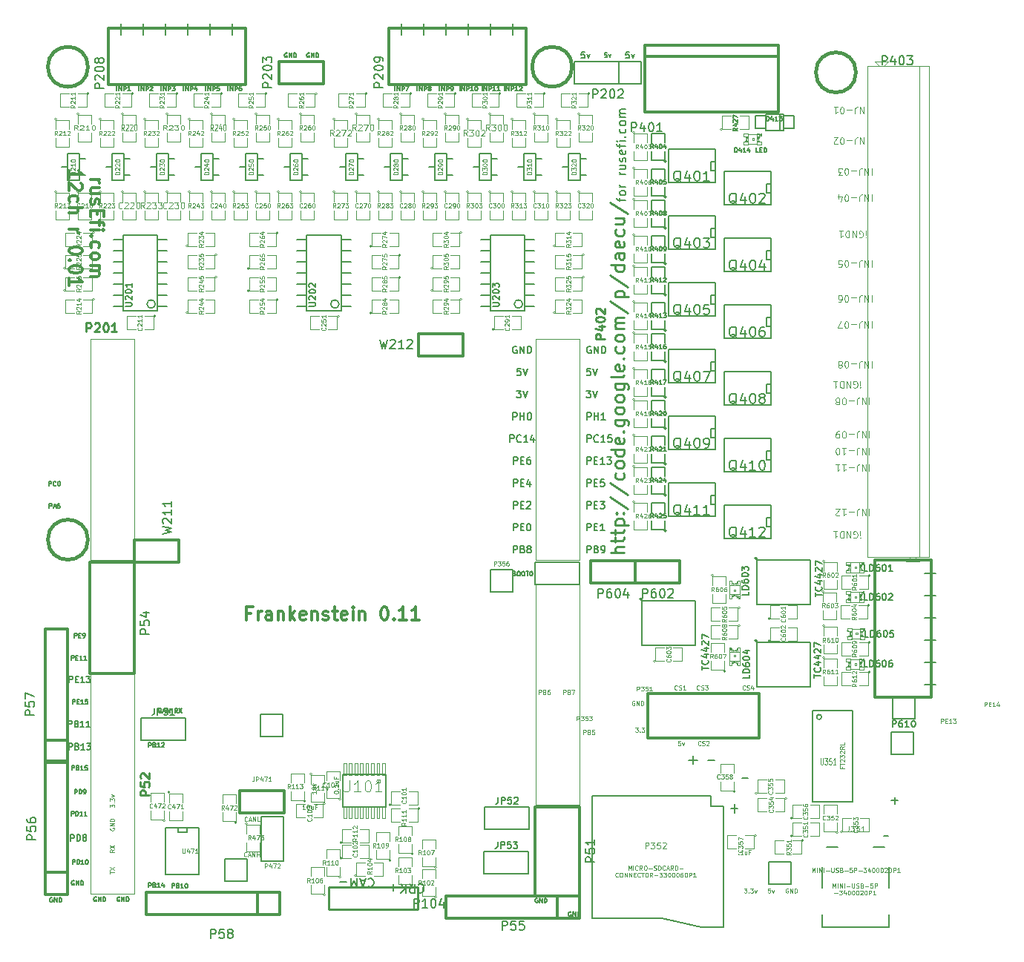
<source format=gto>
G04 (created by PCBNEW (2013-07-07 BZR 4022)-stable) date 31/03/2014 14:52:44*
%MOIN*%
G04 Gerber Fmt 3.4, Leading zero omitted, Abs format*
%FSLAX34Y34*%
G01*
G70*
G90*
G04 APERTURE LIST*
%ADD10C,0.00590551*%
%ADD11C,0.011811*%
%ADD12C,0.005*%
%ADD13C,0.00787402*%
%ADD14C,0.004925*%
%ADD15C,0.004*%
%ADD16C,0.01*%
%ADD17C,0.0045*%
%ADD18C,0.012*%
%ADD19C,0.006*%
%ADD20C,0.0039*%
%ADD21C,0.0026*%
%ADD22C,0.008*%
%ADD23C,0.0001*%
%ADD24C,0.015*%
%ADD25C,0.0059*%
%ADD26C,0.002*%
%ADD27C,0.0043*%
%ADD28C,0.0035*%
G04 APERTURE END LIST*
G54D10*
G54D11*
X56730Y-61804D02*
X56533Y-61804D01*
X56533Y-62114D02*
X56533Y-61523D01*
X56814Y-61523D01*
X57039Y-62114D02*
X57039Y-61720D01*
X57039Y-61832D02*
X57067Y-61776D01*
X57095Y-61748D01*
X57151Y-61720D01*
X57208Y-61720D01*
X57658Y-62114D02*
X57658Y-61804D01*
X57630Y-61748D01*
X57573Y-61720D01*
X57461Y-61720D01*
X57405Y-61748D01*
X57658Y-62085D02*
X57601Y-62114D01*
X57461Y-62114D01*
X57405Y-62085D01*
X57376Y-62029D01*
X57376Y-61973D01*
X57405Y-61917D01*
X57461Y-61889D01*
X57601Y-61889D01*
X57658Y-61860D01*
X57939Y-61720D02*
X57939Y-62114D01*
X57939Y-61776D02*
X57967Y-61748D01*
X58023Y-61720D01*
X58108Y-61720D01*
X58164Y-61748D01*
X58192Y-61804D01*
X58192Y-62114D01*
X58473Y-62114D02*
X58473Y-61523D01*
X58529Y-61889D02*
X58698Y-62114D01*
X58698Y-61720D02*
X58473Y-61945D01*
X59176Y-62085D02*
X59120Y-62114D01*
X59007Y-62114D01*
X58951Y-62085D01*
X58923Y-62029D01*
X58923Y-61804D01*
X58951Y-61748D01*
X59007Y-61720D01*
X59120Y-61720D01*
X59176Y-61748D01*
X59204Y-61804D01*
X59204Y-61860D01*
X58923Y-61917D01*
X59457Y-61720D02*
X59457Y-62114D01*
X59457Y-61776D02*
X59486Y-61748D01*
X59542Y-61720D01*
X59626Y-61720D01*
X59682Y-61748D01*
X59711Y-61804D01*
X59711Y-62114D01*
X59964Y-62085D02*
X60020Y-62114D01*
X60132Y-62114D01*
X60189Y-62085D01*
X60217Y-62029D01*
X60217Y-62001D01*
X60189Y-61945D01*
X60132Y-61917D01*
X60048Y-61917D01*
X59992Y-61889D01*
X59964Y-61832D01*
X59964Y-61804D01*
X59992Y-61748D01*
X60048Y-61720D01*
X60132Y-61720D01*
X60189Y-61748D01*
X60385Y-61720D02*
X60610Y-61720D01*
X60470Y-61523D02*
X60470Y-62029D01*
X60498Y-62085D01*
X60554Y-62114D01*
X60610Y-62114D01*
X61032Y-62085D02*
X60976Y-62114D01*
X60864Y-62114D01*
X60807Y-62085D01*
X60779Y-62029D01*
X60779Y-61804D01*
X60807Y-61748D01*
X60864Y-61720D01*
X60976Y-61720D01*
X61032Y-61748D01*
X61060Y-61804D01*
X61060Y-61860D01*
X60779Y-61917D01*
X61313Y-62114D02*
X61313Y-61720D01*
X61313Y-61523D02*
X61285Y-61551D01*
X61313Y-61579D01*
X61342Y-61551D01*
X61313Y-61523D01*
X61313Y-61579D01*
X61595Y-61720D02*
X61595Y-62114D01*
X61595Y-61776D02*
X61623Y-61748D01*
X61679Y-61720D01*
X61763Y-61720D01*
X61820Y-61748D01*
X61848Y-61804D01*
X61848Y-62114D01*
X62691Y-61523D02*
X62748Y-61523D01*
X62804Y-61551D01*
X62832Y-61579D01*
X62860Y-61635D01*
X62888Y-61748D01*
X62888Y-61889D01*
X62860Y-62001D01*
X62832Y-62057D01*
X62804Y-62085D01*
X62748Y-62114D01*
X62691Y-62114D01*
X62635Y-62085D01*
X62607Y-62057D01*
X62579Y-62001D01*
X62551Y-61889D01*
X62551Y-61748D01*
X62579Y-61635D01*
X62607Y-61579D01*
X62635Y-61551D01*
X62691Y-61523D01*
X63141Y-62057D02*
X63169Y-62085D01*
X63141Y-62114D01*
X63113Y-62085D01*
X63141Y-62057D01*
X63141Y-62114D01*
X63732Y-62114D02*
X63394Y-62114D01*
X63563Y-62114D02*
X63563Y-61523D01*
X63507Y-61607D01*
X63451Y-61664D01*
X63394Y-61692D01*
X64294Y-62114D02*
X63957Y-62114D01*
X64126Y-62114D02*
X64126Y-61523D01*
X64069Y-61607D01*
X64013Y-61664D01*
X63957Y-61692D01*
G54D12*
X52132Y-67830D02*
X52132Y-67630D01*
X52208Y-67630D01*
X52227Y-67640D01*
X52236Y-67650D01*
X52246Y-67669D01*
X52246Y-67697D01*
X52236Y-67716D01*
X52227Y-67726D01*
X52208Y-67735D01*
X52132Y-67735D01*
X52398Y-67726D02*
X52427Y-67735D01*
X52436Y-67745D01*
X52446Y-67764D01*
X52446Y-67792D01*
X52436Y-67811D01*
X52427Y-67821D01*
X52408Y-67830D01*
X52332Y-67830D01*
X52332Y-67630D01*
X52398Y-67630D01*
X52417Y-67640D01*
X52427Y-67650D01*
X52436Y-67669D01*
X52436Y-67688D01*
X52427Y-67707D01*
X52417Y-67716D01*
X52398Y-67726D01*
X52332Y-67726D01*
X52636Y-67830D02*
X52522Y-67830D01*
X52579Y-67830D02*
X52579Y-67630D01*
X52560Y-67659D01*
X52541Y-67678D01*
X52522Y-67688D01*
X52713Y-67650D02*
X52722Y-67640D01*
X52741Y-67630D01*
X52789Y-67630D01*
X52808Y-67640D01*
X52817Y-67650D01*
X52827Y-67669D01*
X52827Y-67688D01*
X52817Y-67716D01*
X52703Y-67830D01*
X52827Y-67830D01*
X53182Y-74155D02*
X53182Y-73955D01*
X53258Y-73955D01*
X53277Y-73965D01*
X53286Y-73975D01*
X53296Y-73994D01*
X53296Y-74022D01*
X53286Y-74041D01*
X53277Y-74051D01*
X53258Y-74060D01*
X53182Y-74060D01*
X53448Y-74051D02*
X53477Y-74060D01*
X53486Y-74070D01*
X53496Y-74089D01*
X53496Y-74117D01*
X53486Y-74136D01*
X53477Y-74146D01*
X53458Y-74155D01*
X53382Y-74155D01*
X53382Y-73955D01*
X53448Y-73955D01*
X53467Y-73965D01*
X53477Y-73975D01*
X53486Y-73994D01*
X53486Y-74013D01*
X53477Y-74032D01*
X53467Y-74041D01*
X53448Y-74051D01*
X53382Y-74051D01*
X53686Y-74155D02*
X53572Y-74155D01*
X53629Y-74155D02*
X53629Y-73955D01*
X53610Y-73984D01*
X53591Y-74003D01*
X53572Y-74013D01*
X53810Y-73955D02*
X53829Y-73955D01*
X53848Y-73965D01*
X53858Y-73975D01*
X53867Y-73994D01*
X53877Y-74032D01*
X53877Y-74079D01*
X53867Y-74117D01*
X53858Y-74136D01*
X53848Y-74146D01*
X53829Y-74155D01*
X53810Y-74155D01*
X53791Y-74146D01*
X53782Y-74136D01*
X53772Y-74117D01*
X53763Y-74079D01*
X53763Y-74032D01*
X53772Y-73994D01*
X53782Y-73975D01*
X53791Y-73965D01*
X53810Y-73955D01*
X52132Y-74130D02*
X52132Y-73930D01*
X52208Y-73930D01*
X52227Y-73940D01*
X52236Y-73950D01*
X52246Y-73969D01*
X52246Y-73997D01*
X52236Y-74016D01*
X52227Y-74026D01*
X52208Y-74035D01*
X52132Y-74035D01*
X52398Y-74026D02*
X52427Y-74035D01*
X52436Y-74045D01*
X52446Y-74064D01*
X52446Y-74092D01*
X52436Y-74111D01*
X52427Y-74121D01*
X52408Y-74130D01*
X52332Y-74130D01*
X52332Y-73930D01*
X52398Y-73930D01*
X52417Y-73940D01*
X52427Y-73950D01*
X52436Y-73969D01*
X52436Y-73988D01*
X52427Y-74007D01*
X52417Y-74016D01*
X52398Y-74026D01*
X52332Y-74026D01*
X52636Y-74130D02*
X52522Y-74130D01*
X52579Y-74130D02*
X52579Y-73930D01*
X52560Y-73959D01*
X52541Y-73978D01*
X52522Y-73988D01*
X52808Y-73997D02*
X52808Y-74130D01*
X52760Y-73921D02*
X52713Y-74064D01*
X52836Y-74064D01*
X48707Y-73080D02*
X48707Y-72880D01*
X48783Y-72880D01*
X48802Y-72890D01*
X48811Y-72900D01*
X48821Y-72919D01*
X48821Y-72947D01*
X48811Y-72966D01*
X48802Y-72976D01*
X48783Y-72985D01*
X48707Y-72985D01*
X48907Y-73080D02*
X48907Y-72880D01*
X48954Y-72880D01*
X48983Y-72890D01*
X49002Y-72909D01*
X49011Y-72928D01*
X49021Y-72966D01*
X49021Y-72995D01*
X49011Y-73033D01*
X49002Y-73052D01*
X48983Y-73071D01*
X48954Y-73080D01*
X48907Y-73080D01*
X49211Y-73080D02*
X49097Y-73080D01*
X49154Y-73080D02*
X49154Y-72880D01*
X49135Y-72909D01*
X49116Y-72928D01*
X49097Y-72938D01*
X49335Y-72880D02*
X49354Y-72880D01*
X49373Y-72890D01*
X49383Y-72900D01*
X49392Y-72919D01*
X49402Y-72957D01*
X49402Y-73004D01*
X49392Y-73042D01*
X49383Y-73061D01*
X49373Y-73071D01*
X49354Y-73080D01*
X49335Y-73080D01*
X49316Y-73071D01*
X49307Y-73061D01*
X49297Y-73042D01*
X49288Y-73004D01*
X49288Y-72957D01*
X49297Y-72919D01*
X49307Y-72900D01*
X49316Y-72890D01*
X49335Y-72880D01*
X48633Y-72036D02*
X48633Y-71760D01*
X48738Y-71760D01*
X48765Y-71774D01*
X48778Y-71787D01*
X48791Y-71813D01*
X48791Y-71852D01*
X48778Y-71879D01*
X48765Y-71892D01*
X48738Y-71905D01*
X48633Y-71905D01*
X48909Y-72036D02*
X48909Y-71760D01*
X48975Y-71760D01*
X49014Y-71774D01*
X49040Y-71800D01*
X49053Y-71826D01*
X49066Y-71879D01*
X49066Y-71918D01*
X49053Y-71970D01*
X49040Y-71997D01*
X49014Y-72023D01*
X48975Y-72036D01*
X48909Y-72036D01*
X49224Y-71879D02*
X49198Y-71865D01*
X49184Y-71852D01*
X49171Y-71826D01*
X49171Y-71813D01*
X49184Y-71787D01*
X49198Y-71774D01*
X49224Y-71760D01*
X49276Y-71760D01*
X49303Y-71774D01*
X49316Y-71787D01*
X49329Y-71813D01*
X49329Y-71826D01*
X49316Y-71852D01*
X49303Y-71865D01*
X49276Y-71879D01*
X49224Y-71879D01*
X49198Y-71892D01*
X49184Y-71905D01*
X49171Y-71931D01*
X49171Y-71984D01*
X49184Y-72010D01*
X49198Y-72023D01*
X49224Y-72036D01*
X49276Y-72036D01*
X49303Y-72023D01*
X49316Y-72010D01*
X49329Y-71984D01*
X49329Y-71931D01*
X49316Y-71905D01*
X49303Y-71892D01*
X49276Y-71879D01*
X48666Y-63905D02*
X48666Y-63705D01*
X48742Y-63705D01*
X48761Y-63715D01*
X48771Y-63725D01*
X48780Y-63744D01*
X48780Y-63772D01*
X48771Y-63791D01*
X48761Y-63801D01*
X48742Y-63810D01*
X48666Y-63810D01*
X48866Y-63801D02*
X48933Y-63801D01*
X48961Y-63905D02*
X48866Y-63905D01*
X48866Y-63705D01*
X48961Y-63705D01*
X49152Y-63905D02*
X49038Y-63905D01*
X49095Y-63905D02*
X49095Y-63705D01*
X49076Y-63734D01*
X49057Y-63753D01*
X49038Y-63763D01*
X49342Y-63905D02*
X49228Y-63905D01*
X49285Y-63905D02*
X49285Y-63705D01*
X49266Y-63734D01*
X49247Y-63753D01*
X49228Y-63763D01*
X48786Y-62905D02*
X48786Y-62705D01*
X48863Y-62705D01*
X48882Y-62715D01*
X48891Y-62725D01*
X48901Y-62744D01*
X48901Y-62772D01*
X48891Y-62791D01*
X48882Y-62801D01*
X48863Y-62810D01*
X48786Y-62810D01*
X48986Y-62801D02*
X49053Y-62801D01*
X49082Y-62905D02*
X48986Y-62905D01*
X48986Y-62705D01*
X49082Y-62705D01*
X49177Y-62905D02*
X49215Y-62905D01*
X49234Y-62896D01*
X49244Y-62886D01*
X49263Y-62858D01*
X49272Y-62820D01*
X49272Y-62744D01*
X49263Y-62725D01*
X49253Y-62715D01*
X49234Y-62705D01*
X49196Y-62705D01*
X49177Y-62715D01*
X49167Y-62725D01*
X49158Y-62744D01*
X49158Y-62791D01*
X49167Y-62810D01*
X49177Y-62820D01*
X49196Y-62829D01*
X49234Y-62829D01*
X49253Y-62820D01*
X49263Y-62810D01*
X49272Y-62791D01*
X68558Y-60026D02*
X68586Y-60035D01*
X68596Y-60045D01*
X68605Y-60064D01*
X68605Y-60092D01*
X68596Y-60111D01*
X68586Y-60121D01*
X68567Y-60130D01*
X68491Y-60130D01*
X68491Y-59930D01*
X68558Y-59930D01*
X68577Y-59940D01*
X68586Y-59950D01*
X68596Y-59969D01*
X68596Y-59988D01*
X68586Y-60007D01*
X68577Y-60016D01*
X68558Y-60026D01*
X68491Y-60026D01*
X68729Y-59930D02*
X68767Y-59930D01*
X68786Y-59940D01*
X68805Y-59959D01*
X68815Y-59997D01*
X68815Y-60064D01*
X68805Y-60102D01*
X68786Y-60121D01*
X68767Y-60130D01*
X68729Y-60130D01*
X68710Y-60121D01*
X68691Y-60102D01*
X68682Y-60064D01*
X68682Y-59997D01*
X68691Y-59959D01*
X68710Y-59940D01*
X68729Y-59930D01*
X68939Y-59930D02*
X68977Y-59930D01*
X68996Y-59940D01*
X69015Y-59959D01*
X69025Y-59997D01*
X69025Y-60064D01*
X69015Y-60102D01*
X68996Y-60121D01*
X68977Y-60130D01*
X68939Y-60130D01*
X68920Y-60121D01*
X68901Y-60102D01*
X68891Y-60064D01*
X68891Y-59997D01*
X68901Y-59959D01*
X68920Y-59940D01*
X68939Y-59930D01*
X69082Y-59930D02*
X69196Y-59930D01*
X69139Y-60130D02*
X69139Y-59930D01*
X69301Y-59930D02*
X69320Y-59930D01*
X69339Y-59940D01*
X69348Y-59950D01*
X69358Y-59969D01*
X69367Y-60007D01*
X69367Y-60054D01*
X69358Y-60092D01*
X69348Y-60111D01*
X69339Y-60121D01*
X69320Y-60130D01*
X69301Y-60130D01*
X69282Y-60121D01*
X69272Y-60111D01*
X69263Y-60092D01*
X69253Y-60054D01*
X69253Y-60007D01*
X69263Y-59969D01*
X69272Y-59950D01*
X69282Y-59940D01*
X69301Y-59930D01*
X71097Y-75240D02*
X71078Y-75230D01*
X71050Y-75230D01*
X71021Y-75240D01*
X71002Y-75259D01*
X70992Y-75278D01*
X70983Y-75316D01*
X70983Y-75345D01*
X70992Y-75383D01*
X71002Y-75402D01*
X71021Y-75421D01*
X71050Y-75430D01*
X71069Y-75430D01*
X71097Y-75421D01*
X71107Y-75411D01*
X71107Y-75345D01*
X71069Y-75345D01*
X71192Y-75430D02*
X71192Y-75230D01*
X71307Y-75430D01*
X71307Y-75230D01*
X71402Y-75430D02*
X71402Y-75230D01*
X71450Y-75230D01*
X71478Y-75240D01*
X71497Y-75259D01*
X71507Y-75278D01*
X71516Y-75316D01*
X71516Y-75345D01*
X71507Y-75383D01*
X71497Y-75402D01*
X71478Y-75421D01*
X71450Y-75430D01*
X71402Y-75430D01*
X69597Y-74615D02*
X69578Y-74605D01*
X69550Y-74605D01*
X69521Y-74615D01*
X69502Y-74634D01*
X69492Y-74653D01*
X69483Y-74691D01*
X69483Y-74720D01*
X69492Y-74758D01*
X69502Y-74777D01*
X69521Y-74796D01*
X69550Y-74805D01*
X69569Y-74805D01*
X69597Y-74796D01*
X69607Y-74786D01*
X69607Y-74720D01*
X69569Y-74720D01*
X69692Y-74805D02*
X69692Y-74605D01*
X69807Y-74805D01*
X69807Y-74605D01*
X69902Y-74805D02*
X69902Y-74605D01*
X69950Y-74605D01*
X69978Y-74615D01*
X69997Y-74634D01*
X70007Y-74653D01*
X70016Y-74691D01*
X70016Y-74720D01*
X70007Y-74758D01*
X69997Y-74777D01*
X69978Y-74796D01*
X69950Y-74805D01*
X69902Y-74805D01*
X50822Y-74565D02*
X50803Y-74555D01*
X50775Y-74555D01*
X50746Y-74565D01*
X50727Y-74584D01*
X50717Y-74603D01*
X50708Y-74641D01*
X50708Y-74670D01*
X50717Y-74708D01*
X50727Y-74727D01*
X50746Y-74746D01*
X50775Y-74755D01*
X50794Y-74755D01*
X50822Y-74746D01*
X50832Y-74736D01*
X50832Y-74670D01*
X50794Y-74670D01*
X50917Y-74755D02*
X50917Y-74555D01*
X51032Y-74755D01*
X51032Y-74555D01*
X51127Y-74755D02*
X51127Y-74555D01*
X51175Y-74555D01*
X51203Y-74565D01*
X51222Y-74584D01*
X51232Y-74603D01*
X51241Y-74641D01*
X51241Y-74670D01*
X51232Y-74708D01*
X51222Y-74727D01*
X51203Y-74746D01*
X51175Y-74755D01*
X51127Y-74755D01*
X49772Y-74565D02*
X49753Y-74555D01*
X49725Y-74555D01*
X49696Y-74565D01*
X49677Y-74584D01*
X49667Y-74603D01*
X49658Y-74641D01*
X49658Y-74670D01*
X49667Y-74708D01*
X49677Y-74727D01*
X49696Y-74746D01*
X49725Y-74755D01*
X49744Y-74755D01*
X49772Y-74746D01*
X49782Y-74736D01*
X49782Y-74670D01*
X49744Y-74670D01*
X49867Y-74755D02*
X49867Y-74555D01*
X49982Y-74755D01*
X49982Y-74555D01*
X50077Y-74755D02*
X50077Y-74555D01*
X50125Y-74555D01*
X50153Y-74565D01*
X50172Y-74584D01*
X50182Y-74603D01*
X50191Y-74641D01*
X50191Y-74670D01*
X50182Y-74708D01*
X50172Y-74727D01*
X50153Y-74746D01*
X50125Y-74755D01*
X50077Y-74755D01*
X47797Y-74590D02*
X47778Y-74580D01*
X47750Y-74580D01*
X47721Y-74590D01*
X47702Y-74609D01*
X47692Y-74628D01*
X47683Y-74666D01*
X47683Y-74695D01*
X47692Y-74733D01*
X47702Y-74752D01*
X47721Y-74771D01*
X47750Y-74780D01*
X47769Y-74780D01*
X47797Y-74771D01*
X47807Y-74761D01*
X47807Y-74695D01*
X47769Y-74695D01*
X47892Y-74780D02*
X47892Y-74580D01*
X48007Y-74780D01*
X48007Y-74580D01*
X48102Y-74780D02*
X48102Y-74580D01*
X48150Y-74580D01*
X48178Y-74590D01*
X48197Y-74609D01*
X48207Y-74628D01*
X48216Y-74666D01*
X48216Y-74695D01*
X48207Y-74733D01*
X48197Y-74752D01*
X48178Y-74771D01*
X48150Y-74780D01*
X48102Y-74780D01*
X48565Y-64911D02*
X48565Y-64635D01*
X48670Y-64635D01*
X48696Y-64649D01*
X48710Y-64662D01*
X48723Y-64688D01*
X48723Y-64727D01*
X48710Y-64754D01*
X48696Y-64767D01*
X48670Y-64780D01*
X48565Y-64780D01*
X48841Y-64767D02*
X48933Y-64767D01*
X48972Y-64911D02*
X48841Y-64911D01*
X48841Y-64635D01*
X48972Y-64635D01*
X49234Y-64911D02*
X49077Y-64911D01*
X49156Y-64911D02*
X49156Y-64635D01*
X49129Y-64675D01*
X49103Y-64701D01*
X49077Y-64714D01*
X49326Y-64635D02*
X49497Y-64635D01*
X49405Y-64740D01*
X49444Y-64740D01*
X49471Y-64754D01*
X49484Y-64767D01*
X49497Y-64793D01*
X49497Y-64859D01*
X49484Y-64885D01*
X49471Y-64898D01*
X49444Y-64911D01*
X49366Y-64911D01*
X49339Y-64898D01*
X49326Y-64885D01*
X48716Y-65880D02*
X48716Y-65680D01*
X48792Y-65680D01*
X48811Y-65690D01*
X48821Y-65700D01*
X48830Y-65719D01*
X48830Y-65747D01*
X48821Y-65766D01*
X48811Y-65776D01*
X48792Y-65785D01*
X48716Y-65785D01*
X48916Y-65776D02*
X48983Y-65776D01*
X49011Y-65880D02*
X48916Y-65880D01*
X48916Y-65680D01*
X49011Y-65680D01*
X49202Y-65880D02*
X49088Y-65880D01*
X49145Y-65880D02*
X49145Y-65680D01*
X49126Y-65709D01*
X49107Y-65728D01*
X49088Y-65738D01*
X49383Y-65680D02*
X49288Y-65680D01*
X49278Y-65776D01*
X49288Y-65766D01*
X49307Y-65757D01*
X49354Y-65757D01*
X49373Y-65766D01*
X49383Y-65776D01*
X49392Y-65795D01*
X49392Y-65842D01*
X49383Y-65861D01*
X49373Y-65871D01*
X49354Y-65880D01*
X49307Y-65880D01*
X49288Y-65871D01*
X49278Y-65861D01*
X48527Y-66911D02*
X48527Y-66635D01*
X48632Y-66635D01*
X48658Y-66649D01*
X48671Y-66662D01*
X48685Y-66688D01*
X48685Y-66727D01*
X48671Y-66754D01*
X48658Y-66767D01*
X48632Y-66780D01*
X48527Y-66780D01*
X48895Y-66767D02*
X48934Y-66780D01*
X48947Y-66793D01*
X48960Y-66819D01*
X48960Y-66859D01*
X48947Y-66885D01*
X48934Y-66898D01*
X48908Y-66911D01*
X48803Y-66911D01*
X48803Y-66635D01*
X48895Y-66635D01*
X48921Y-66649D01*
X48934Y-66662D01*
X48947Y-66688D01*
X48947Y-66714D01*
X48934Y-66740D01*
X48921Y-66754D01*
X48895Y-66767D01*
X48803Y-66767D01*
X49223Y-66911D02*
X49065Y-66911D01*
X49144Y-66911D02*
X49144Y-66635D01*
X49118Y-66675D01*
X49091Y-66701D01*
X49065Y-66714D01*
X49485Y-66911D02*
X49328Y-66911D01*
X49406Y-66911D02*
X49406Y-66635D01*
X49380Y-66675D01*
X49354Y-66701D01*
X49328Y-66714D01*
X48552Y-67936D02*
X48552Y-67660D01*
X48657Y-67660D01*
X48683Y-67674D01*
X48696Y-67687D01*
X48710Y-67713D01*
X48710Y-67752D01*
X48696Y-67779D01*
X48683Y-67792D01*
X48657Y-67805D01*
X48552Y-67805D01*
X48920Y-67792D02*
X48959Y-67805D01*
X48972Y-67818D01*
X48985Y-67844D01*
X48985Y-67884D01*
X48972Y-67910D01*
X48959Y-67923D01*
X48933Y-67936D01*
X48828Y-67936D01*
X48828Y-67660D01*
X48920Y-67660D01*
X48946Y-67674D01*
X48959Y-67687D01*
X48972Y-67713D01*
X48972Y-67739D01*
X48959Y-67765D01*
X48946Y-67779D01*
X48920Y-67792D01*
X48828Y-67792D01*
X49248Y-67936D02*
X49090Y-67936D01*
X49169Y-67936D02*
X49169Y-67660D01*
X49143Y-67700D01*
X49116Y-67726D01*
X49090Y-67739D01*
X49339Y-67660D02*
X49510Y-67660D01*
X49418Y-67765D01*
X49458Y-67765D01*
X49484Y-67779D01*
X49497Y-67792D01*
X49510Y-67818D01*
X49510Y-67884D01*
X49497Y-67910D01*
X49484Y-67923D01*
X49458Y-67936D01*
X49379Y-67936D01*
X49353Y-67923D01*
X49339Y-67910D01*
X48682Y-68855D02*
X48682Y-68655D01*
X48758Y-68655D01*
X48777Y-68665D01*
X48786Y-68675D01*
X48796Y-68694D01*
X48796Y-68722D01*
X48786Y-68741D01*
X48777Y-68751D01*
X48758Y-68760D01*
X48682Y-68760D01*
X48948Y-68751D02*
X48977Y-68760D01*
X48986Y-68770D01*
X48996Y-68789D01*
X48996Y-68817D01*
X48986Y-68836D01*
X48977Y-68846D01*
X48958Y-68855D01*
X48882Y-68855D01*
X48882Y-68655D01*
X48948Y-68655D01*
X48967Y-68665D01*
X48977Y-68675D01*
X48986Y-68694D01*
X48986Y-68713D01*
X48977Y-68732D01*
X48967Y-68741D01*
X48948Y-68751D01*
X48882Y-68751D01*
X49186Y-68855D02*
X49072Y-68855D01*
X49129Y-68855D02*
X49129Y-68655D01*
X49110Y-68684D01*
X49091Y-68703D01*
X49072Y-68713D01*
X49367Y-68655D02*
X49272Y-68655D01*
X49263Y-68751D01*
X49272Y-68741D01*
X49291Y-68732D01*
X49339Y-68732D01*
X49358Y-68741D01*
X49367Y-68751D01*
X49377Y-68770D01*
X49377Y-68817D01*
X49367Y-68836D01*
X49358Y-68846D01*
X49339Y-68855D01*
X49291Y-68855D01*
X49272Y-68846D01*
X49263Y-68836D01*
X48802Y-69930D02*
X48802Y-69730D01*
X48878Y-69730D01*
X48897Y-69740D01*
X48907Y-69750D01*
X48916Y-69769D01*
X48916Y-69797D01*
X48907Y-69816D01*
X48897Y-69826D01*
X48878Y-69835D01*
X48802Y-69835D01*
X49002Y-69930D02*
X49002Y-69730D01*
X49050Y-69730D01*
X49078Y-69740D01*
X49097Y-69759D01*
X49107Y-69778D01*
X49116Y-69816D01*
X49116Y-69845D01*
X49107Y-69883D01*
X49097Y-69902D01*
X49078Y-69921D01*
X49050Y-69930D01*
X49002Y-69930D01*
X49211Y-69930D02*
X49250Y-69930D01*
X49269Y-69921D01*
X49278Y-69911D01*
X49297Y-69883D01*
X49307Y-69845D01*
X49307Y-69769D01*
X49297Y-69750D01*
X49288Y-69740D01*
X49269Y-69730D01*
X49230Y-69730D01*
X49211Y-69740D01*
X49202Y-69750D01*
X49192Y-69769D01*
X49192Y-69816D01*
X49202Y-69835D01*
X49211Y-69845D01*
X49230Y-69854D01*
X49269Y-69854D01*
X49288Y-69845D01*
X49297Y-69835D01*
X49307Y-69816D01*
X48657Y-70905D02*
X48657Y-70705D01*
X48733Y-70705D01*
X48752Y-70715D01*
X48761Y-70725D01*
X48771Y-70744D01*
X48771Y-70772D01*
X48761Y-70791D01*
X48752Y-70801D01*
X48733Y-70810D01*
X48657Y-70810D01*
X48857Y-70905D02*
X48857Y-70705D01*
X48904Y-70705D01*
X48933Y-70715D01*
X48952Y-70734D01*
X48961Y-70753D01*
X48971Y-70791D01*
X48971Y-70820D01*
X48961Y-70858D01*
X48952Y-70877D01*
X48933Y-70896D01*
X48904Y-70905D01*
X48857Y-70905D01*
X49161Y-70905D02*
X49047Y-70905D01*
X49104Y-70905D02*
X49104Y-70705D01*
X49085Y-70734D01*
X49066Y-70753D01*
X49047Y-70763D01*
X49352Y-70905D02*
X49238Y-70905D01*
X49295Y-70905D02*
X49295Y-70705D01*
X49276Y-70734D01*
X49257Y-70753D01*
X49238Y-70763D01*
X52700Y-66261D02*
X52690Y-66271D01*
X52661Y-66280D01*
X52642Y-66280D01*
X52614Y-66271D01*
X52595Y-66252D01*
X52585Y-66233D01*
X52576Y-66195D01*
X52576Y-66166D01*
X52585Y-66128D01*
X52595Y-66109D01*
X52614Y-66090D01*
X52642Y-66080D01*
X52661Y-66080D01*
X52690Y-66090D01*
X52700Y-66100D01*
X52776Y-66223D02*
X52871Y-66223D01*
X52757Y-66280D02*
X52823Y-66080D01*
X52890Y-66280D01*
X52957Y-66280D02*
X52957Y-66080D01*
X53071Y-66280D01*
X53071Y-66080D01*
X53433Y-66280D02*
X53366Y-66185D01*
X53319Y-66280D02*
X53319Y-66080D01*
X53395Y-66080D01*
X53414Y-66090D01*
X53423Y-66100D01*
X53433Y-66119D01*
X53433Y-66147D01*
X53423Y-66166D01*
X53414Y-66176D01*
X53395Y-66185D01*
X53319Y-66185D01*
X53500Y-66080D02*
X53633Y-66280D01*
X53633Y-66080D02*
X53500Y-66280D01*
X48772Y-73840D02*
X48753Y-73830D01*
X48725Y-73830D01*
X48696Y-73840D01*
X48677Y-73859D01*
X48667Y-73878D01*
X48658Y-73916D01*
X48658Y-73945D01*
X48667Y-73983D01*
X48677Y-74002D01*
X48696Y-74021D01*
X48725Y-74030D01*
X48744Y-74030D01*
X48772Y-74021D01*
X48782Y-74011D01*
X48782Y-73945D01*
X48744Y-73945D01*
X48867Y-74030D02*
X48867Y-73830D01*
X48982Y-74030D01*
X48982Y-73830D01*
X49077Y-74030D02*
X49077Y-73830D01*
X49125Y-73830D01*
X49153Y-73840D01*
X49172Y-73859D01*
X49182Y-73878D01*
X49191Y-73916D01*
X49191Y-73945D01*
X49182Y-73983D01*
X49172Y-74002D01*
X49153Y-74021D01*
X49125Y-74030D01*
X49077Y-74030D01*
X61990Y-73754D02*
X62009Y-73735D01*
X62066Y-73716D01*
X62104Y-73716D01*
X62161Y-73735D01*
X62199Y-73773D01*
X62219Y-73811D01*
X62238Y-73887D01*
X62238Y-73945D01*
X62219Y-74021D01*
X62199Y-74059D01*
X62161Y-74097D01*
X62104Y-74116D01*
X62066Y-74116D01*
X62009Y-74097D01*
X61990Y-74078D01*
X61838Y-73830D02*
X61647Y-73830D01*
X61876Y-73716D02*
X61742Y-74116D01*
X61609Y-73716D01*
X61476Y-73716D02*
X61476Y-74116D01*
X61342Y-73830D01*
X61209Y-74116D01*
X61209Y-73716D01*
X61019Y-73868D02*
X60714Y-73868D01*
X64240Y-74004D02*
X64259Y-73985D01*
X64316Y-73966D01*
X64354Y-73966D01*
X64411Y-73985D01*
X64449Y-74023D01*
X64469Y-74061D01*
X64488Y-74137D01*
X64488Y-74195D01*
X64469Y-74271D01*
X64449Y-74309D01*
X64411Y-74347D01*
X64354Y-74366D01*
X64316Y-74366D01*
X64259Y-74347D01*
X64240Y-74328D01*
X63840Y-73966D02*
X63973Y-74157D01*
X64069Y-73966D02*
X64069Y-74366D01*
X63916Y-74366D01*
X63878Y-74347D01*
X63859Y-74328D01*
X63840Y-74290D01*
X63840Y-74233D01*
X63859Y-74195D01*
X63878Y-74176D01*
X63916Y-74157D01*
X64069Y-74157D01*
X63669Y-73966D02*
X63669Y-74366D01*
X63440Y-73966D02*
X63611Y-74195D01*
X63440Y-74366D02*
X63669Y-74137D01*
X63269Y-74118D02*
X62964Y-74118D01*
X63116Y-73966D02*
X63116Y-74271D01*
X68104Y-38330D02*
X68104Y-38130D01*
X68200Y-38330D02*
X68200Y-38130D01*
X68314Y-38330D01*
X68314Y-38130D01*
X68409Y-38330D02*
X68409Y-38130D01*
X68485Y-38130D01*
X68504Y-38140D01*
X68514Y-38150D01*
X68523Y-38169D01*
X68523Y-38197D01*
X68514Y-38216D01*
X68504Y-38226D01*
X68485Y-38235D01*
X68409Y-38235D01*
X68714Y-38330D02*
X68600Y-38330D01*
X68657Y-38330D02*
X68657Y-38130D01*
X68638Y-38159D01*
X68619Y-38178D01*
X68600Y-38188D01*
X68790Y-38150D02*
X68800Y-38140D01*
X68819Y-38130D01*
X68866Y-38130D01*
X68885Y-38140D01*
X68895Y-38150D01*
X68904Y-38169D01*
X68904Y-38188D01*
X68895Y-38216D01*
X68780Y-38330D01*
X68904Y-38330D01*
X67104Y-38330D02*
X67104Y-38130D01*
X67200Y-38330D02*
X67200Y-38130D01*
X67314Y-38330D01*
X67314Y-38130D01*
X67409Y-38330D02*
X67409Y-38130D01*
X67485Y-38130D01*
X67504Y-38140D01*
X67514Y-38150D01*
X67523Y-38169D01*
X67523Y-38197D01*
X67514Y-38216D01*
X67504Y-38226D01*
X67485Y-38235D01*
X67409Y-38235D01*
X67714Y-38330D02*
X67600Y-38330D01*
X67657Y-38330D02*
X67657Y-38130D01*
X67638Y-38159D01*
X67619Y-38178D01*
X67600Y-38188D01*
X67904Y-38330D02*
X67790Y-38330D01*
X67847Y-38330D02*
X67847Y-38130D01*
X67828Y-38159D01*
X67809Y-38178D01*
X67790Y-38188D01*
X66104Y-38330D02*
X66104Y-38130D01*
X66200Y-38330D02*
X66200Y-38130D01*
X66314Y-38330D01*
X66314Y-38130D01*
X66409Y-38330D02*
X66409Y-38130D01*
X66485Y-38130D01*
X66504Y-38140D01*
X66514Y-38150D01*
X66523Y-38169D01*
X66523Y-38197D01*
X66514Y-38216D01*
X66504Y-38226D01*
X66485Y-38235D01*
X66409Y-38235D01*
X66714Y-38330D02*
X66600Y-38330D01*
X66657Y-38330D02*
X66657Y-38130D01*
X66638Y-38159D01*
X66619Y-38178D01*
X66600Y-38188D01*
X66838Y-38130D02*
X66857Y-38130D01*
X66876Y-38140D01*
X66885Y-38150D01*
X66895Y-38169D01*
X66904Y-38207D01*
X66904Y-38254D01*
X66895Y-38292D01*
X66885Y-38311D01*
X66876Y-38321D01*
X66857Y-38330D01*
X66838Y-38330D01*
X66819Y-38321D01*
X66809Y-38311D01*
X66800Y-38292D01*
X66790Y-38254D01*
X66790Y-38207D01*
X66800Y-38169D01*
X66809Y-38150D01*
X66819Y-38140D01*
X66838Y-38130D01*
X65200Y-38330D02*
X65200Y-38130D01*
X65295Y-38330D02*
X65295Y-38130D01*
X65409Y-38330D01*
X65409Y-38130D01*
X65504Y-38330D02*
X65504Y-38130D01*
X65580Y-38130D01*
X65600Y-38140D01*
X65609Y-38150D01*
X65619Y-38169D01*
X65619Y-38197D01*
X65609Y-38216D01*
X65600Y-38226D01*
X65580Y-38235D01*
X65504Y-38235D01*
X65714Y-38330D02*
X65752Y-38330D01*
X65771Y-38321D01*
X65780Y-38311D01*
X65800Y-38283D01*
X65809Y-38245D01*
X65809Y-38169D01*
X65800Y-38150D01*
X65790Y-38140D01*
X65771Y-38130D01*
X65733Y-38130D01*
X65714Y-38140D01*
X65704Y-38150D01*
X65695Y-38169D01*
X65695Y-38216D01*
X65704Y-38235D01*
X65714Y-38245D01*
X65733Y-38254D01*
X65771Y-38254D01*
X65790Y-38245D01*
X65800Y-38235D01*
X65809Y-38216D01*
X64200Y-38330D02*
X64200Y-38130D01*
X64295Y-38330D02*
X64295Y-38130D01*
X64409Y-38330D01*
X64409Y-38130D01*
X64504Y-38330D02*
X64504Y-38130D01*
X64580Y-38130D01*
X64600Y-38140D01*
X64609Y-38150D01*
X64619Y-38169D01*
X64619Y-38197D01*
X64609Y-38216D01*
X64600Y-38226D01*
X64580Y-38235D01*
X64504Y-38235D01*
X64733Y-38216D02*
X64714Y-38207D01*
X64704Y-38197D01*
X64695Y-38178D01*
X64695Y-38169D01*
X64704Y-38150D01*
X64714Y-38140D01*
X64733Y-38130D01*
X64771Y-38130D01*
X64790Y-38140D01*
X64800Y-38150D01*
X64809Y-38169D01*
X64809Y-38178D01*
X64800Y-38197D01*
X64790Y-38207D01*
X64771Y-38216D01*
X64733Y-38216D01*
X64714Y-38226D01*
X64704Y-38235D01*
X64695Y-38254D01*
X64695Y-38292D01*
X64704Y-38311D01*
X64714Y-38321D01*
X64733Y-38330D01*
X64771Y-38330D01*
X64790Y-38321D01*
X64800Y-38311D01*
X64809Y-38292D01*
X64809Y-38254D01*
X64800Y-38235D01*
X64790Y-38226D01*
X64771Y-38216D01*
X63200Y-38330D02*
X63200Y-38130D01*
X63295Y-38330D02*
X63295Y-38130D01*
X63409Y-38330D01*
X63409Y-38130D01*
X63504Y-38330D02*
X63504Y-38130D01*
X63580Y-38130D01*
X63600Y-38140D01*
X63609Y-38150D01*
X63619Y-38169D01*
X63619Y-38197D01*
X63609Y-38216D01*
X63600Y-38226D01*
X63580Y-38235D01*
X63504Y-38235D01*
X63685Y-38130D02*
X63819Y-38130D01*
X63733Y-38330D01*
X54700Y-38330D02*
X54700Y-38130D01*
X54795Y-38330D02*
X54795Y-38130D01*
X54909Y-38330D01*
X54909Y-38130D01*
X55004Y-38330D02*
X55004Y-38130D01*
X55080Y-38130D01*
X55100Y-38140D01*
X55109Y-38150D01*
X55119Y-38169D01*
X55119Y-38197D01*
X55109Y-38216D01*
X55100Y-38226D01*
X55080Y-38235D01*
X55004Y-38235D01*
X55300Y-38130D02*
X55204Y-38130D01*
X55195Y-38226D01*
X55204Y-38216D01*
X55223Y-38207D01*
X55271Y-38207D01*
X55290Y-38216D01*
X55300Y-38226D01*
X55309Y-38245D01*
X55309Y-38292D01*
X55300Y-38311D01*
X55290Y-38321D01*
X55271Y-38330D01*
X55223Y-38330D01*
X55204Y-38321D01*
X55195Y-38311D01*
X53700Y-38330D02*
X53700Y-38130D01*
X53795Y-38330D02*
X53795Y-38130D01*
X53909Y-38330D01*
X53909Y-38130D01*
X54004Y-38330D02*
X54004Y-38130D01*
X54080Y-38130D01*
X54100Y-38140D01*
X54109Y-38150D01*
X54119Y-38169D01*
X54119Y-38197D01*
X54109Y-38216D01*
X54100Y-38226D01*
X54080Y-38235D01*
X54004Y-38235D01*
X54290Y-38197D02*
X54290Y-38330D01*
X54242Y-38121D02*
X54195Y-38264D01*
X54319Y-38264D01*
X52700Y-38330D02*
X52700Y-38130D01*
X52795Y-38330D02*
X52795Y-38130D01*
X52909Y-38330D01*
X52909Y-38130D01*
X53004Y-38330D02*
X53004Y-38130D01*
X53080Y-38130D01*
X53100Y-38140D01*
X53109Y-38150D01*
X53119Y-38169D01*
X53119Y-38197D01*
X53109Y-38216D01*
X53100Y-38226D01*
X53080Y-38235D01*
X53004Y-38235D01*
X53185Y-38130D02*
X53309Y-38130D01*
X53242Y-38207D01*
X53271Y-38207D01*
X53290Y-38216D01*
X53300Y-38226D01*
X53309Y-38245D01*
X53309Y-38292D01*
X53300Y-38311D01*
X53290Y-38321D01*
X53271Y-38330D01*
X53214Y-38330D01*
X53195Y-38321D01*
X53185Y-38311D01*
X50700Y-38330D02*
X50700Y-38130D01*
X50795Y-38330D02*
X50795Y-38130D01*
X50909Y-38330D01*
X50909Y-38130D01*
X51004Y-38330D02*
X51004Y-38130D01*
X51080Y-38130D01*
X51100Y-38140D01*
X51109Y-38150D01*
X51119Y-38169D01*
X51119Y-38197D01*
X51109Y-38216D01*
X51100Y-38226D01*
X51080Y-38235D01*
X51004Y-38235D01*
X51309Y-38330D02*
X51195Y-38330D01*
X51252Y-38330D02*
X51252Y-38130D01*
X51233Y-38159D01*
X51214Y-38178D01*
X51195Y-38188D01*
X51700Y-38330D02*
X51700Y-38130D01*
X51795Y-38330D02*
X51795Y-38130D01*
X51909Y-38330D01*
X51909Y-38130D01*
X52004Y-38330D02*
X52004Y-38130D01*
X52080Y-38130D01*
X52100Y-38140D01*
X52109Y-38150D01*
X52119Y-38169D01*
X52119Y-38197D01*
X52109Y-38216D01*
X52100Y-38226D01*
X52080Y-38235D01*
X52004Y-38235D01*
X52195Y-38150D02*
X52204Y-38140D01*
X52223Y-38130D01*
X52271Y-38130D01*
X52290Y-38140D01*
X52300Y-38150D01*
X52309Y-38169D01*
X52309Y-38188D01*
X52300Y-38216D01*
X52185Y-38330D01*
X52309Y-38330D01*
X55700Y-38330D02*
X55700Y-38130D01*
X55795Y-38330D02*
X55795Y-38130D01*
X55909Y-38330D01*
X55909Y-38130D01*
X56004Y-38330D02*
X56004Y-38130D01*
X56080Y-38130D01*
X56100Y-38140D01*
X56109Y-38150D01*
X56119Y-38169D01*
X56119Y-38197D01*
X56109Y-38216D01*
X56100Y-38226D01*
X56080Y-38235D01*
X56004Y-38235D01*
X56290Y-38130D02*
X56252Y-38130D01*
X56233Y-38140D01*
X56223Y-38150D01*
X56204Y-38178D01*
X56195Y-38216D01*
X56195Y-38292D01*
X56204Y-38311D01*
X56214Y-38321D01*
X56233Y-38330D01*
X56271Y-38330D01*
X56290Y-38321D01*
X56300Y-38311D01*
X56309Y-38292D01*
X56309Y-38245D01*
X56300Y-38226D01*
X56290Y-38216D01*
X56271Y-38207D01*
X56233Y-38207D01*
X56214Y-38216D01*
X56204Y-38226D01*
X56195Y-38245D01*
X71710Y-36585D02*
X71579Y-36585D01*
X71566Y-36717D01*
X71579Y-36704D01*
X71605Y-36690D01*
X71671Y-36690D01*
X71697Y-36704D01*
X71710Y-36717D01*
X71723Y-36743D01*
X71723Y-36809D01*
X71710Y-36835D01*
X71697Y-36848D01*
X71671Y-36861D01*
X71605Y-36861D01*
X71579Y-36848D01*
X71566Y-36835D01*
X71815Y-36677D02*
X71881Y-36861D01*
X71946Y-36677D01*
X72721Y-36630D02*
X72626Y-36630D01*
X72616Y-36726D01*
X72626Y-36716D01*
X72645Y-36707D01*
X72692Y-36707D01*
X72711Y-36716D01*
X72721Y-36726D01*
X72730Y-36745D01*
X72730Y-36792D01*
X72721Y-36811D01*
X72711Y-36821D01*
X72692Y-36830D01*
X72645Y-36830D01*
X72626Y-36821D01*
X72616Y-36811D01*
X72797Y-36697D02*
X72845Y-36830D01*
X72892Y-36697D01*
X73710Y-36585D02*
X73579Y-36585D01*
X73566Y-36717D01*
X73579Y-36704D01*
X73605Y-36690D01*
X73671Y-36690D01*
X73697Y-36704D01*
X73710Y-36717D01*
X73723Y-36743D01*
X73723Y-36809D01*
X73710Y-36835D01*
X73697Y-36848D01*
X73671Y-36861D01*
X73605Y-36861D01*
X73579Y-36848D01*
X73566Y-36835D01*
X73815Y-36677D02*
X73881Y-36861D01*
X73946Y-36677D01*
X47666Y-57080D02*
X47666Y-56880D01*
X47742Y-56880D01*
X47761Y-56890D01*
X47771Y-56900D01*
X47780Y-56919D01*
X47780Y-56947D01*
X47771Y-56966D01*
X47761Y-56976D01*
X47742Y-56985D01*
X47666Y-56985D01*
X47857Y-57023D02*
X47952Y-57023D01*
X47838Y-57080D02*
X47904Y-56880D01*
X47971Y-57080D01*
X48133Y-56880D02*
X48038Y-56880D01*
X48028Y-56976D01*
X48038Y-56966D01*
X48057Y-56957D01*
X48104Y-56957D01*
X48123Y-56966D01*
X48133Y-56976D01*
X48142Y-56995D01*
X48142Y-57042D01*
X48133Y-57061D01*
X48123Y-57071D01*
X48104Y-57080D01*
X48057Y-57080D01*
X48038Y-57071D01*
X48028Y-57061D01*
X47652Y-56080D02*
X47652Y-55880D01*
X47728Y-55880D01*
X47747Y-55890D01*
X47757Y-55900D01*
X47766Y-55919D01*
X47766Y-55947D01*
X47757Y-55966D01*
X47747Y-55976D01*
X47728Y-55985D01*
X47652Y-55985D01*
X47966Y-56061D02*
X47957Y-56071D01*
X47928Y-56080D01*
X47909Y-56080D01*
X47880Y-56071D01*
X47861Y-56052D01*
X47852Y-56033D01*
X47842Y-55995D01*
X47842Y-55966D01*
X47852Y-55928D01*
X47861Y-55909D01*
X47880Y-55890D01*
X47909Y-55880D01*
X47928Y-55880D01*
X47957Y-55890D01*
X47966Y-55900D01*
X48090Y-55880D02*
X48109Y-55880D01*
X48128Y-55890D01*
X48138Y-55900D01*
X48147Y-55919D01*
X48157Y-55957D01*
X48157Y-56004D01*
X48147Y-56042D01*
X48138Y-56061D01*
X48128Y-56071D01*
X48109Y-56080D01*
X48090Y-56080D01*
X48071Y-56071D01*
X48061Y-56061D01*
X48052Y-56042D01*
X48042Y-56004D01*
X48042Y-55957D01*
X48052Y-55919D01*
X48061Y-55900D01*
X48071Y-55890D01*
X48090Y-55880D01*
X59347Y-36640D02*
X59328Y-36630D01*
X59300Y-36630D01*
X59271Y-36640D01*
X59252Y-36659D01*
X59242Y-36678D01*
X59233Y-36716D01*
X59233Y-36745D01*
X59242Y-36783D01*
X59252Y-36802D01*
X59271Y-36821D01*
X59300Y-36830D01*
X59319Y-36830D01*
X59347Y-36821D01*
X59357Y-36811D01*
X59357Y-36745D01*
X59319Y-36745D01*
X59442Y-36830D02*
X59442Y-36630D01*
X59557Y-36830D01*
X59557Y-36630D01*
X59652Y-36830D02*
X59652Y-36630D01*
X59700Y-36630D01*
X59728Y-36640D01*
X59747Y-36659D01*
X59757Y-36678D01*
X59766Y-36716D01*
X59766Y-36745D01*
X59757Y-36783D01*
X59747Y-36802D01*
X59728Y-36821D01*
X59700Y-36830D01*
X59652Y-36830D01*
X58347Y-36640D02*
X58328Y-36630D01*
X58300Y-36630D01*
X58271Y-36640D01*
X58252Y-36659D01*
X58242Y-36678D01*
X58233Y-36716D01*
X58233Y-36745D01*
X58242Y-36783D01*
X58252Y-36802D01*
X58271Y-36821D01*
X58300Y-36830D01*
X58319Y-36830D01*
X58347Y-36821D01*
X58357Y-36811D01*
X58357Y-36745D01*
X58319Y-36745D01*
X58442Y-36830D02*
X58442Y-36630D01*
X58557Y-36830D01*
X58557Y-36630D01*
X58652Y-36830D02*
X58652Y-36630D01*
X58700Y-36630D01*
X58728Y-36640D01*
X58747Y-36659D01*
X58757Y-36678D01*
X58766Y-36716D01*
X58766Y-36745D01*
X58757Y-36783D01*
X58747Y-36802D01*
X58728Y-36821D01*
X58700Y-36830D01*
X58652Y-36830D01*
G54D11*
X49510Y-42320D02*
X49904Y-42320D01*
X49792Y-42320D02*
X49848Y-42348D01*
X49876Y-42376D01*
X49904Y-42433D01*
X49904Y-42489D01*
X49904Y-42939D02*
X49510Y-42939D01*
X49904Y-42686D02*
X49595Y-42686D01*
X49539Y-42714D01*
X49510Y-42770D01*
X49510Y-42854D01*
X49539Y-42911D01*
X49567Y-42939D01*
X49539Y-43192D02*
X49510Y-43248D01*
X49510Y-43361D01*
X49539Y-43417D01*
X49595Y-43445D01*
X49623Y-43445D01*
X49679Y-43417D01*
X49707Y-43361D01*
X49707Y-43276D01*
X49735Y-43220D01*
X49792Y-43192D01*
X49820Y-43192D01*
X49876Y-43220D01*
X49904Y-43276D01*
X49904Y-43361D01*
X49876Y-43417D01*
X49820Y-43698D02*
X49820Y-43895D01*
X49510Y-43979D02*
X49510Y-43698D01*
X50101Y-43698D01*
X50101Y-43979D01*
X49904Y-44148D02*
X49904Y-44373D01*
X49510Y-44232D02*
X50017Y-44232D01*
X50073Y-44260D01*
X50101Y-44317D01*
X50101Y-44373D01*
X49510Y-44570D02*
X49904Y-44570D01*
X50101Y-44570D02*
X50073Y-44542D01*
X50045Y-44570D01*
X50073Y-44598D01*
X50101Y-44570D01*
X50045Y-44570D01*
X49567Y-44851D02*
X49539Y-44879D01*
X49510Y-44851D01*
X49539Y-44823D01*
X49567Y-44851D01*
X49510Y-44851D01*
X49539Y-45385D02*
X49510Y-45329D01*
X49510Y-45217D01*
X49539Y-45160D01*
X49567Y-45132D01*
X49623Y-45104D01*
X49792Y-45104D01*
X49848Y-45132D01*
X49876Y-45160D01*
X49904Y-45217D01*
X49904Y-45329D01*
X49876Y-45385D01*
X49510Y-45723D02*
X49539Y-45667D01*
X49567Y-45638D01*
X49623Y-45610D01*
X49792Y-45610D01*
X49848Y-45638D01*
X49876Y-45667D01*
X49904Y-45723D01*
X49904Y-45807D01*
X49876Y-45863D01*
X49848Y-45892D01*
X49792Y-45920D01*
X49623Y-45920D01*
X49567Y-45892D01*
X49539Y-45863D01*
X49510Y-45807D01*
X49510Y-45723D01*
X49510Y-46173D02*
X49904Y-46173D01*
X49848Y-46173D02*
X49876Y-46201D01*
X49904Y-46257D01*
X49904Y-46341D01*
X49876Y-46398D01*
X49820Y-46426D01*
X49510Y-46426D01*
X49820Y-46426D02*
X49876Y-46454D01*
X49904Y-46510D01*
X49904Y-46595D01*
X49876Y-46651D01*
X49820Y-46679D01*
X49510Y-46679D01*
X48566Y-42250D02*
X48566Y-41912D01*
X48566Y-42081D02*
X49156Y-42081D01*
X49072Y-42025D01*
X49016Y-41969D01*
X48987Y-41912D01*
X49100Y-42475D02*
X49128Y-42503D01*
X49156Y-42559D01*
X49156Y-42700D01*
X49128Y-42756D01*
X49100Y-42784D01*
X49044Y-42812D01*
X48987Y-42812D01*
X48903Y-42784D01*
X48566Y-42447D01*
X48566Y-42812D01*
X48594Y-43318D02*
X48566Y-43262D01*
X48566Y-43150D01*
X48594Y-43093D01*
X48622Y-43065D01*
X48678Y-43037D01*
X48847Y-43037D01*
X48903Y-43065D01*
X48931Y-43093D01*
X48959Y-43150D01*
X48959Y-43262D01*
X48931Y-43318D01*
X48566Y-43571D02*
X49156Y-43571D01*
X48566Y-43825D02*
X48875Y-43825D01*
X48931Y-43796D01*
X48959Y-43740D01*
X48959Y-43656D01*
X48931Y-43600D01*
X48903Y-43571D01*
X48566Y-44556D02*
X48959Y-44556D01*
X48847Y-44556D02*
X48903Y-44584D01*
X48931Y-44612D01*
X48959Y-44668D01*
X48959Y-44724D01*
X49156Y-45484D02*
X49156Y-45540D01*
X49128Y-45596D01*
X49100Y-45624D01*
X49044Y-45652D01*
X48931Y-45681D01*
X48791Y-45681D01*
X48678Y-45652D01*
X48622Y-45624D01*
X48594Y-45596D01*
X48566Y-45540D01*
X48566Y-45484D01*
X48594Y-45428D01*
X48622Y-45399D01*
X48678Y-45371D01*
X48791Y-45343D01*
X48931Y-45343D01*
X49044Y-45371D01*
X49100Y-45399D01*
X49128Y-45428D01*
X49156Y-45484D01*
X48622Y-45934D02*
X48594Y-45962D01*
X48566Y-45934D01*
X48594Y-45906D01*
X48622Y-45934D01*
X48566Y-45934D01*
X49156Y-46327D02*
X49156Y-46384D01*
X49128Y-46440D01*
X49100Y-46468D01*
X49044Y-46496D01*
X48931Y-46524D01*
X48791Y-46524D01*
X48678Y-46496D01*
X48622Y-46468D01*
X48594Y-46440D01*
X48566Y-46384D01*
X48566Y-46327D01*
X48594Y-46271D01*
X48622Y-46243D01*
X48678Y-46215D01*
X48791Y-46187D01*
X48931Y-46187D01*
X49044Y-46215D01*
X49100Y-46243D01*
X49128Y-46271D01*
X49156Y-46327D01*
X48566Y-47087D02*
X48566Y-46749D01*
X48566Y-46918D02*
X49156Y-46918D01*
X49072Y-46862D01*
X49016Y-46805D01*
X48987Y-46749D01*
G54D13*
X76750Y-68418D02*
X76800Y-68418D01*
X76600Y-68568D02*
X76600Y-68218D01*
X76400Y-68418D02*
X76750Y-68418D01*
X77250Y-68418D02*
X77550Y-68418D01*
X78450Y-70368D02*
X78450Y-70768D01*
X78300Y-70568D02*
X78600Y-70568D01*
X78800Y-69218D02*
X79050Y-69218D01*
X85350Y-71818D02*
X85150Y-71818D01*
X85650Y-70368D02*
X85650Y-70068D01*
X85500Y-70218D02*
X85800Y-70218D01*
G54D14*
X71656Y-67247D02*
X71656Y-67050D01*
X71731Y-67050D01*
X71749Y-67060D01*
X71759Y-67069D01*
X71768Y-67088D01*
X71768Y-67116D01*
X71759Y-67135D01*
X71749Y-67144D01*
X71731Y-67154D01*
X71656Y-67154D01*
X71918Y-67144D02*
X71946Y-67154D01*
X71956Y-67163D01*
X71965Y-67182D01*
X71965Y-67210D01*
X71956Y-67229D01*
X71946Y-67238D01*
X71928Y-67247D01*
X71853Y-67247D01*
X71853Y-67050D01*
X71918Y-67050D01*
X71937Y-67060D01*
X71946Y-67069D01*
X71956Y-67088D01*
X71956Y-67107D01*
X71946Y-67125D01*
X71937Y-67135D01*
X71918Y-67144D01*
X71853Y-67144D01*
X72143Y-67050D02*
X72050Y-67050D01*
X72040Y-67144D01*
X72050Y-67135D01*
X72068Y-67125D01*
X72115Y-67125D01*
X72134Y-67135D01*
X72143Y-67144D01*
X72153Y-67163D01*
X72153Y-67210D01*
X72143Y-67229D01*
X72134Y-67238D01*
X72115Y-67247D01*
X72068Y-67247D01*
X72050Y-67238D01*
X72040Y-67229D01*
X76923Y-67729D02*
X76913Y-67738D01*
X76885Y-67747D01*
X76867Y-67747D01*
X76838Y-67738D01*
X76820Y-67719D01*
X76810Y-67700D01*
X76801Y-67663D01*
X76801Y-67635D01*
X76810Y-67597D01*
X76820Y-67578D01*
X76838Y-67560D01*
X76867Y-67550D01*
X76885Y-67550D01*
X76913Y-67560D01*
X76923Y-67569D01*
X76998Y-67738D02*
X77026Y-67747D01*
X77073Y-67747D01*
X77092Y-67738D01*
X77101Y-67729D01*
X77110Y-67710D01*
X77110Y-67691D01*
X77101Y-67672D01*
X77092Y-67663D01*
X77073Y-67654D01*
X77035Y-67644D01*
X77017Y-67635D01*
X77007Y-67625D01*
X76998Y-67607D01*
X76998Y-67588D01*
X77007Y-67569D01*
X77017Y-67560D01*
X77035Y-67550D01*
X77082Y-67550D01*
X77110Y-67560D01*
X77186Y-67569D02*
X77195Y-67560D01*
X77214Y-67550D01*
X77261Y-67550D01*
X77279Y-67560D01*
X77289Y-67569D01*
X77298Y-67588D01*
X77298Y-67607D01*
X77289Y-67635D01*
X77176Y-67747D01*
X77298Y-67747D01*
X78923Y-65229D02*
X78913Y-65238D01*
X78885Y-65247D01*
X78867Y-65247D01*
X78838Y-65238D01*
X78820Y-65219D01*
X78810Y-65200D01*
X78801Y-65163D01*
X78801Y-65135D01*
X78810Y-65097D01*
X78820Y-65078D01*
X78838Y-65060D01*
X78867Y-65050D01*
X78885Y-65050D01*
X78913Y-65060D01*
X78923Y-65069D01*
X78998Y-65238D02*
X79026Y-65247D01*
X79073Y-65247D01*
X79092Y-65238D01*
X79101Y-65229D01*
X79110Y-65210D01*
X79110Y-65191D01*
X79101Y-65172D01*
X79092Y-65163D01*
X79073Y-65154D01*
X79035Y-65144D01*
X79017Y-65135D01*
X79007Y-65125D01*
X78998Y-65107D01*
X78998Y-65088D01*
X79007Y-65069D01*
X79017Y-65060D01*
X79035Y-65050D01*
X79082Y-65050D01*
X79110Y-65060D01*
X79279Y-65116D02*
X79279Y-65247D01*
X79232Y-65041D02*
X79186Y-65182D01*
X79307Y-65182D01*
X76873Y-65229D02*
X76863Y-65238D01*
X76835Y-65247D01*
X76817Y-65247D01*
X76788Y-65238D01*
X76770Y-65219D01*
X76760Y-65200D01*
X76751Y-65163D01*
X76751Y-65135D01*
X76760Y-65097D01*
X76770Y-65078D01*
X76788Y-65060D01*
X76817Y-65050D01*
X76835Y-65050D01*
X76863Y-65060D01*
X76873Y-65069D01*
X76948Y-65238D02*
X76976Y-65247D01*
X77023Y-65247D01*
X77042Y-65238D01*
X77051Y-65229D01*
X77060Y-65210D01*
X77060Y-65191D01*
X77051Y-65172D01*
X77042Y-65163D01*
X77023Y-65154D01*
X76985Y-65144D01*
X76967Y-65135D01*
X76957Y-65125D01*
X76948Y-65107D01*
X76948Y-65088D01*
X76957Y-65069D01*
X76967Y-65060D01*
X76985Y-65050D01*
X77032Y-65050D01*
X77060Y-65060D01*
X77126Y-65050D02*
X77248Y-65050D01*
X77182Y-65125D01*
X77211Y-65125D01*
X77229Y-65135D01*
X77239Y-65144D01*
X77248Y-65163D01*
X77248Y-65210D01*
X77239Y-65229D01*
X77229Y-65238D01*
X77211Y-65247D01*
X77154Y-65247D01*
X77136Y-65238D01*
X77126Y-65229D01*
X75873Y-65229D02*
X75863Y-65238D01*
X75835Y-65247D01*
X75817Y-65247D01*
X75788Y-65238D01*
X75770Y-65219D01*
X75760Y-65200D01*
X75751Y-65163D01*
X75751Y-65135D01*
X75760Y-65097D01*
X75770Y-65078D01*
X75788Y-65060D01*
X75817Y-65050D01*
X75835Y-65050D01*
X75863Y-65060D01*
X75873Y-65069D01*
X75948Y-65238D02*
X75976Y-65247D01*
X76023Y-65247D01*
X76042Y-65238D01*
X76051Y-65229D01*
X76060Y-65210D01*
X76060Y-65191D01*
X76051Y-65172D01*
X76042Y-65163D01*
X76023Y-65154D01*
X75985Y-65144D01*
X75967Y-65135D01*
X75957Y-65125D01*
X75948Y-65107D01*
X75948Y-65088D01*
X75957Y-65069D01*
X75967Y-65060D01*
X75985Y-65050D01*
X76032Y-65050D01*
X76060Y-65060D01*
X76248Y-65247D02*
X76136Y-65247D01*
X76192Y-65247D02*
X76192Y-65050D01*
X76173Y-65078D01*
X76154Y-65097D01*
X76136Y-65107D01*
X76021Y-67550D02*
X75928Y-67550D01*
X75918Y-67644D01*
X75928Y-67635D01*
X75946Y-67625D01*
X75993Y-67625D01*
X76012Y-67635D01*
X76021Y-67644D01*
X76031Y-67663D01*
X76031Y-67710D01*
X76021Y-67729D01*
X76012Y-67738D01*
X75993Y-67747D01*
X75946Y-67747D01*
X75928Y-67738D01*
X75918Y-67729D01*
X76096Y-67616D02*
X76143Y-67747D01*
X76190Y-67616D01*
X73993Y-66950D02*
X74115Y-66950D01*
X74049Y-67025D01*
X74078Y-67025D01*
X74096Y-67035D01*
X74106Y-67044D01*
X74115Y-67063D01*
X74115Y-67110D01*
X74106Y-67129D01*
X74096Y-67138D01*
X74078Y-67147D01*
X74021Y-67147D01*
X74003Y-67138D01*
X73993Y-67129D01*
X74200Y-67129D02*
X74209Y-67138D01*
X74200Y-67147D01*
X74190Y-67138D01*
X74200Y-67129D01*
X74200Y-67147D01*
X74275Y-66950D02*
X74397Y-66950D01*
X74331Y-67025D01*
X74359Y-67025D01*
X74378Y-67035D01*
X74387Y-67044D01*
X74397Y-67063D01*
X74397Y-67110D01*
X74387Y-67129D01*
X74378Y-67138D01*
X74359Y-67147D01*
X74303Y-67147D01*
X74284Y-67138D01*
X74275Y-67129D01*
X70756Y-65447D02*
X70756Y-65250D01*
X70831Y-65250D01*
X70849Y-65260D01*
X70859Y-65269D01*
X70868Y-65288D01*
X70868Y-65316D01*
X70859Y-65335D01*
X70849Y-65344D01*
X70831Y-65354D01*
X70756Y-65354D01*
X71018Y-65344D02*
X71046Y-65354D01*
X71056Y-65363D01*
X71065Y-65382D01*
X71065Y-65410D01*
X71056Y-65429D01*
X71046Y-65438D01*
X71028Y-65447D01*
X70953Y-65447D01*
X70953Y-65250D01*
X71018Y-65250D01*
X71037Y-65260D01*
X71046Y-65269D01*
X71056Y-65288D01*
X71056Y-65307D01*
X71046Y-65325D01*
X71037Y-65335D01*
X71018Y-65344D01*
X70953Y-65344D01*
X71131Y-65250D02*
X71262Y-65250D01*
X71178Y-65447D01*
X69656Y-65447D02*
X69656Y-65250D01*
X69731Y-65250D01*
X69749Y-65260D01*
X69759Y-65269D01*
X69768Y-65288D01*
X69768Y-65316D01*
X69759Y-65335D01*
X69749Y-65344D01*
X69731Y-65354D01*
X69656Y-65354D01*
X69918Y-65344D02*
X69946Y-65354D01*
X69956Y-65363D01*
X69965Y-65382D01*
X69965Y-65410D01*
X69956Y-65429D01*
X69946Y-65438D01*
X69928Y-65447D01*
X69853Y-65447D01*
X69853Y-65250D01*
X69918Y-65250D01*
X69937Y-65260D01*
X69946Y-65269D01*
X69956Y-65288D01*
X69956Y-65307D01*
X69946Y-65325D01*
X69937Y-65335D01*
X69918Y-65344D01*
X69853Y-65344D01*
X70134Y-65250D02*
X70097Y-65250D01*
X70078Y-65260D01*
X70068Y-65269D01*
X70050Y-65297D01*
X70040Y-65335D01*
X70040Y-65410D01*
X70050Y-65429D01*
X70059Y-65438D01*
X70078Y-65447D01*
X70115Y-65447D01*
X70134Y-65438D01*
X70143Y-65429D01*
X70153Y-65410D01*
X70153Y-65363D01*
X70143Y-65344D01*
X70134Y-65335D01*
X70115Y-65325D01*
X70078Y-65325D01*
X70059Y-65335D01*
X70050Y-65344D01*
X70040Y-65363D01*
X73949Y-65760D02*
X73931Y-65750D01*
X73903Y-65750D01*
X73874Y-65760D01*
X73856Y-65778D01*
X73846Y-65797D01*
X73837Y-65835D01*
X73837Y-65863D01*
X73846Y-65900D01*
X73856Y-65919D01*
X73874Y-65938D01*
X73903Y-65947D01*
X73921Y-65947D01*
X73949Y-65938D01*
X73959Y-65929D01*
X73959Y-65863D01*
X73921Y-65863D01*
X74043Y-65947D02*
X74043Y-65750D01*
X74156Y-65947D01*
X74156Y-65750D01*
X74250Y-65947D02*
X74250Y-65750D01*
X74297Y-65750D01*
X74325Y-65760D01*
X74343Y-65778D01*
X74353Y-65797D01*
X74362Y-65835D01*
X74362Y-65863D01*
X74353Y-65900D01*
X74343Y-65919D01*
X74325Y-65938D01*
X74297Y-65947D01*
X74250Y-65947D01*
X89671Y-65997D02*
X89671Y-65800D01*
X89746Y-65800D01*
X89765Y-65810D01*
X89774Y-65819D01*
X89784Y-65838D01*
X89784Y-65866D01*
X89774Y-65885D01*
X89765Y-65894D01*
X89746Y-65904D01*
X89671Y-65904D01*
X89868Y-65894D02*
X89934Y-65894D01*
X89962Y-65997D02*
X89868Y-65997D01*
X89868Y-65800D01*
X89962Y-65800D01*
X90150Y-65997D02*
X90037Y-65997D01*
X90093Y-65997D02*
X90093Y-65800D01*
X90075Y-65828D01*
X90056Y-65847D01*
X90037Y-65857D01*
X90318Y-65866D02*
X90318Y-65997D01*
X90272Y-65791D02*
X90225Y-65932D01*
X90347Y-65932D01*
X87721Y-66747D02*
X87721Y-66550D01*
X87796Y-66550D01*
X87815Y-66560D01*
X87824Y-66569D01*
X87834Y-66588D01*
X87834Y-66616D01*
X87824Y-66635D01*
X87815Y-66644D01*
X87796Y-66654D01*
X87721Y-66654D01*
X87918Y-66644D02*
X87984Y-66644D01*
X88012Y-66747D02*
X87918Y-66747D01*
X87918Y-66550D01*
X88012Y-66550D01*
X88200Y-66747D02*
X88087Y-66747D01*
X88143Y-66747D02*
X88143Y-66550D01*
X88125Y-66578D01*
X88106Y-66597D01*
X88087Y-66607D01*
X88265Y-66550D02*
X88387Y-66550D01*
X88322Y-66625D01*
X88350Y-66625D01*
X88368Y-66635D01*
X88378Y-66644D01*
X88387Y-66663D01*
X88387Y-66710D01*
X88378Y-66729D01*
X88368Y-66738D01*
X88350Y-66747D01*
X88293Y-66747D01*
X88275Y-66738D01*
X88265Y-66729D01*
G54D15*
X78874Y-74175D02*
X78996Y-74175D01*
X78930Y-74250D01*
X78958Y-74250D01*
X78977Y-74260D01*
X78986Y-74269D01*
X78996Y-74288D01*
X78996Y-74335D01*
X78986Y-74354D01*
X78977Y-74363D01*
X78958Y-74372D01*
X78902Y-74372D01*
X78883Y-74363D01*
X78874Y-74354D01*
X79080Y-74354D02*
X79090Y-74363D01*
X79080Y-74372D01*
X79071Y-74363D01*
X79080Y-74354D01*
X79080Y-74372D01*
X79155Y-74175D02*
X79277Y-74175D01*
X79211Y-74250D01*
X79240Y-74250D01*
X79258Y-74260D01*
X79268Y-74269D01*
X79277Y-74288D01*
X79277Y-74335D01*
X79268Y-74354D01*
X79258Y-74363D01*
X79240Y-74372D01*
X79183Y-74372D01*
X79165Y-74363D01*
X79155Y-74354D01*
X79343Y-74241D02*
X79390Y-74372D01*
X79437Y-74241D01*
X80056Y-74175D02*
X79962Y-74175D01*
X79953Y-74269D01*
X79962Y-74260D01*
X79981Y-74250D01*
X80028Y-74250D01*
X80046Y-74260D01*
X80056Y-74269D01*
X80065Y-74288D01*
X80065Y-74335D01*
X80056Y-74354D01*
X80046Y-74363D01*
X80028Y-74372D01*
X79981Y-74372D01*
X79962Y-74363D01*
X79953Y-74354D01*
X80131Y-74241D02*
X80178Y-74372D01*
X80225Y-74241D01*
X80853Y-74185D02*
X80834Y-74175D01*
X80806Y-74175D01*
X80778Y-74185D01*
X80759Y-74203D01*
X80750Y-74222D01*
X80741Y-74260D01*
X80741Y-74288D01*
X80750Y-74325D01*
X80759Y-74344D01*
X80778Y-74363D01*
X80806Y-74372D01*
X80825Y-74372D01*
X80853Y-74363D01*
X80863Y-74354D01*
X80863Y-74288D01*
X80825Y-74288D01*
X80947Y-74372D02*
X80947Y-74175D01*
X81060Y-74372D01*
X81060Y-74175D01*
X81153Y-74372D02*
X81153Y-74175D01*
X81200Y-74175D01*
X81228Y-74185D01*
X81247Y-74203D01*
X81257Y-74222D01*
X81266Y-74260D01*
X81266Y-74288D01*
X81257Y-74325D01*
X81247Y-74344D01*
X81228Y-74363D01*
X81200Y-74372D01*
X81153Y-74372D01*
X82855Y-74147D02*
X82855Y-73950D01*
X82921Y-74091D01*
X82986Y-73950D01*
X82986Y-74147D01*
X83080Y-74147D02*
X83080Y-73950D01*
X83174Y-74147D02*
X83174Y-73950D01*
X83287Y-74147D01*
X83287Y-73950D01*
X83380Y-74147D02*
X83380Y-73950D01*
X83474Y-74072D02*
X83624Y-74072D01*
X83718Y-73950D02*
X83718Y-74110D01*
X83728Y-74129D01*
X83737Y-74138D01*
X83756Y-74147D01*
X83793Y-74147D01*
X83812Y-74138D01*
X83821Y-74129D01*
X83831Y-74110D01*
X83831Y-73950D01*
X83915Y-74138D02*
X83943Y-74147D01*
X83990Y-74147D01*
X84009Y-74138D01*
X84018Y-74129D01*
X84028Y-74110D01*
X84028Y-74091D01*
X84018Y-74072D01*
X84009Y-74063D01*
X83990Y-74054D01*
X83953Y-74044D01*
X83934Y-74035D01*
X83925Y-74025D01*
X83915Y-74007D01*
X83915Y-73988D01*
X83925Y-73969D01*
X83934Y-73960D01*
X83953Y-73950D01*
X84000Y-73950D01*
X84028Y-73960D01*
X84178Y-74044D02*
X84206Y-74054D01*
X84215Y-74063D01*
X84225Y-74082D01*
X84225Y-74110D01*
X84215Y-74129D01*
X84206Y-74138D01*
X84187Y-74147D01*
X84112Y-74147D01*
X84112Y-73950D01*
X84178Y-73950D01*
X84197Y-73960D01*
X84206Y-73969D01*
X84215Y-73988D01*
X84215Y-74007D01*
X84206Y-74025D01*
X84197Y-74035D01*
X84178Y-74044D01*
X84112Y-74044D01*
X84309Y-74072D02*
X84459Y-74072D01*
X84647Y-73950D02*
X84553Y-73950D01*
X84544Y-74044D01*
X84553Y-74035D01*
X84572Y-74025D01*
X84619Y-74025D01*
X84638Y-74035D01*
X84647Y-74044D01*
X84656Y-74063D01*
X84656Y-74110D01*
X84647Y-74129D01*
X84638Y-74138D01*
X84619Y-74147D01*
X84572Y-74147D01*
X84553Y-74138D01*
X84544Y-74129D01*
X84741Y-74147D02*
X84741Y-73950D01*
X84816Y-73950D01*
X84835Y-73960D01*
X84844Y-73969D01*
X84853Y-73988D01*
X84853Y-74016D01*
X84844Y-74035D01*
X84835Y-74044D01*
X84816Y-74054D01*
X84741Y-74054D01*
X82925Y-74388D02*
X83076Y-74388D01*
X83151Y-74266D02*
X83273Y-74266D01*
X83207Y-74341D01*
X83235Y-74341D01*
X83254Y-74351D01*
X83263Y-74360D01*
X83273Y-74379D01*
X83273Y-74426D01*
X83263Y-74444D01*
X83254Y-74454D01*
X83235Y-74463D01*
X83179Y-74463D01*
X83160Y-74454D01*
X83151Y-74444D01*
X83441Y-74332D02*
X83441Y-74463D01*
X83395Y-74257D02*
X83348Y-74397D01*
X83470Y-74397D01*
X83582Y-74266D02*
X83601Y-74266D01*
X83620Y-74276D01*
X83629Y-74285D01*
X83638Y-74304D01*
X83648Y-74341D01*
X83648Y-74388D01*
X83638Y-74426D01*
X83629Y-74444D01*
X83620Y-74454D01*
X83601Y-74463D01*
X83582Y-74463D01*
X83563Y-74454D01*
X83554Y-74444D01*
X83545Y-74426D01*
X83535Y-74388D01*
X83535Y-74341D01*
X83545Y-74304D01*
X83554Y-74285D01*
X83563Y-74276D01*
X83582Y-74266D01*
X83770Y-74266D02*
X83789Y-74266D01*
X83807Y-74276D01*
X83817Y-74285D01*
X83826Y-74304D01*
X83835Y-74341D01*
X83835Y-74388D01*
X83826Y-74426D01*
X83817Y-74444D01*
X83807Y-74454D01*
X83789Y-74463D01*
X83770Y-74463D01*
X83751Y-74454D01*
X83742Y-74444D01*
X83732Y-74426D01*
X83723Y-74388D01*
X83723Y-74341D01*
X83732Y-74304D01*
X83742Y-74285D01*
X83751Y-74276D01*
X83770Y-74266D01*
X83957Y-74266D02*
X83976Y-74266D01*
X83995Y-74276D01*
X84004Y-74285D01*
X84014Y-74304D01*
X84023Y-74341D01*
X84023Y-74388D01*
X84014Y-74426D01*
X84004Y-74444D01*
X83995Y-74454D01*
X83976Y-74463D01*
X83957Y-74463D01*
X83939Y-74454D01*
X83929Y-74444D01*
X83920Y-74426D01*
X83910Y-74388D01*
X83910Y-74341D01*
X83920Y-74304D01*
X83929Y-74285D01*
X83939Y-74276D01*
X83957Y-74266D01*
X84098Y-74285D02*
X84107Y-74276D01*
X84126Y-74266D01*
X84173Y-74266D01*
X84192Y-74276D01*
X84201Y-74285D01*
X84211Y-74304D01*
X84211Y-74322D01*
X84201Y-74351D01*
X84089Y-74463D01*
X84211Y-74463D01*
X84333Y-74266D02*
X84351Y-74266D01*
X84370Y-74276D01*
X84380Y-74285D01*
X84389Y-74304D01*
X84398Y-74341D01*
X84398Y-74388D01*
X84389Y-74426D01*
X84380Y-74444D01*
X84370Y-74454D01*
X84351Y-74463D01*
X84333Y-74463D01*
X84314Y-74454D01*
X84304Y-74444D01*
X84295Y-74426D01*
X84286Y-74388D01*
X84286Y-74341D01*
X84295Y-74304D01*
X84304Y-74285D01*
X84314Y-74276D01*
X84333Y-74266D01*
X84483Y-74463D02*
X84483Y-74266D01*
X84558Y-74266D01*
X84577Y-74276D01*
X84586Y-74285D01*
X84595Y-74304D01*
X84595Y-74332D01*
X84586Y-74351D01*
X84577Y-74360D01*
X84558Y-74369D01*
X84483Y-74369D01*
X84783Y-74463D02*
X84670Y-74463D01*
X84727Y-74463D02*
X84727Y-74266D01*
X84708Y-74294D01*
X84689Y-74313D01*
X84670Y-74322D01*
X73671Y-73347D02*
X73671Y-73150D01*
X73736Y-73291D01*
X73802Y-73150D01*
X73802Y-73347D01*
X73896Y-73347D02*
X73896Y-73150D01*
X74102Y-73329D02*
X74093Y-73338D01*
X74065Y-73347D01*
X74046Y-73347D01*
X74018Y-73338D01*
X73999Y-73319D01*
X73990Y-73300D01*
X73980Y-73263D01*
X73980Y-73235D01*
X73990Y-73197D01*
X73999Y-73178D01*
X74018Y-73160D01*
X74046Y-73150D01*
X74065Y-73150D01*
X74093Y-73160D01*
X74102Y-73169D01*
X74299Y-73347D02*
X74233Y-73254D01*
X74187Y-73347D02*
X74187Y-73150D01*
X74262Y-73150D01*
X74280Y-73160D01*
X74290Y-73169D01*
X74299Y-73188D01*
X74299Y-73216D01*
X74290Y-73235D01*
X74280Y-73244D01*
X74262Y-73254D01*
X74187Y-73254D01*
X74421Y-73150D02*
X74459Y-73150D01*
X74477Y-73160D01*
X74496Y-73178D01*
X74506Y-73216D01*
X74506Y-73282D01*
X74496Y-73319D01*
X74477Y-73338D01*
X74459Y-73347D01*
X74421Y-73347D01*
X74402Y-73338D01*
X74384Y-73319D01*
X74374Y-73282D01*
X74374Y-73216D01*
X74384Y-73178D01*
X74402Y-73160D01*
X74421Y-73150D01*
X74590Y-73272D02*
X74740Y-73272D01*
X74824Y-73338D02*
X74853Y-73347D01*
X74900Y-73347D01*
X74918Y-73338D01*
X74928Y-73329D01*
X74937Y-73310D01*
X74937Y-73291D01*
X74928Y-73272D01*
X74918Y-73263D01*
X74900Y-73254D01*
X74862Y-73244D01*
X74843Y-73235D01*
X74834Y-73225D01*
X74824Y-73207D01*
X74824Y-73188D01*
X74834Y-73169D01*
X74843Y-73160D01*
X74862Y-73150D01*
X74909Y-73150D01*
X74937Y-73160D01*
X75021Y-73347D02*
X75021Y-73150D01*
X75068Y-73150D01*
X75097Y-73160D01*
X75115Y-73178D01*
X75125Y-73197D01*
X75134Y-73235D01*
X75134Y-73263D01*
X75125Y-73300D01*
X75115Y-73319D01*
X75097Y-73338D01*
X75068Y-73347D01*
X75021Y-73347D01*
X75331Y-73329D02*
X75322Y-73338D01*
X75294Y-73347D01*
X75275Y-73347D01*
X75247Y-73338D01*
X75228Y-73319D01*
X75218Y-73300D01*
X75209Y-73263D01*
X75209Y-73235D01*
X75218Y-73197D01*
X75228Y-73178D01*
X75247Y-73160D01*
X75275Y-73150D01*
X75294Y-73150D01*
X75322Y-73160D01*
X75331Y-73169D01*
X75406Y-73291D02*
X75500Y-73291D01*
X75387Y-73347D02*
X75453Y-73150D01*
X75519Y-73347D01*
X75697Y-73347D02*
X75631Y-73254D01*
X75584Y-73347D02*
X75584Y-73150D01*
X75659Y-73150D01*
X75678Y-73160D01*
X75688Y-73169D01*
X75697Y-73188D01*
X75697Y-73216D01*
X75688Y-73235D01*
X75678Y-73244D01*
X75659Y-73254D01*
X75584Y-73254D01*
X75781Y-73347D02*
X75781Y-73150D01*
X75828Y-73150D01*
X75856Y-73160D01*
X75875Y-73178D01*
X75885Y-73197D01*
X75894Y-73235D01*
X75894Y-73263D01*
X75885Y-73300D01*
X75875Y-73319D01*
X75856Y-73338D01*
X75828Y-73347D01*
X75781Y-73347D01*
X75978Y-73272D02*
X76128Y-73272D01*
X73216Y-73644D02*
X73206Y-73654D01*
X73178Y-73663D01*
X73159Y-73663D01*
X73131Y-73654D01*
X73112Y-73635D01*
X73103Y-73616D01*
X73094Y-73579D01*
X73094Y-73551D01*
X73103Y-73513D01*
X73112Y-73494D01*
X73131Y-73476D01*
X73159Y-73466D01*
X73178Y-73466D01*
X73206Y-73476D01*
X73216Y-73485D01*
X73338Y-73466D02*
X73375Y-73466D01*
X73394Y-73476D01*
X73413Y-73494D01*
X73422Y-73532D01*
X73422Y-73597D01*
X73413Y-73635D01*
X73394Y-73654D01*
X73375Y-73663D01*
X73338Y-73663D01*
X73319Y-73654D01*
X73300Y-73635D01*
X73291Y-73597D01*
X73291Y-73532D01*
X73300Y-73494D01*
X73319Y-73476D01*
X73338Y-73466D01*
X73506Y-73663D02*
X73506Y-73466D01*
X73619Y-73663D01*
X73619Y-73466D01*
X73713Y-73663D02*
X73713Y-73466D01*
X73825Y-73663D01*
X73825Y-73466D01*
X73919Y-73560D02*
X73985Y-73560D01*
X74013Y-73663D02*
X73919Y-73663D01*
X73919Y-73466D01*
X74013Y-73466D01*
X74210Y-73644D02*
X74201Y-73654D01*
X74172Y-73663D01*
X74154Y-73663D01*
X74126Y-73654D01*
X74107Y-73635D01*
X74097Y-73616D01*
X74088Y-73579D01*
X74088Y-73551D01*
X74097Y-73513D01*
X74107Y-73494D01*
X74126Y-73476D01*
X74154Y-73466D01*
X74172Y-73466D01*
X74201Y-73476D01*
X74210Y-73485D01*
X74266Y-73466D02*
X74379Y-73466D01*
X74323Y-73663D02*
X74323Y-73466D01*
X74482Y-73466D02*
X74520Y-73466D01*
X74538Y-73476D01*
X74557Y-73494D01*
X74566Y-73532D01*
X74566Y-73597D01*
X74557Y-73635D01*
X74538Y-73654D01*
X74520Y-73663D01*
X74482Y-73663D01*
X74463Y-73654D01*
X74445Y-73635D01*
X74435Y-73597D01*
X74435Y-73532D01*
X74445Y-73494D01*
X74463Y-73476D01*
X74482Y-73466D01*
X74763Y-73663D02*
X74698Y-73569D01*
X74651Y-73663D02*
X74651Y-73466D01*
X74726Y-73466D01*
X74745Y-73476D01*
X74754Y-73485D01*
X74763Y-73504D01*
X74763Y-73532D01*
X74754Y-73551D01*
X74745Y-73560D01*
X74726Y-73569D01*
X74651Y-73569D01*
X74848Y-73588D02*
X74998Y-73588D01*
X75073Y-73466D02*
X75195Y-73466D01*
X75129Y-73541D01*
X75157Y-73541D01*
X75176Y-73551D01*
X75186Y-73560D01*
X75195Y-73579D01*
X75195Y-73626D01*
X75186Y-73644D01*
X75176Y-73654D01*
X75157Y-73663D01*
X75101Y-73663D01*
X75082Y-73654D01*
X75073Y-73644D01*
X75261Y-73466D02*
X75383Y-73466D01*
X75317Y-73541D01*
X75345Y-73541D01*
X75364Y-73551D01*
X75373Y-73560D01*
X75383Y-73579D01*
X75383Y-73626D01*
X75373Y-73644D01*
X75364Y-73654D01*
X75345Y-73663D01*
X75289Y-73663D01*
X75270Y-73654D01*
X75261Y-73644D01*
X75505Y-73466D02*
X75523Y-73466D01*
X75542Y-73476D01*
X75551Y-73485D01*
X75561Y-73504D01*
X75570Y-73541D01*
X75570Y-73588D01*
X75561Y-73626D01*
X75551Y-73644D01*
X75542Y-73654D01*
X75523Y-73663D01*
X75505Y-73663D01*
X75486Y-73654D01*
X75476Y-73644D01*
X75467Y-73626D01*
X75458Y-73588D01*
X75458Y-73541D01*
X75467Y-73504D01*
X75476Y-73485D01*
X75486Y-73476D01*
X75505Y-73466D01*
X75692Y-73466D02*
X75711Y-73466D01*
X75730Y-73476D01*
X75739Y-73485D01*
X75748Y-73504D01*
X75758Y-73541D01*
X75758Y-73588D01*
X75748Y-73626D01*
X75739Y-73644D01*
X75730Y-73654D01*
X75711Y-73663D01*
X75692Y-73663D01*
X75673Y-73654D01*
X75664Y-73644D01*
X75655Y-73626D01*
X75645Y-73588D01*
X75645Y-73541D01*
X75655Y-73504D01*
X75664Y-73485D01*
X75673Y-73476D01*
X75692Y-73466D01*
X75880Y-73466D02*
X75899Y-73466D01*
X75917Y-73476D01*
X75927Y-73485D01*
X75936Y-73504D01*
X75945Y-73541D01*
X75945Y-73588D01*
X75936Y-73626D01*
X75927Y-73644D01*
X75917Y-73654D01*
X75899Y-73663D01*
X75880Y-73663D01*
X75861Y-73654D01*
X75852Y-73644D01*
X75842Y-73626D01*
X75833Y-73588D01*
X75833Y-73541D01*
X75842Y-73504D01*
X75852Y-73485D01*
X75861Y-73476D01*
X75880Y-73466D01*
X76114Y-73466D02*
X76077Y-73466D01*
X76058Y-73476D01*
X76049Y-73485D01*
X76030Y-73513D01*
X76021Y-73551D01*
X76021Y-73626D01*
X76030Y-73644D01*
X76039Y-73654D01*
X76058Y-73663D01*
X76096Y-73663D01*
X76114Y-73654D01*
X76124Y-73644D01*
X76133Y-73626D01*
X76133Y-73579D01*
X76124Y-73560D01*
X76114Y-73551D01*
X76096Y-73541D01*
X76058Y-73541D01*
X76039Y-73551D01*
X76030Y-73560D01*
X76021Y-73579D01*
X76255Y-73466D02*
X76274Y-73466D01*
X76293Y-73476D01*
X76302Y-73485D01*
X76311Y-73504D01*
X76321Y-73541D01*
X76321Y-73588D01*
X76311Y-73626D01*
X76302Y-73644D01*
X76293Y-73654D01*
X76274Y-73663D01*
X76255Y-73663D01*
X76236Y-73654D01*
X76227Y-73644D01*
X76218Y-73626D01*
X76208Y-73588D01*
X76208Y-73541D01*
X76218Y-73504D01*
X76227Y-73485D01*
X76236Y-73476D01*
X76255Y-73466D01*
X76405Y-73663D02*
X76405Y-73466D01*
X76480Y-73466D01*
X76499Y-73476D01*
X76508Y-73485D01*
X76518Y-73504D01*
X76518Y-73532D01*
X76508Y-73551D01*
X76499Y-73560D01*
X76480Y-73569D01*
X76405Y-73569D01*
X76705Y-73663D02*
X76593Y-73663D01*
X76649Y-73663D02*
X76649Y-73466D01*
X76630Y-73494D01*
X76612Y-73513D01*
X76593Y-73522D01*
G54D12*
X73295Y-43295D02*
X73295Y-43142D01*
X73561Y-43238D02*
X73219Y-43238D01*
X73180Y-43219D01*
X73161Y-43180D01*
X73161Y-43142D01*
X73561Y-42952D02*
X73542Y-42990D01*
X73523Y-43009D01*
X73485Y-43028D01*
X73371Y-43028D01*
X73333Y-43009D01*
X73314Y-42990D01*
X73295Y-42952D01*
X73295Y-42895D01*
X73314Y-42857D01*
X73333Y-42838D01*
X73371Y-42819D01*
X73485Y-42819D01*
X73523Y-42838D01*
X73542Y-42857D01*
X73561Y-42895D01*
X73561Y-42952D01*
X73561Y-42647D02*
X73295Y-42647D01*
X73371Y-42647D02*
X73333Y-42628D01*
X73314Y-42609D01*
X73295Y-42571D01*
X73295Y-42533D01*
X73561Y-42095D02*
X73295Y-42095D01*
X73371Y-42095D02*
X73333Y-42076D01*
X73314Y-42057D01*
X73295Y-42019D01*
X73295Y-41980D01*
X73295Y-41676D02*
X73561Y-41676D01*
X73295Y-41847D02*
X73504Y-41847D01*
X73542Y-41828D01*
X73561Y-41790D01*
X73561Y-41733D01*
X73542Y-41695D01*
X73523Y-41676D01*
X73542Y-41504D02*
X73561Y-41466D01*
X73561Y-41390D01*
X73542Y-41352D01*
X73504Y-41333D01*
X73485Y-41333D01*
X73447Y-41352D01*
X73428Y-41390D01*
X73428Y-41447D01*
X73409Y-41485D01*
X73371Y-41504D01*
X73352Y-41504D01*
X73314Y-41485D01*
X73295Y-41447D01*
X73295Y-41390D01*
X73314Y-41352D01*
X73542Y-41009D02*
X73561Y-41047D01*
X73561Y-41123D01*
X73542Y-41161D01*
X73504Y-41180D01*
X73352Y-41180D01*
X73314Y-41161D01*
X73295Y-41123D01*
X73295Y-41047D01*
X73314Y-41009D01*
X73352Y-40990D01*
X73390Y-40990D01*
X73428Y-41180D01*
X73295Y-40876D02*
X73295Y-40723D01*
X73561Y-40819D02*
X73219Y-40819D01*
X73180Y-40800D01*
X73161Y-40761D01*
X73161Y-40723D01*
X73561Y-40590D02*
X73295Y-40590D01*
X73161Y-40590D02*
X73180Y-40609D01*
X73200Y-40590D01*
X73180Y-40571D01*
X73161Y-40590D01*
X73200Y-40590D01*
X73523Y-40400D02*
X73542Y-40380D01*
X73561Y-40400D01*
X73542Y-40419D01*
X73523Y-40400D01*
X73561Y-40400D01*
X73542Y-40038D02*
X73561Y-40076D01*
X73561Y-40152D01*
X73542Y-40190D01*
X73523Y-40209D01*
X73485Y-40228D01*
X73371Y-40228D01*
X73333Y-40209D01*
X73314Y-40190D01*
X73295Y-40152D01*
X73295Y-40076D01*
X73314Y-40038D01*
X73561Y-39809D02*
X73542Y-39847D01*
X73523Y-39866D01*
X73485Y-39885D01*
X73371Y-39885D01*
X73333Y-39866D01*
X73314Y-39847D01*
X73295Y-39809D01*
X73295Y-39752D01*
X73314Y-39714D01*
X73333Y-39695D01*
X73371Y-39676D01*
X73485Y-39676D01*
X73523Y-39695D01*
X73542Y-39714D01*
X73561Y-39752D01*
X73561Y-39809D01*
X73561Y-39504D02*
X73295Y-39504D01*
X73333Y-39504D02*
X73314Y-39485D01*
X73295Y-39447D01*
X73295Y-39390D01*
X73314Y-39352D01*
X73352Y-39333D01*
X73561Y-39333D01*
X73352Y-39333D02*
X73314Y-39314D01*
X73295Y-39276D01*
X73295Y-39219D01*
X73314Y-39180D01*
X73352Y-39161D01*
X73561Y-39161D01*
G54D16*
X73492Y-59078D02*
X72892Y-59078D01*
X73492Y-58821D02*
X73178Y-58821D01*
X73121Y-58849D01*
X73092Y-58907D01*
X73092Y-58992D01*
X73121Y-59049D01*
X73150Y-59078D01*
X73092Y-58621D02*
X73092Y-58392D01*
X72892Y-58535D02*
X73407Y-58535D01*
X73464Y-58507D01*
X73492Y-58449D01*
X73492Y-58392D01*
X73092Y-58278D02*
X73092Y-58049D01*
X72892Y-58192D02*
X73407Y-58192D01*
X73464Y-58164D01*
X73492Y-58107D01*
X73492Y-58049D01*
X73092Y-57849D02*
X73692Y-57849D01*
X73121Y-57849D02*
X73092Y-57792D01*
X73092Y-57678D01*
X73121Y-57621D01*
X73150Y-57592D01*
X73207Y-57564D01*
X73378Y-57564D01*
X73435Y-57592D01*
X73464Y-57621D01*
X73492Y-57678D01*
X73492Y-57792D01*
X73464Y-57849D01*
X73435Y-57307D02*
X73464Y-57278D01*
X73492Y-57307D01*
X73464Y-57335D01*
X73435Y-57307D01*
X73492Y-57307D01*
X73121Y-57307D02*
X73150Y-57278D01*
X73178Y-57307D01*
X73150Y-57335D01*
X73121Y-57307D01*
X73178Y-57307D01*
X72864Y-56592D02*
X73635Y-57107D01*
X72864Y-55964D02*
X73635Y-56478D01*
X73464Y-55507D02*
X73492Y-55564D01*
X73492Y-55678D01*
X73464Y-55735D01*
X73435Y-55764D01*
X73378Y-55792D01*
X73207Y-55792D01*
X73150Y-55764D01*
X73121Y-55735D01*
X73092Y-55678D01*
X73092Y-55564D01*
X73121Y-55507D01*
X73492Y-55164D02*
X73464Y-55221D01*
X73435Y-55250D01*
X73378Y-55278D01*
X73207Y-55278D01*
X73150Y-55250D01*
X73121Y-55221D01*
X73092Y-55164D01*
X73092Y-55078D01*
X73121Y-55021D01*
X73150Y-54992D01*
X73207Y-54964D01*
X73378Y-54964D01*
X73435Y-54992D01*
X73464Y-55021D01*
X73492Y-55078D01*
X73492Y-55164D01*
X73492Y-54450D02*
X72892Y-54450D01*
X73464Y-54450D02*
X73492Y-54507D01*
X73492Y-54621D01*
X73464Y-54678D01*
X73435Y-54707D01*
X73378Y-54735D01*
X73207Y-54735D01*
X73150Y-54707D01*
X73121Y-54678D01*
X73092Y-54621D01*
X73092Y-54507D01*
X73121Y-54450D01*
X73464Y-53935D02*
X73492Y-53992D01*
X73492Y-54107D01*
X73464Y-54164D01*
X73407Y-54192D01*
X73178Y-54192D01*
X73121Y-54164D01*
X73092Y-54107D01*
X73092Y-53992D01*
X73121Y-53935D01*
X73178Y-53907D01*
X73235Y-53907D01*
X73292Y-54192D01*
X73435Y-53650D02*
X73464Y-53621D01*
X73492Y-53650D01*
X73464Y-53678D01*
X73435Y-53650D01*
X73492Y-53650D01*
X73092Y-53107D02*
X73578Y-53107D01*
X73635Y-53135D01*
X73664Y-53164D01*
X73692Y-53221D01*
X73692Y-53307D01*
X73664Y-53364D01*
X73464Y-53107D02*
X73492Y-53164D01*
X73492Y-53278D01*
X73464Y-53335D01*
X73435Y-53364D01*
X73378Y-53392D01*
X73207Y-53392D01*
X73150Y-53364D01*
X73121Y-53335D01*
X73092Y-53278D01*
X73092Y-53164D01*
X73121Y-53107D01*
X73492Y-52735D02*
X73464Y-52792D01*
X73435Y-52821D01*
X73378Y-52850D01*
X73207Y-52850D01*
X73150Y-52821D01*
X73121Y-52792D01*
X73092Y-52735D01*
X73092Y-52650D01*
X73121Y-52592D01*
X73150Y-52564D01*
X73207Y-52535D01*
X73378Y-52535D01*
X73435Y-52564D01*
X73464Y-52592D01*
X73492Y-52650D01*
X73492Y-52735D01*
X73492Y-52192D02*
X73464Y-52250D01*
X73435Y-52278D01*
X73378Y-52307D01*
X73207Y-52307D01*
X73150Y-52278D01*
X73121Y-52250D01*
X73092Y-52192D01*
X73092Y-52107D01*
X73121Y-52050D01*
X73150Y-52021D01*
X73207Y-51992D01*
X73378Y-51992D01*
X73435Y-52021D01*
X73464Y-52050D01*
X73492Y-52107D01*
X73492Y-52192D01*
X73092Y-51478D02*
X73578Y-51478D01*
X73635Y-51507D01*
X73664Y-51535D01*
X73692Y-51592D01*
X73692Y-51678D01*
X73664Y-51735D01*
X73464Y-51478D02*
X73492Y-51535D01*
X73492Y-51650D01*
X73464Y-51707D01*
X73435Y-51735D01*
X73378Y-51764D01*
X73207Y-51764D01*
X73150Y-51735D01*
X73121Y-51707D01*
X73092Y-51650D01*
X73092Y-51535D01*
X73121Y-51478D01*
X73492Y-51107D02*
X73464Y-51164D01*
X73407Y-51192D01*
X72892Y-51192D01*
X73464Y-50650D02*
X73492Y-50707D01*
X73492Y-50821D01*
X73464Y-50878D01*
X73407Y-50907D01*
X73178Y-50907D01*
X73121Y-50878D01*
X73092Y-50821D01*
X73092Y-50707D01*
X73121Y-50650D01*
X73178Y-50621D01*
X73235Y-50621D01*
X73292Y-50907D01*
X73435Y-50364D02*
X73464Y-50335D01*
X73492Y-50364D01*
X73464Y-50392D01*
X73435Y-50364D01*
X73492Y-50364D01*
X73464Y-49821D02*
X73492Y-49878D01*
X73492Y-49992D01*
X73464Y-50050D01*
X73435Y-50078D01*
X73378Y-50107D01*
X73207Y-50107D01*
X73150Y-50078D01*
X73121Y-50050D01*
X73092Y-49992D01*
X73092Y-49878D01*
X73121Y-49821D01*
X73492Y-49478D02*
X73464Y-49535D01*
X73435Y-49564D01*
X73378Y-49592D01*
X73207Y-49592D01*
X73150Y-49564D01*
X73121Y-49535D01*
X73092Y-49478D01*
X73092Y-49392D01*
X73121Y-49335D01*
X73150Y-49307D01*
X73207Y-49278D01*
X73378Y-49278D01*
X73435Y-49307D01*
X73464Y-49335D01*
X73492Y-49392D01*
X73492Y-49478D01*
X73492Y-49021D02*
X73092Y-49021D01*
X73150Y-49021D02*
X73121Y-48992D01*
X73092Y-48935D01*
X73092Y-48850D01*
X73121Y-48792D01*
X73178Y-48764D01*
X73492Y-48764D01*
X73178Y-48764D02*
X73121Y-48735D01*
X73092Y-48678D01*
X73092Y-48592D01*
X73121Y-48535D01*
X73178Y-48507D01*
X73492Y-48507D01*
X72864Y-47792D02*
X73635Y-48307D01*
X73092Y-47592D02*
X73692Y-47592D01*
X73121Y-47592D02*
X73092Y-47535D01*
X73092Y-47421D01*
X73121Y-47364D01*
X73150Y-47335D01*
X73207Y-47307D01*
X73378Y-47307D01*
X73435Y-47335D01*
X73464Y-47364D01*
X73492Y-47421D01*
X73492Y-47535D01*
X73464Y-47592D01*
X72864Y-46621D02*
X73635Y-47135D01*
X73492Y-46164D02*
X72892Y-46164D01*
X73464Y-46164D02*
X73492Y-46221D01*
X73492Y-46335D01*
X73464Y-46392D01*
X73435Y-46421D01*
X73378Y-46450D01*
X73207Y-46450D01*
X73150Y-46421D01*
X73121Y-46392D01*
X73092Y-46335D01*
X73092Y-46221D01*
X73121Y-46164D01*
X73492Y-45621D02*
X73178Y-45621D01*
X73121Y-45650D01*
X73092Y-45707D01*
X73092Y-45821D01*
X73121Y-45878D01*
X73464Y-45621D02*
X73492Y-45678D01*
X73492Y-45821D01*
X73464Y-45878D01*
X73407Y-45907D01*
X73350Y-45907D01*
X73292Y-45878D01*
X73264Y-45821D01*
X73264Y-45678D01*
X73235Y-45621D01*
X73464Y-45107D02*
X73492Y-45164D01*
X73492Y-45278D01*
X73464Y-45335D01*
X73407Y-45364D01*
X73178Y-45364D01*
X73121Y-45335D01*
X73092Y-45278D01*
X73092Y-45164D01*
X73121Y-45107D01*
X73178Y-45078D01*
X73235Y-45078D01*
X73292Y-45364D01*
X73464Y-44564D02*
X73492Y-44621D01*
X73492Y-44735D01*
X73464Y-44792D01*
X73435Y-44821D01*
X73378Y-44850D01*
X73207Y-44850D01*
X73150Y-44821D01*
X73121Y-44792D01*
X73092Y-44735D01*
X73092Y-44621D01*
X73121Y-44564D01*
X73092Y-44050D02*
X73492Y-44050D01*
X73092Y-44307D02*
X73407Y-44307D01*
X73464Y-44278D01*
X73492Y-44221D01*
X73492Y-44135D01*
X73464Y-44078D01*
X73435Y-44050D01*
X72864Y-43335D02*
X73635Y-43850D01*
G54D17*
X84601Y-50469D02*
X84601Y-50769D01*
X84458Y-50469D02*
X84458Y-50769D01*
X84286Y-50469D01*
X84286Y-50769D01*
X84058Y-50769D02*
X84058Y-50554D01*
X84072Y-50511D01*
X84101Y-50483D01*
X84143Y-50469D01*
X84172Y-50469D01*
X83915Y-50583D02*
X83686Y-50583D01*
X83486Y-50769D02*
X83458Y-50769D01*
X83429Y-50754D01*
X83415Y-50740D01*
X83401Y-50711D01*
X83386Y-50654D01*
X83386Y-50583D01*
X83401Y-50526D01*
X83415Y-50497D01*
X83429Y-50483D01*
X83458Y-50469D01*
X83486Y-50469D01*
X83515Y-50483D01*
X83529Y-50497D01*
X83543Y-50526D01*
X83558Y-50583D01*
X83558Y-50654D01*
X83543Y-50711D01*
X83529Y-50740D01*
X83515Y-50754D01*
X83486Y-50769D01*
X83215Y-50640D02*
X83243Y-50654D01*
X83258Y-50669D01*
X83272Y-50697D01*
X83272Y-50711D01*
X83258Y-50740D01*
X83243Y-50754D01*
X83215Y-50769D01*
X83158Y-50769D01*
X83129Y-50754D01*
X83115Y-50740D01*
X83101Y-50711D01*
X83101Y-50697D01*
X83115Y-50669D01*
X83129Y-50654D01*
X83158Y-50640D01*
X83215Y-50640D01*
X83243Y-50626D01*
X83258Y-50611D01*
X83272Y-50583D01*
X83272Y-50526D01*
X83258Y-50497D01*
X83243Y-50483D01*
X83215Y-50469D01*
X83158Y-50469D01*
X83129Y-50483D01*
X83115Y-50497D01*
X83101Y-50526D01*
X83101Y-50583D01*
X83115Y-50611D01*
X83129Y-50626D01*
X83158Y-50640D01*
X84099Y-51378D02*
X84099Y-51578D01*
X84099Y-51678D02*
X84114Y-51664D01*
X84099Y-51650D01*
X84085Y-51664D01*
X84099Y-51678D01*
X84099Y-51650D01*
X83800Y-51664D02*
X83828Y-51678D01*
X83871Y-51678D01*
X83914Y-51664D01*
X83942Y-51635D01*
X83957Y-51607D01*
X83971Y-51550D01*
X83971Y-51507D01*
X83957Y-51450D01*
X83942Y-51421D01*
X83914Y-51392D01*
X83871Y-51378D01*
X83842Y-51378D01*
X83800Y-51392D01*
X83785Y-51407D01*
X83785Y-51507D01*
X83842Y-51507D01*
X83657Y-51378D02*
X83657Y-51678D01*
X83485Y-51378D01*
X83485Y-51678D01*
X83342Y-51378D02*
X83342Y-51678D01*
X83271Y-51678D01*
X83228Y-51664D01*
X83199Y-51635D01*
X83185Y-51607D01*
X83171Y-51550D01*
X83171Y-51507D01*
X83185Y-51450D01*
X83199Y-51421D01*
X83228Y-51392D01*
X83271Y-51378D01*
X83342Y-51378D01*
X82885Y-51378D02*
X83057Y-51378D01*
X82971Y-51378D02*
X82971Y-51678D01*
X82999Y-51635D01*
X83028Y-51607D01*
X83057Y-51592D01*
X84099Y-58128D02*
X84099Y-58328D01*
X84099Y-58428D02*
X84114Y-58414D01*
X84099Y-58400D01*
X84085Y-58414D01*
X84099Y-58428D01*
X84099Y-58400D01*
X83800Y-58414D02*
X83828Y-58428D01*
X83871Y-58428D01*
X83914Y-58414D01*
X83942Y-58385D01*
X83957Y-58357D01*
X83971Y-58300D01*
X83971Y-58257D01*
X83957Y-58200D01*
X83942Y-58171D01*
X83914Y-58142D01*
X83871Y-58128D01*
X83842Y-58128D01*
X83800Y-58142D01*
X83785Y-58157D01*
X83785Y-58257D01*
X83842Y-58257D01*
X83657Y-58128D02*
X83657Y-58428D01*
X83485Y-58128D01*
X83485Y-58428D01*
X83342Y-58128D02*
X83342Y-58428D01*
X83271Y-58428D01*
X83228Y-58414D01*
X83199Y-58385D01*
X83185Y-58357D01*
X83171Y-58300D01*
X83171Y-58257D01*
X83185Y-58200D01*
X83199Y-58171D01*
X83228Y-58142D01*
X83271Y-58128D01*
X83342Y-58128D01*
X82885Y-58128D02*
X83057Y-58128D01*
X82971Y-58128D02*
X82971Y-58428D01*
X82999Y-58385D01*
X83028Y-58357D01*
X83057Y-58342D01*
X84492Y-53628D02*
X84492Y-53928D01*
X84349Y-53628D02*
X84349Y-53928D01*
X84178Y-53628D01*
X84178Y-53928D01*
X83949Y-53928D02*
X83949Y-53714D01*
X83964Y-53671D01*
X83992Y-53642D01*
X84035Y-53628D01*
X84064Y-53628D01*
X83807Y-53742D02*
X83578Y-53742D01*
X83378Y-53928D02*
X83349Y-53928D01*
X83321Y-53914D01*
X83307Y-53900D01*
X83292Y-53871D01*
X83278Y-53814D01*
X83278Y-53742D01*
X83292Y-53685D01*
X83307Y-53657D01*
X83321Y-53642D01*
X83349Y-53628D01*
X83378Y-53628D01*
X83407Y-53642D01*
X83421Y-53657D01*
X83435Y-53685D01*
X83449Y-53742D01*
X83449Y-53814D01*
X83435Y-53871D01*
X83421Y-53900D01*
X83407Y-53914D01*
X83378Y-53928D01*
X83135Y-53628D02*
X83078Y-53628D01*
X83049Y-53642D01*
X83035Y-53657D01*
X83007Y-53700D01*
X82992Y-53757D01*
X82992Y-53871D01*
X83007Y-53900D01*
X83021Y-53914D01*
X83049Y-53928D01*
X83107Y-53928D01*
X83135Y-53914D01*
X83149Y-53900D01*
X83164Y-53871D01*
X83164Y-53800D01*
X83149Y-53771D01*
X83135Y-53757D01*
X83107Y-53742D01*
X83049Y-53742D01*
X83021Y-53757D01*
X83007Y-53771D01*
X82992Y-53800D01*
X84492Y-52128D02*
X84492Y-52428D01*
X84349Y-52128D02*
X84349Y-52428D01*
X84178Y-52128D01*
X84178Y-52428D01*
X83949Y-52428D02*
X83949Y-52214D01*
X83964Y-52171D01*
X83992Y-52142D01*
X84035Y-52128D01*
X84064Y-52128D01*
X83807Y-52242D02*
X83578Y-52242D01*
X83378Y-52428D02*
X83349Y-52428D01*
X83321Y-52414D01*
X83307Y-52400D01*
X83292Y-52371D01*
X83278Y-52314D01*
X83278Y-52242D01*
X83292Y-52185D01*
X83307Y-52157D01*
X83321Y-52142D01*
X83349Y-52128D01*
X83378Y-52128D01*
X83407Y-52142D01*
X83421Y-52157D01*
X83435Y-52185D01*
X83449Y-52242D01*
X83449Y-52314D01*
X83435Y-52371D01*
X83421Y-52400D01*
X83407Y-52414D01*
X83378Y-52428D01*
X83107Y-52300D02*
X83135Y-52314D01*
X83149Y-52328D01*
X83164Y-52357D01*
X83164Y-52371D01*
X83149Y-52400D01*
X83135Y-52414D01*
X83107Y-52428D01*
X83049Y-52428D01*
X83021Y-52414D01*
X83007Y-52400D01*
X82992Y-52371D01*
X82992Y-52357D01*
X83007Y-52328D01*
X83021Y-52314D01*
X83049Y-52300D01*
X83107Y-52300D01*
X83135Y-52285D01*
X83149Y-52271D01*
X83164Y-52242D01*
X83164Y-52185D01*
X83149Y-52157D01*
X83135Y-52142D01*
X83107Y-52128D01*
X83049Y-52128D01*
X83021Y-52142D01*
X83007Y-52157D01*
X82992Y-52185D01*
X82992Y-52242D01*
X83007Y-52271D01*
X83021Y-52285D01*
X83049Y-52300D01*
X84601Y-48697D02*
X84601Y-48997D01*
X84458Y-48697D02*
X84458Y-48997D01*
X84286Y-48697D01*
X84286Y-48997D01*
X84058Y-48997D02*
X84058Y-48783D01*
X84072Y-48740D01*
X84101Y-48711D01*
X84143Y-48697D01*
X84172Y-48697D01*
X83915Y-48811D02*
X83686Y-48811D01*
X83486Y-48997D02*
X83458Y-48997D01*
X83429Y-48983D01*
X83415Y-48968D01*
X83401Y-48940D01*
X83386Y-48883D01*
X83386Y-48811D01*
X83401Y-48754D01*
X83415Y-48726D01*
X83429Y-48711D01*
X83458Y-48697D01*
X83486Y-48697D01*
X83515Y-48711D01*
X83529Y-48726D01*
X83543Y-48754D01*
X83558Y-48811D01*
X83558Y-48883D01*
X83543Y-48940D01*
X83529Y-48968D01*
X83515Y-48983D01*
X83486Y-48997D01*
X83286Y-48997D02*
X83086Y-48997D01*
X83215Y-48697D01*
X84492Y-54378D02*
X84492Y-54678D01*
X84349Y-54378D02*
X84349Y-54678D01*
X84178Y-54378D01*
X84178Y-54678D01*
X83949Y-54678D02*
X83949Y-54464D01*
X83964Y-54421D01*
X83992Y-54392D01*
X84035Y-54378D01*
X84064Y-54378D01*
X83807Y-54492D02*
X83578Y-54492D01*
X83278Y-54378D02*
X83449Y-54378D01*
X83364Y-54378D02*
X83364Y-54678D01*
X83392Y-54635D01*
X83421Y-54607D01*
X83449Y-54592D01*
X83092Y-54678D02*
X83064Y-54678D01*
X83035Y-54664D01*
X83021Y-54650D01*
X83007Y-54621D01*
X82992Y-54564D01*
X82992Y-54492D01*
X83007Y-54435D01*
X83021Y-54407D01*
X83035Y-54392D01*
X83064Y-54378D01*
X83092Y-54378D01*
X83121Y-54392D01*
X83135Y-54407D01*
X83149Y-54435D01*
X83164Y-54492D01*
X83164Y-54564D01*
X83149Y-54621D01*
X83135Y-54650D01*
X83121Y-54664D01*
X83092Y-54678D01*
X84492Y-55128D02*
X84492Y-55428D01*
X84349Y-55128D02*
X84349Y-55428D01*
X84178Y-55128D01*
X84178Y-55428D01*
X83949Y-55428D02*
X83949Y-55214D01*
X83964Y-55171D01*
X83992Y-55142D01*
X84035Y-55128D01*
X84064Y-55128D01*
X83807Y-55242D02*
X83578Y-55242D01*
X83278Y-55128D02*
X83449Y-55128D01*
X83364Y-55128D02*
X83364Y-55428D01*
X83392Y-55385D01*
X83421Y-55357D01*
X83449Y-55342D01*
X82992Y-55128D02*
X83164Y-55128D01*
X83078Y-55128D02*
X83078Y-55428D01*
X83107Y-55385D01*
X83135Y-55357D01*
X83164Y-55342D01*
X84492Y-57128D02*
X84492Y-57428D01*
X84349Y-57128D02*
X84349Y-57428D01*
X84178Y-57128D01*
X84178Y-57428D01*
X83949Y-57428D02*
X83949Y-57214D01*
X83964Y-57171D01*
X83992Y-57142D01*
X84035Y-57128D01*
X84064Y-57128D01*
X83807Y-57242D02*
X83578Y-57242D01*
X83278Y-57128D02*
X83449Y-57128D01*
X83364Y-57128D02*
X83364Y-57428D01*
X83392Y-57385D01*
X83421Y-57357D01*
X83449Y-57342D01*
X83164Y-57400D02*
X83149Y-57414D01*
X83121Y-57428D01*
X83049Y-57428D01*
X83021Y-57414D01*
X83007Y-57400D01*
X82992Y-57371D01*
X82992Y-57342D01*
X83007Y-57300D01*
X83178Y-57128D01*
X82992Y-57128D01*
G54D12*
X71993Y-49824D02*
X71963Y-49809D01*
X71917Y-49809D01*
X71871Y-49824D01*
X71841Y-49855D01*
X71826Y-49885D01*
X71810Y-49946D01*
X71810Y-49992D01*
X71826Y-50053D01*
X71841Y-50083D01*
X71871Y-50114D01*
X71917Y-50129D01*
X71948Y-50129D01*
X71993Y-50114D01*
X72009Y-50099D01*
X72009Y-49992D01*
X71948Y-49992D01*
X72146Y-50129D02*
X72146Y-49809D01*
X72329Y-50129D01*
X72329Y-49809D01*
X72481Y-50129D02*
X72481Y-49809D01*
X72557Y-49809D01*
X72603Y-49824D01*
X72633Y-49855D01*
X72649Y-49885D01*
X72664Y-49946D01*
X72664Y-49992D01*
X72649Y-50053D01*
X72633Y-50083D01*
X72603Y-50114D01*
X72557Y-50129D01*
X72481Y-50129D01*
X71978Y-50805D02*
X71826Y-50805D01*
X71810Y-50957D01*
X71826Y-50942D01*
X71856Y-50927D01*
X71932Y-50927D01*
X71963Y-50942D01*
X71978Y-50957D01*
X71993Y-50988D01*
X71993Y-51064D01*
X71978Y-51095D01*
X71963Y-51110D01*
X71932Y-51125D01*
X71856Y-51125D01*
X71826Y-51110D01*
X71810Y-51095D01*
X72085Y-50805D02*
X72191Y-51125D01*
X72298Y-50805D01*
X71795Y-51801D02*
X71993Y-51801D01*
X71887Y-51923D01*
X71932Y-51923D01*
X71963Y-51938D01*
X71978Y-51953D01*
X71993Y-51984D01*
X71993Y-52060D01*
X71978Y-52091D01*
X71963Y-52106D01*
X71932Y-52121D01*
X71841Y-52121D01*
X71810Y-52106D01*
X71795Y-52091D01*
X72085Y-51801D02*
X72191Y-52121D01*
X72298Y-51801D01*
X71826Y-53117D02*
X71826Y-52797D01*
X71948Y-52797D01*
X71978Y-52812D01*
X71993Y-52828D01*
X72009Y-52858D01*
X72009Y-52904D01*
X71993Y-52934D01*
X71978Y-52949D01*
X71948Y-52965D01*
X71826Y-52965D01*
X72146Y-53117D02*
X72146Y-52797D01*
X72146Y-52949D02*
X72329Y-52949D01*
X72329Y-53117D02*
X72329Y-52797D01*
X72649Y-53117D02*
X72466Y-53117D01*
X72557Y-53117D02*
X72557Y-52797D01*
X72527Y-52843D01*
X72496Y-52873D01*
X72466Y-52888D01*
X71826Y-54113D02*
X71826Y-53793D01*
X71948Y-53793D01*
X71978Y-53808D01*
X71993Y-53824D01*
X72009Y-53854D01*
X72009Y-53900D01*
X71993Y-53930D01*
X71978Y-53945D01*
X71948Y-53961D01*
X71826Y-53961D01*
X72329Y-54083D02*
X72313Y-54098D01*
X72268Y-54113D01*
X72237Y-54113D01*
X72191Y-54098D01*
X72161Y-54067D01*
X72146Y-54037D01*
X72130Y-53976D01*
X72130Y-53930D01*
X72146Y-53869D01*
X72161Y-53839D01*
X72191Y-53808D01*
X72237Y-53793D01*
X72268Y-53793D01*
X72313Y-53808D01*
X72329Y-53824D01*
X72633Y-54113D02*
X72450Y-54113D01*
X72542Y-54113D02*
X72542Y-53793D01*
X72511Y-53839D01*
X72481Y-53869D01*
X72450Y-53884D01*
X72923Y-53793D02*
X72770Y-53793D01*
X72755Y-53945D01*
X72770Y-53930D01*
X72801Y-53915D01*
X72877Y-53915D01*
X72908Y-53930D01*
X72923Y-53945D01*
X72938Y-53976D01*
X72938Y-54052D01*
X72923Y-54083D01*
X72908Y-54098D01*
X72877Y-54113D01*
X72801Y-54113D01*
X72770Y-54098D01*
X72755Y-54083D01*
X71826Y-55109D02*
X71826Y-54789D01*
X71948Y-54789D01*
X71978Y-54804D01*
X71993Y-54820D01*
X72009Y-54850D01*
X72009Y-54896D01*
X71993Y-54926D01*
X71978Y-54941D01*
X71948Y-54957D01*
X71826Y-54957D01*
X72146Y-54941D02*
X72252Y-54941D01*
X72298Y-55109D02*
X72146Y-55109D01*
X72146Y-54789D01*
X72298Y-54789D01*
X72603Y-55109D02*
X72420Y-55109D01*
X72511Y-55109D02*
X72511Y-54789D01*
X72481Y-54835D01*
X72450Y-54865D01*
X72420Y-54880D01*
X72709Y-54789D02*
X72908Y-54789D01*
X72801Y-54911D01*
X72847Y-54911D01*
X72877Y-54926D01*
X72892Y-54941D01*
X72908Y-54972D01*
X72908Y-55048D01*
X72892Y-55079D01*
X72877Y-55094D01*
X72847Y-55109D01*
X72755Y-55109D01*
X72725Y-55094D01*
X72709Y-55079D01*
X71826Y-56105D02*
X71826Y-55785D01*
X71948Y-55785D01*
X71978Y-55800D01*
X71993Y-55816D01*
X72009Y-55846D01*
X72009Y-55892D01*
X71993Y-55922D01*
X71978Y-55937D01*
X71948Y-55953D01*
X71826Y-55953D01*
X72146Y-55937D02*
X72252Y-55937D01*
X72298Y-56105D02*
X72146Y-56105D01*
X72146Y-55785D01*
X72298Y-55785D01*
X72588Y-55785D02*
X72435Y-55785D01*
X72420Y-55937D01*
X72435Y-55922D01*
X72466Y-55907D01*
X72542Y-55907D01*
X72572Y-55922D01*
X72588Y-55937D01*
X72603Y-55968D01*
X72603Y-56044D01*
X72588Y-56075D01*
X72572Y-56090D01*
X72542Y-56105D01*
X72466Y-56105D01*
X72435Y-56090D01*
X72420Y-56075D01*
X71826Y-57101D02*
X71826Y-56781D01*
X71948Y-56781D01*
X71978Y-56796D01*
X71993Y-56812D01*
X72009Y-56842D01*
X72009Y-56888D01*
X71993Y-56918D01*
X71978Y-56933D01*
X71948Y-56949D01*
X71826Y-56949D01*
X72146Y-56933D02*
X72252Y-56933D01*
X72298Y-57101D02*
X72146Y-57101D01*
X72146Y-56781D01*
X72298Y-56781D01*
X72405Y-56781D02*
X72603Y-56781D01*
X72496Y-56903D01*
X72542Y-56903D01*
X72572Y-56918D01*
X72588Y-56933D01*
X72603Y-56964D01*
X72603Y-57040D01*
X72588Y-57071D01*
X72572Y-57086D01*
X72542Y-57101D01*
X72450Y-57101D01*
X72420Y-57086D01*
X72405Y-57071D01*
X71826Y-58097D02*
X71826Y-57777D01*
X71948Y-57777D01*
X71978Y-57792D01*
X71993Y-57808D01*
X72009Y-57838D01*
X72009Y-57884D01*
X71993Y-57914D01*
X71978Y-57929D01*
X71948Y-57945D01*
X71826Y-57945D01*
X72146Y-57929D02*
X72252Y-57929D01*
X72298Y-58097D02*
X72146Y-58097D01*
X72146Y-57777D01*
X72298Y-57777D01*
X72603Y-58097D02*
X72420Y-58097D01*
X72511Y-58097D02*
X72511Y-57777D01*
X72481Y-57823D01*
X72450Y-57853D01*
X72420Y-57868D01*
X71826Y-59093D02*
X71826Y-58773D01*
X71948Y-58773D01*
X71978Y-58788D01*
X71993Y-58804D01*
X72009Y-58834D01*
X72009Y-58880D01*
X71993Y-58910D01*
X71978Y-58925D01*
X71948Y-58941D01*
X71826Y-58941D01*
X72252Y-58925D02*
X72298Y-58941D01*
X72313Y-58956D01*
X72329Y-58986D01*
X72329Y-59032D01*
X72313Y-59063D01*
X72298Y-59078D01*
X72268Y-59093D01*
X72146Y-59093D01*
X72146Y-58773D01*
X72252Y-58773D01*
X72283Y-58788D01*
X72298Y-58804D01*
X72313Y-58834D01*
X72313Y-58864D01*
X72298Y-58895D01*
X72283Y-58910D01*
X72252Y-58925D01*
X72146Y-58925D01*
X72481Y-59093D02*
X72542Y-59093D01*
X72572Y-59078D01*
X72588Y-59063D01*
X72618Y-59017D01*
X72633Y-58956D01*
X72633Y-58834D01*
X72618Y-58804D01*
X72603Y-58788D01*
X72572Y-58773D01*
X72511Y-58773D01*
X72481Y-58788D01*
X72466Y-58804D01*
X72450Y-58834D01*
X72450Y-58910D01*
X72466Y-58941D01*
X72481Y-58956D01*
X72511Y-58971D01*
X72572Y-58971D01*
X72603Y-58956D01*
X72618Y-58941D01*
X72633Y-58910D01*
X68656Y-49824D02*
X68625Y-49809D01*
X68580Y-49809D01*
X68534Y-49824D01*
X68503Y-49855D01*
X68488Y-49885D01*
X68473Y-49946D01*
X68473Y-49992D01*
X68488Y-50053D01*
X68503Y-50083D01*
X68534Y-50114D01*
X68580Y-50129D01*
X68610Y-50129D01*
X68656Y-50114D01*
X68671Y-50099D01*
X68671Y-49992D01*
X68610Y-49992D01*
X68808Y-50129D02*
X68808Y-49809D01*
X68991Y-50129D01*
X68991Y-49809D01*
X69143Y-50129D02*
X69143Y-49809D01*
X69220Y-49809D01*
X69265Y-49824D01*
X69296Y-49855D01*
X69311Y-49885D01*
X69326Y-49946D01*
X69326Y-49992D01*
X69311Y-50053D01*
X69296Y-50083D01*
X69265Y-50114D01*
X69220Y-50129D01*
X69143Y-50129D01*
X68839Y-50805D02*
X68686Y-50805D01*
X68671Y-50957D01*
X68686Y-50942D01*
X68717Y-50927D01*
X68793Y-50927D01*
X68823Y-50942D01*
X68839Y-50957D01*
X68854Y-50988D01*
X68854Y-51064D01*
X68839Y-51095D01*
X68823Y-51110D01*
X68793Y-51125D01*
X68717Y-51125D01*
X68686Y-51110D01*
X68671Y-51095D01*
X68945Y-50805D02*
X69052Y-51125D01*
X69159Y-50805D01*
X68656Y-51801D02*
X68854Y-51801D01*
X68747Y-51923D01*
X68793Y-51923D01*
X68823Y-51938D01*
X68839Y-51953D01*
X68854Y-51984D01*
X68854Y-52060D01*
X68839Y-52091D01*
X68823Y-52106D01*
X68793Y-52121D01*
X68701Y-52121D01*
X68671Y-52106D01*
X68656Y-52091D01*
X68945Y-51801D02*
X69052Y-52121D01*
X69159Y-51801D01*
X68496Y-53117D02*
X68496Y-52797D01*
X68618Y-52797D01*
X68648Y-52812D01*
X68663Y-52828D01*
X68679Y-52858D01*
X68679Y-52904D01*
X68663Y-52934D01*
X68648Y-52949D01*
X68618Y-52965D01*
X68496Y-52965D01*
X68816Y-53117D02*
X68816Y-52797D01*
X68816Y-52949D02*
X68999Y-52949D01*
X68999Y-53117D02*
X68999Y-52797D01*
X69212Y-52797D02*
X69242Y-52797D01*
X69273Y-52812D01*
X69288Y-52828D01*
X69303Y-52858D01*
X69319Y-52919D01*
X69319Y-52995D01*
X69303Y-53056D01*
X69288Y-53087D01*
X69273Y-53102D01*
X69242Y-53117D01*
X69212Y-53117D01*
X69181Y-53102D01*
X69166Y-53087D01*
X69151Y-53056D01*
X69136Y-52995D01*
X69136Y-52919D01*
X69151Y-52858D01*
X69166Y-52828D01*
X69181Y-52812D01*
X69212Y-52797D01*
X68351Y-54113D02*
X68351Y-53793D01*
X68473Y-53793D01*
X68503Y-53808D01*
X68519Y-53824D01*
X68534Y-53854D01*
X68534Y-53900D01*
X68519Y-53930D01*
X68503Y-53945D01*
X68473Y-53961D01*
X68351Y-53961D01*
X68854Y-54083D02*
X68839Y-54098D01*
X68793Y-54113D01*
X68762Y-54113D01*
X68717Y-54098D01*
X68686Y-54067D01*
X68671Y-54037D01*
X68656Y-53976D01*
X68656Y-53930D01*
X68671Y-53869D01*
X68686Y-53839D01*
X68717Y-53808D01*
X68762Y-53793D01*
X68793Y-53793D01*
X68839Y-53808D01*
X68854Y-53824D01*
X69159Y-54113D02*
X68976Y-54113D01*
X69067Y-54113D02*
X69067Y-53793D01*
X69037Y-53839D01*
X69006Y-53869D01*
X68976Y-53884D01*
X69433Y-53900D02*
X69433Y-54113D01*
X69357Y-53778D02*
X69280Y-54006D01*
X69479Y-54006D01*
X68519Y-55109D02*
X68519Y-54789D01*
X68640Y-54789D01*
X68671Y-54804D01*
X68686Y-54820D01*
X68701Y-54850D01*
X68701Y-54896D01*
X68686Y-54926D01*
X68671Y-54941D01*
X68640Y-54957D01*
X68519Y-54957D01*
X68839Y-54941D02*
X68945Y-54941D01*
X68991Y-55109D02*
X68839Y-55109D01*
X68839Y-54789D01*
X68991Y-54789D01*
X69265Y-54789D02*
X69204Y-54789D01*
X69174Y-54804D01*
X69159Y-54820D01*
X69128Y-54865D01*
X69113Y-54926D01*
X69113Y-55048D01*
X69128Y-55079D01*
X69143Y-55094D01*
X69174Y-55109D01*
X69235Y-55109D01*
X69265Y-55094D01*
X69280Y-55079D01*
X69296Y-55048D01*
X69296Y-54972D01*
X69280Y-54941D01*
X69265Y-54926D01*
X69235Y-54911D01*
X69174Y-54911D01*
X69143Y-54926D01*
X69128Y-54941D01*
X69113Y-54972D01*
X68519Y-56105D02*
X68519Y-55785D01*
X68640Y-55785D01*
X68671Y-55800D01*
X68686Y-55816D01*
X68701Y-55846D01*
X68701Y-55892D01*
X68686Y-55922D01*
X68671Y-55937D01*
X68640Y-55953D01*
X68519Y-55953D01*
X68839Y-55937D02*
X68945Y-55937D01*
X68991Y-56105D02*
X68839Y-56105D01*
X68839Y-55785D01*
X68991Y-55785D01*
X69265Y-55892D02*
X69265Y-56105D01*
X69189Y-55770D02*
X69113Y-55998D01*
X69311Y-55998D01*
X68519Y-57101D02*
X68519Y-56781D01*
X68640Y-56781D01*
X68671Y-56796D01*
X68686Y-56812D01*
X68701Y-56842D01*
X68701Y-56888D01*
X68686Y-56918D01*
X68671Y-56933D01*
X68640Y-56949D01*
X68519Y-56949D01*
X68839Y-56933D02*
X68945Y-56933D01*
X68991Y-57101D02*
X68839Y-57101D01*
X68839Y-56781D01*
X68991Y-56781D01*
X69113Y-56812D02*
X69128Y-56796D01*
X69159Y-56781D01*
X69235Y-56781D01*
X69265Y-56796D01*
X69280Y-56812D01*
X69296Y-56842D01*
X69296Y-56872D01*
X69280Y-56918D01*
X69098Y-57101D01*
X69296Y-57101D01*
X68519Y-58097D02*
X68519Y-57777D01*
X68640Y-57777D01*
X68671Y-57792D01*
X68686Y-57808D01*
X68701Y-57838D01*
X68701Y-57884D01*
X68686Y-57914D01*
X68671Y-57929D01*
X68640Y-57945D01*
X68519Y-57945D01*
X68839Y-57929D02*
X68945Y-57929D01*
X68991Y-58097D02*
X68839Y-58097D01*
X68839Y-57777D01*
X68991Y-57777D01*
X69189Y-57777D02*
X69220Y-57777D01*
X69250Y-57792D01*
X69265Y-57808D01*
X69280Y-57838D01*
X69296Y-57899D01*
X69296Y-57975D01*
X69280Y-58036D01*
X69265Y-58067D01*
X69250Y-58082D01*
X69220Y-58097D01*
X69189Y-58097D01*
X69159Y-58082D01*
X69143Y-58067D01*
X69128Y-58036D01*
X69113Y-57975D01*
X69113Y-57899D01*
X69128Y-57838D01*
X69143Y-57808D01*
X69159Y-57792D01*
X69189Y-57777D01*
X68503Y-59093D02*
X68503Y-58773D01*
X68625Y-58773D01*
X68656Y-58788D01*
X68671Y-58804D01*
X68686Y-58834D01*
X68686Y-58880D01*
X68671Y-58910D01*
X68656Y-58925D01*
X68625Y-58941D01*
X68503Y-58941D01*
X68930Y-58925D02*
X68976Y-58941D01*
X68991Y-58956D01*
X69006Y-58986D01*
X69006Y-59032D01*
X68991Y-59063D01*
X68976Y-59078D01*
X68945Y-59093D01*
X68823Y-59093D01*
X68823Y-58773D01*
X68930Y-58773D01*
X68960Y-58788D01*
X68976Y-58804D01*
X68991Y-58834D01*
X68991Y-58864D01*
X68976Y-58895D01*
X68960Y-58910D01*
X68930Y-58925D01*
X68823Y-58925D01*
X69189Y-58910D02*
X69159Y-58895D01*
X69143Y-58880D01*
X69128Y-58849D01*
X69128Y-58834D01*
X69143Y-58804D01*
X69159Y-58788D01*
X69189Y-58773D01*
X69250Y-58773D01*
X69280Y-58788D01*
X69296Y-58804D01*
X69311Y-58834D01*
X69311Y-58849D01*
X69296Y-58880D01*
X69280Y-58895D01*
X69250Y-58910D01*
X69189Y-58910D01*
X69159Y-58925D01*
X69143Y-58941D01*
X69128Y-58971D01*
X69128Y-59032D01*
X69143Y-59063D01*
X69159Y-59078D01*
X69189Y-59093D01*
X69250Y-59093D01*
X69280Y-59078D01*
X69296Y-59063D01*
X69311Y-59032D01*
X69311Y-58971D01*
X69296Y-58941D01*
X69280Y-58925D01*
X69250Y-58910D01*
G54D17*
X84404Y-39051D02*
X84404Y-39351D01*
X84261Y-39051D02*
X84261Y-39351D01*
X84089Y-39051D01*
X84089Y-39351D01*
X83861Y-39351D02*
X83861Y-39137D01*
X83875Y-39094D01*
X83904Y-39066D01*
X83947Y-39051D01*
X83975Y-39051D01*
X83718Y-39166D02*
X83489Y-39166D01*
X83289Y-39351D02*
X83261Y-39351D01*
X83232Y-39337D01*
X83218Y-39323D01*
X83204Y-39294D01*
X83189Y-39237D01*
X83189Y-39166D01*
X83204Y-39108D01*
X83218Y-39080D01*
X83232Y-39066D01*
X83261Y-39051D01*
X83289Y-39051D01*
X83318Y-39066D01*
X83332Y-39080D01*
X83347Y-39108D01*
X83361Y-39166D01*
X83361Y-39237D01*
X83347Y-39294D01*
X83332Y-39323D01*
X83318Y-39337D01*
X83289Y-39351D01*
X82904Y-39051D02*
X83075Y-39051D01*
X82989Y-39051D02*
X82989Y-39351D01*
X83018Y-39308D01*
X83047Y-39280D01*
X83075Y-39266D01*
X84404Y-40429D02*
X84404Y-40729D01*
X84261Y-40429D02*
X84261Y-40729D01*
X84089Y-40429D01*
X84089Y-40729D01*
X83861Y-40729D02*
X83861Y-40515D01*
X83875Y-40472D01*
X83904Y-40444D01*
X83947Y-40429D01*
X83975Y-40429D01*
X83718Y-40544D02*
X83489Y-40544D01*
X83289Y-40729D02*
X83261Y-40729D01*
X83232Y-40715D01*
X83218Y-40701D01*
X83204Y-40672D01*
X83189Y-40615D01*
X83189Y-40544D01*
X83204Y-40486D01*
X83218Y-40458D01*
X83232Y-40444D01*
X83261Y-40429D01*
X83289Y-40429D01*
X83318Y-40444D01*
X83332Y-40458D01*
X83347Y-40486D01*
X83361Y-40544D01*
X83361Y-40615D01*
X83347Y-40672D01*
X83332Y-40701D01*
X83318Y-40715D01*
X83289Y-40729D01*
X83075Y-40701D02*
X83061Y-40715D01*
X83032Y-40729D01*
X82961Y-40729D01*
X82932Y-40715D01*
X82918Y-40701D01*
X82904Y-40672D01*
X82904Y-40644D01*
X82918Y-40601D01*
X83089Y-40429D01*
X82904Y-40429D01*
X84601Y-41807D02*
X84601Y-42107D01*
X84458Y-41807D02*
X84458Y-42107D01*
X84286Y-41807D01*
X84286Y-42107D01*
X84058Y-42107D02*
X84058Y-41893D01*
X84072Y-41850D01*
X84101Y-41821D01*
X84143Y-41807D01*
X84172Y-41807D01*
X83915Y-41921D02*
X83686Y-41921D01*
X83486Y-42107D02*
X83458Y-42107D01*
X83429Y-42093D01*
X83415Y-42079D01*
X83401Y-42050D01*
X83386Y-41993D01*
X83386Y-41921D01*
X83401Y-41864D01*
X83415Y-41836D01*
X83429Y-41821D01*
X83458Y-41807D01*
X83486Y-41807D01*
X83515Y-41821D01*
X83529Y-41836D01*
X83543Y-41864D01*
X83558Y-41921D01*
X83558Y-41993D01*
X83543Y-42050D01*
X83529Y-42079D01*
X83515Y-42093D01*
X83486Y-42107D01*
X83286Y-42107D02*
X83101Y-42107D01*
X83201Y-41993D01*
X83158Y-41993D01*
X83129Y-41979D01*
X83115Y-41964D01*
X83101Y-41936D01*
X83101Y-41864D01*
X83115Y-41836D01*
X83129Y-41821D01*
X83158Y-41807D01*
X83243Y-41807D01*
X83272Y-41821D01*
X83286Y-41836D01*
X84601Y-47516D02*
X84601Y-47816D01*
X84458Y-47516D02*
X84458Y-47816D01*
X84286Y-47516D01*
X84286Y-47816D01*
X84058Y-47816D02*
X84058Y-47602D01*
X84072Y-47559D01*
X84101Y-47530D01*
X84143Y-47516D01*
X84172Y-47516D01*
X83915Y-47630D02*
X83686Y-47630D01*
X83486Y-47816D02*
X83458Y-47816D01*
X83429Y-47802D01*
X83415Y-47787D01*
X83401Y-47759D01*
X83386Y-47702D01*
X83386Y-47630D01*
X83401Y-47573D01*
X83415Y-47544D01*
X83429Y-47530D01*
X83458Y-47516D01*
X83486Y-47516D01*
X83515Y-47530D01*
X83529Y-47544D01*
X83543Y-47573D01*
X83558Y-47630D01*
X83558Y-47702D01*
X83543Y-47759D01*
X83529Y-47787D01*
X83515Y-47802D01*
X83486Y-47816D01*
X83129Y-47816D02*
X83186Y-47816D01*
X83215Y-47802D01*
X83229Y-47787D01*
X83258Y-47744D01*
X83272Y-47687D01*
X83272Y-47573D01*
X83258Y-47544D01*
X83243Y-47530D01*
X83215Y-47516D01*
X83158Y-47516D01*
X83129Y-47530D01*
X83115Y-47544D01*
X83101Y-47573D01*
X83101Y-47644D01*
X83115Y-47673D01*
X83129Y-47687D01*
X83158Y-47702D01*
X83215Y-47702D01*
X83243Y-47687D01*
X83258Y-47673D01*
X83272Y-47644D01*
X84601Y-45941D02*
X84601Y-46241D01*
X84458Y-45941D02*
X84458Y-46241D01*
X84286Y-45941D01*
X84286Y-46241D01*
X84058Y-46241D02*
X84058Y-46027D01*
X84072Y-45984D01*
X84101Y-45955D01*
X84143Y-45941D01*
X84172Y-45941D01*
X83915Y-46055D02*
X83686Y-46055D01*
X83486Y-46241D02*
X83458Y-46241D01*
X83429Y-46227D01*
X83415Y-46212D01*
X83401Y-46184D01*
X83386Y-46127D01*
X83386Y-46055D01*
X83401Y-45998D01*
X83415Y-45970D01*
X83429Y-45955D01*
X83458Y-45941D01*
X83486Y-45941D01*
X83515Y-45955D01*
X83529Y-45970D01*
X83543Y-45998D01*
X83558Y-46055D01*
X83558Y-46127D01*
X83543Y-46184D01*
X83529Y-46212D01*
X83515Y-46227D01*
X83486Y-46241D01*
X83115Y-46241D02*
X83258Y-46241D01*
X83272Y-46098D01*
X83258Y-46112D01*
X83229Y-46127D01*
X83158Y-46127D01*
X83129Y-46112D01*
X83115Y-46098D01*
X83101Y-46070D01*
X83101Y-45998D01*
X83115Y-45970D01*
X83129Y-45955D01*
X83158Y-45941D01*
X83229Y-45941D01*
X83258Y-45955D01*
X83272Y-45970D01*
X84601Y-42988D02*
X84601Y-43288D01*
X84458Y-42988D02*
X84458Y-43288D01*
X84286Y-42988D01*
X84286Y-43288D01*
X84058Y-43288D02*
X84058Y-43074D01*
X84072Y-43031D01*
X84101Y-43003D01*
X84143Y-42988D01*
X84172Y-42988D01*
X83915Y-43103D02*
X83686Y-43103D01*
X83486Y-43288D02*
X83458Y-43288D01*
X83429Y-43274D01*
X83415Y-43260D01*
X83401Y-43231D01*
X83386Y-43174D01*
X83386Y-43103D01*
X83401Y-43045D01*
X83415Y-43017D01*
X83429Y-43003D01*
X83458Y-42988D01*
X83486Y-42988D01*
X83515Y-43003D01*
X83529Y-43017D01*
X83543Y-43045D01*
X83558Y-43103D01*
X83558Y-43174D01*
X83543Y-43231D01*
X83529Y-43260D01*
X83515Y-43274D01*
X83486Y-43288D01*
X83129Y-43188D02*
X83129Y-42988D01*
X83201Y-43303D02*
X83272Y-43088D01*
X83086Y-43088D01*
X84349Y-44628D02*
X84349Y-44828D01*
X84349Y-44928D02*
X84364Y-44914D01*
X84349Y-44900D01*
X84335Y-44914D01*
X84349Y-44928D01*
X84349Y-44900D01*
X84050Y-44914D02*
X84078Y-44928D01*
X84121Y-44928D01*
X84164Y-44914D01*
X84192Y-44885D01*
X84207Y-44857D01*
X84221Y-44800D01*
X84221Y-44757D01*
X84207Y-44700D01*
X84192Y-44671D01*
X84164Y-44642D01*
X84121Y-44628D01*
X84092Y-44628D01*
X84050Y-44642D01*
X84035Y-44657D01*
X84035Y-44757D01*
X84092Y-44757D01*
X83907Y-44628D02*
X83907Y-44928D01*
X83735Y-44628D01*
X83735Y-44928D01*
X83592Y-44628D02*
X83592Y-44928D01*
X83521Y-44928D01*
X83478Y-44914D01*
X83449Y-44885D01*
X83435Y-44857D01*
X83421Y-44800D01*
X83421Y-44757D01*
X83435Y-44700D01*
X83449Y-44671D01*
X83478Y-44642D01*
X83521Y-44628D01*
X83592Y-44628D01*
X83135Y-44628D02*
X83307Y-44628D01*
X83221Y-44628D02*
X83221Y-44928D01*
X83249Y-44885D01*
X83278Y-44857D01*
X83307Y-44842D01*
G54D15*
X56556Y-71142D02*
X56547Y-71151D01*
X56519Y-71161D01*
X56500Y-71161D01*
X56472Y-71151D01*
X56453Y-71132D01*
X56444Y-71114D01*
X56434Y-71076D01*
X56434Y-71048D01*
X56444Y-71010D01*
X56453Y-70992D01*
X56472Y-70973D01*
X56500Y-70964D01*
X56519Y-70964D01*
X56547Y-70973D01*
X56556Y-70982D01*
X56631Y-71104D02*
X56725Y-71104D01*
X56612Y-71161D02*
X56678Y-70964D01*
X56744Y-71161D01*
X56809Y-71161D02*
X56809Y-70964D01*
X56922Y-71161D01*
X56922Y-70964D01*
X57110Y-71161D02*
X57016Y-71161D01*
X57016Y-70964D01*
X56533Y-72717D02*
X56523Y-72726D01*
X56495Y-72736D01*
X56476Y-72736D01*
X56448Y-72726D01*
X56429Y-72707D01*
X56420Y-72689D01*
X56411Y-72651D01*
X56411Y-72623D01*
X56420Y-72585D01*
X56429Y-72567D01*
X56448Y-72548D01*
X56476Y-72539D01*
X56495Y-72539D01*
X56523Y-72548D01*
X56533Y-72557D01*
X56608Y-72679D02*
X56702Y-72679D01*
X56589Y-72736D02*
X56655Y-72539D01*
X56720Y-72736D01*
X56786Y-72736D02*
X56786Y-72539D01*
X56899Y-72736D01*
X56899Y-72539D01*
X56992Y-72736D02*
X56992Y-72539D01*
X56992Y-72632D02*
X57105Y-72632D01*
X57105Y-72736D02*
X57105Y-72539D01*
X50395Y-73508D02*
X50395Y-73396D01*
X50592Y-73452D02*
X50395Y-73452D01*
X50395Y-73349D02*
X50592Y-73218D01*
X50395Y-73218D02*
X50592Y-73349D01*
X50592Y-72430D02*
X50498Y-72495D01*
X50592Y-72542D02*
X50395Y-72542D01*
X50395Y-72467D01*
X50405Y-72448D01*
X50414Y-72439D01*
X50433Y-72430D01*
X50461Y-72430D01*
X50480Y-72439D01*
X50489Y-72448D01*
X50498Y-72467D01*
X50498Y-72542D01*
X50395Y-72364D02*
X50592Y-72233D01*
X50395Y-72233D02*
X50592Y-72364D01*
X50405Y-71454D02*
X50395Y-71473D01*
X50395Y-71501D01*
X50405Y-71529D01*
X50423Y-71548D01*
X50442Y-71557D01*
X50480Y-71567D01*
X50508Y-71567D01*
X50545Y-71557D01*
X50564Y-71548D01*
X50583Y-71529D01*
X50592Y-71501D01*
X50592Y-71482D01*
X50583Y-71454D01*
X50573Y-71445D01*
X50508Y-71445D01*
X50508Y-71482D01*
X50592Y-71360D02*
X50395Y-71360D01*
X50592Y-71248D01*
X50395Y-71248D01*
X50592Y-71154D02*
X50395Y-71154D01*
X50395Y-71107D01*
X50405Y-71079D01*
X50423Y-71060D01*
X50442Y-71051D01*
X50480Y-71041D01*
X50508Y-71041D01*
X50545Y-71051D01*
X50564Y-71060D01*
X50583Y-71079D01*
X50592Y-71107D01*
X50592Y-71154D01*
X50395Y-70525D02*
X50395Y-70403D01*
X50470Y-70469D01*
X50470Y-70441D01*
X50480Y-70422D01*
X50489Y-70413D01*
X50508Y-70403D01*
X50555Y-70403D01*
X50573Y-70413D01*
X50583Y-70422D01*
X50592Y-70441D01*
X50592Y-70497D01*
X50583Y-70516D01*
X50573Y-70525D01*
X50573Y-70319D02*
X50583Y-70310D01*
X50592Y-70319D01*
X50583Y-70328D01*
X50573Y-70319D01*
X50592Y-70319D01*
X50395Y-70244D02*
X50395Y-70122D01*
X50470Y-70188D01*
X50470Y-70159D01*
X50480Y-70141D01*
X50489Y-70131D01*
X50508Y-70122D01*
X50555Y-70122D01*
X50573Y-70131D01*
X50583Y-70141D01*
X50592Y-70159D01*
X50592Y-70216D01*
X50583Y-70235D01*
X50573Y-70244D01*
X50461Y-70056D02*
X50592Y-70009D01*
X50461Y-69962D01*
G54D18*
X71500Y-70500D02*
X71500Y-74500D01*
X71500Y-74500D02*
X69500Y-74500D01*
X69500Y-74500D02*
X69500Y-70500D01*
X69500Y-70500D02*
X71500Y-70500D01*
X51500Y-59500D02*
X51500Y-64500D01*
X51500Y-64500D02*
X49500Y-64500D01*
X49500Y-64500D02*
X49500Y-59500D01*
X49500Y-59500D02*
X51500Y-59500D01*
G54D19*
X69500Y-60500D02*
X69500Y-59500D01*
X69500Y-59500D02*
X71500Y-59500D01*
X71500Y-59500D02*
X71500Y-60500D01*
X71500Y-60500D02*
X69500Y-60500D01*
G54D20*
X49516Y-74421D02*
X51484Y-74421D01*
X51484Y-74421D02*
X51484Y-64480D01*
X51484Y-64480D02*
X49516Y-64480D01*
X49516Y-64480D02*
X49516Y-74421D01*
G54D18*
X48500Y-74450D02*
X47500Y-74450D01*
X47500Y-74450D02*
X47500Y-68450D01*
X47500Y-68450D02*
X48500Y-68450D01*
X48500Y-68450D02*
X48500Y-74450D01*
X48500Y-73450D02*
X47500Y-73450D01*
X48500Y-68500D02*
X47500Y-68500D01*
X47500Y-68500D02*
X47500Y-62500D01*
X47500Y-62500D02*
X48500Y-62500D01*
X48500Y-62500D02*
X48500Y-68500D01*
X48500Y-67500D02*
X47500Y-67500D01*
X58025Y-74350D02*
X58025Y-75350D01*
X58025Y-75350D02*
X52025Y-75350D01*
X52025Y-75350D02*
X52025Y-74350D01*
X52025Y-74350D02*
X58025Y-74350D01*
X57025Y-74350D02*
X57025Y-75350D01*
G54D19*
X67225Y-71500D02*
X67225Y-70500D01*
X67225Y-70500D02*
X69225Y-70500D01*
X69225Y-70500D02*
X69225Y-71500D01*
X69225Y-71500D02*
X67225Y-71500D01*
X67200Y-73500D02*
X67200Y-72500D01*
X67200Y-72500D02*
X69200Y-72500D01*
X69200Y-72500D02*
X69200Y-73500D01*
X69200Y-73500D02*
X67200Y-73500D01*
X51774Y-67500D02*
X51774Y-66500D01*
X51774Y-66500D02*
X53774Y-66500D01*
X53774Y-66500D02*
X53774Y-67500D01*
X53774Y-67500D02*
X51774Y-67500D01*
G54D18*
X71500Y-74525D02*
X71500Y-75525D01*
X71500Y-75525D02*
X65500Y-75525D01*
X65500Y-75525D02*
X65500Y-74525D01*
X65500Y-74525D02*
X71500Y-74525D01*
X70500Y-74525D02*
X70500Y-75525D01*
G54D19*
X85550Y-65550D02*
X86550Y-65550D01*
X86550Y-66550D02*
X85550Y-66550D01*
X86550Y-65550D02*
X86550Y-66550D01*
X85550Y-66550D02*
X85550Y-65550D01*
G54D20*
X63016Y-70428D02*
G75*
G03X63016Y-70428I-50J0D01*
G74*
G01*
X63416Y-70428D02*
X63016Y-70428D01*
X63016Y-70428D02*
X63016Y-69828D01*
X63016Y-69828D02*
X63416Y-69828D01*
X63816Y-69828D02*
X64216Y-69828D01*
X64216Y-69828D02*
X64216Y-70428D01*
X64216Y-70428D02*
X63816Y-70428D01*
X60816Y-72828D02*
G75*
G03X60816Y-72828I-50J0D01*
G74*
G01*
X61216Y-72828D02*
X60816Y-72828D01*
X60816Y-72828D02*
X60816Y-72228D01*
X60816Y-72228D02*
X61216Y-72228D01*
X61616Y-72228D02*
X62016Y-72228D01*
X62016Y-72228D02*
X62016Y-72828D01*
X62016Y-72828D02*
X61616Y-72828D01*
X60766Y-70178D02*
G75*
G03X60766Y-70178I-50J0D01*
G74*
G01*
X60716Y-69728D02*
X60716Y-70128D01*
X60716Y-70128D02*
X60116Y-70128D01*
X60116Y-70128D02*
X60116Y-69728D01*
X60116Y-69328D02*
X60116Y-68928D01*
X60116Y-68928D02*
X60716Y-68928D01*
X60716Y-68928D02*
X60716Y-69328D01*
X65066Y-74578D02*
G75*
G03X65066Y-74578I-50J0D01*
G74*
G01*
X65016Y-74128D02*
X65016Y-74528D01*
X65016Y-74528D02*
X64416Y-74528D01*
X64416Y-74528D02*
X64416Y-74128D01*
X64416Y-73728D02*
X64416Y-73328D01*
X64416Y-73328D02*
X65016Y-73328D01*
X65016Y-73328D02*
X65016Y-73728D01*
X64016Y-74028D02*
G75*
G03X64016Y-74028I-50J0D01*
G74*
G01*
X63966Y-73578D02*
X63966Y-73978D01*
X63966Y-73978D02*
X63366Y-73978D01*
X63366Y-73978D02*
X63366Y-73578D01*
X63366Y-73178D02*
X63366Y-72778D01*
X63366Y-72778D02*
X63966Y-72778D01*
X63966Y-72778D02*
X63966Y-73178D01*
X61466Y-73603D02*
G75*
G03X61466Y-73603I-50J0D01*
G74*
G01*
X61866Y-73603D02*
X61466Y-73603D01*
X61466Y-73603D02*
X61466Y-73003D01*
X61466Y-73003D02*
X61866Y-73003D01*
X62266Y-73003D02*
X62666Y-73003D01*
X62666Y-73003D02*
X62666Y-73603D01*
X62666Y-73603D02*
X62266Y-73603D01*
X60066Y-74478D02*
G75*
G03X60066Y-74478I-50J0D01*
G74*
G01*
X60016Y-74028D02*
X60016Y-74428D01*
X60016Y-74428D02*
X59416Y-74428D01*
X59416Y-74428D02*
X59416Y-74028D01*
X59416Y-73628D02*
X59416Y-73228D01*
X59416Y-73228D02*
X60016Y-73228D01*
X60016Y-73228D02*
X60016Y-73628D01*
X65066Y-73228D02*
G75*
G03X65066Y-73228I-50J0D01*
G74*
G01*
X65016Y-72778D02*
X65016Y-73178D01*
X65016Y-73178D02*
X64416Y-73178D01*
X64416Y-73178D02*
X64416Y-72778D01*
X64416Y-72378D02*
X64416Y-71978D01*
X64416Y-71978D02*
X65016Y-71978D01*
X65016Y-71978D02*
X65016Y-72378D01*
X64016Y-72628D02*
G75*
G03X64016Y-72628I-50J0D01*
G74*
G01*
X63966Y-72178D02*
X63966Y-72578D01*
X63966Y-72578D02*
X63366Y-72578D01*
X63366Y-72578D02*
X63366Y-72178D01*
X63366Y-71778D02*
X63366Y-71378D01*
X63366Y-71378D02*
X63966Y-71378D01*
X63966Y-71378D02*
X63966Y-71778D01*
X63016Y-72903D02*
G75*
G03X63016Y-72903I-50J0D01*
G74*
G01*
X62966Y-72453D02*
X62966Y-72853D01*
X62966Y-72853D02*
X62366Y-72853D01*
X62366Y-72853D02*
X62366Y-72453D01*
X62366Y-72053D02*
X62366Y-71653D01*
X62366Y-71653D02*
X62966Y-71653D01*
X62966Y-71653D02*
X62966Y-72053D01*
X60766Y-73678D02*
G75*
G03X60766Y-73678I-50J0D01*
G74*
G01*
X60716Y-73228D02*
X60716Y-73628D01*
X60716Y-73628D02*
X60116Y-73628D01*
X60116Y-73628D02*
X60116Y-73228D01*
X60116Y-72828D02*
X60116Y-72428D01*
X60116Y-72428D02*
X60716Y-72428D01*
X60716Y-72428D02*
X60716Y-72828D01*
X64316Y-70578D02*
G75*
G03X64316Y-70578I-50J0D01*
G74*
G01*
X63816Y-70578D02*
X64216Y-70578D01*
X64216Y-70578D02*
X64216Y-71178D01*
X64216Y-71178D02*
X63816Y-71178D01*
X63416Y-71178D02*
X63016Y-71178D01*
X63016Y-71178D02*
X63016Y-70578D01*
X63016Y-70578D02*
X63416Y-70578D01*
X60816Y-72128D02*
G75*
G03X60816Y-72128I-50J0D01*
G74*
G01*
X61216Y-72128D02*
X60816Y-72128D01*
X60816Y-72128D02*
X60816Y-71528D01*
X60816Y-71528D02*
X61216Y-71528D01*
X61616Y-71528D02*
X62016Y-71528D01*
X62016Y-71528D02*
X62016Y-72128D01*
X62016Y-72128D02*
X61616Y-72128D01*
X59175Y-70250D02*
G75*
G03X59175Y-70250I-50J0D01*
G74*
G01*
X59125Y-69800D02*
X59125Y-70200D01*
X59125Y-70200D02*
X58525Y-70200D01*
X58525Y-70200D02*
X58525Y-69800D01*
X58525Y-69400D02*
X58525Y-69000D01*
X58525Y-69000D02*
X59125Y-69000D01*
X59125Y-69000D02*
X59125Y-69400D01*
X59466Y-69028D02*
G75*
G03X59466Y-69028I-50J0D01*
G74*
G01*
X59416Y-69478D02*
X59416Y-69078D01*
X59416Y-69078D02*
X60016Y-69078D01*
X60016Y-69078D02*
X60016Y-69478D01*
X60016Y-69878D02*
X60016Y-70278D01*
X60016Y-70278D02*
X59416Y-70278D01*
X59416Y-70278D02*
X59416Y-69878D01*
G54D21*
X62750Y-68558D02*
X62631Y-68558D01*
X62631Y-68558D02*
X62631Y-69070D01*
X62750Y-69070D02*
X62631Y-69070D01*
X62750Y-68558D02*
X62750Y-69070D01*
X62500Y-68558D02*
X62381Y-68558D01*
X62381Y-68558D02*
X62381Y-69070D01*
X62500Y-69070D02*
X62381Y-69070D01*
X62500Y-68558D02*
X62500Y-69070D01*
X62250Y-68558D02*
X62131Y-68558D01*
X62131Y-68558D02*
X62131Y-69070D01*
X62250Y-69070D02*
X62131Y-69070D01*
X62250Y-68558D02*
X62250Y-69070D01*
X62000Y-68558D02*
X61881Y-68558D01*
X61881Y-68558D02*
X61881Y-69070D01*
X62000Y-69070D02*
X61881Y-69070D01*
X62000Y-68558D02*
X62000Y-69070D01*
X61751Y-68558D02*
X61632Y-68558D01*
X61632Y-68558D02*
X61632Y-69070D01*
X61751Y-69070D02*
X61632Y-69070D01*
X61751Y-68558D02*
X61751Y-69070D01*
X61501Y-68558D02*
X61382Y-68558D01*
X61382Y-68558D02*
X61382Y-69070D01*
X61501Y-69070D02*
X61382Y-69070D01*
X61501Y-68558D02*
X61501Y-69070D01*
X61251Y-68558D02*
X61132Y-68558D01*
X61132Y-68558D02*
X61132Y-69070D01*
X61251Y-69070D02*
X61132Y-69070D01*
X61251Y-68558D02*
X61251Y-69070D01*
X61001Y-68558D02*
X60882Y-68558D01*
X60882Y-68558D02*
X60882Y-69070D01*
X61001Y-69070D02*
X60882Y-69070D01*
X61001Y-68558D02*
X61001Y-69070D01*
X61001Y-70486D02*
X60882Y-70486D01*
X60882Y-70486D02*
X60882Y-70998D01*
X61001Y-70998D02*
X60882Y-70998D01*
X61001Y-70486D02*
X61001Y-70998D01*
X61251Y-70486D02*
X61132Y-70486D01*
X61132Y-70486D02*
X61132Y-70998D01*
X61251Y-70998D02*
X61132Y-70998D01*
X61251Y-70486D02*
X61251Y-70998D01*
X61501Y-70486D02*
X61382Y-70486D01*
X61382Y-70486D02*
X61382Y-70998D01*
X61501Y-70998D02*
X61382Y-70998D01*
X61501Y-70486D02*
X61501Y-70998D01*
X61751Y-70486D02*
X61632Y-70486D01*
X61632Y-70486D02*
X61632Y-70998D01*
X61751Y-70998D02*
X61632Y-70998D01*
X61751Y-70486D02*
X61751Y-70998D01*
X62000Y-70486D02*
X61881Y-70486D01*
X61881Y-70486D02*
X61881Y-70998D01*
X62000Y-70998D02*
X61881Y-70998D01*
X62000Y-70486D02*
X62000Y-70998D01*
X62250Y-70486D02*
X62131Y-70486D01*
X62131Y-70486D02*
X62131Y-70998D01*
X62250Y-70998D02*
X62131Y-70998D01*
X62250Y-70486D02*
X62250Y-70998D01*
X62500Y-70486D02*
X62381Y-70486D01*
X62381Y-70486D02*
X62381Y-70998D01*
X62500Y-70998D02*
X62381Y-70998D01*
X62500Y-70486D02*
X62500Y-70998D01*
X62750Y-70486D02*
X62631Y-70486D01*
X62631Y-70486D02*
X62631Y-70998D01*
X62750Y-70998D02*
X62631Y-70998D01*
X62750Y-70486D02*
X62750Y-70998D01*
G54D22*
X62788Y-69050D02*
X62788Y-70506D01*
X60844Y-70506D02*
X60844Y-69050D01*
X62788Y-69050D02*
X60844Y-69050D01*
X60844Y-70506D02*
X62788Y-70506D01*
G54D23*
X62548Y-69365D02*
G75*
G03X62548Y-69365I-83J0D01*
G74*
G01*
G54D16*
X64216Y-75128D02*
X60216Y-75128D01*
X64216Y-74128D02*
X60216Y-74128D01*
X60216Y-74128D02*
X60216Y-75128D01*
X64216Y-75128D02*
X64216Y-74128D01*
G54D20*
X60066Y-70378D02*
G75*
G03X60066Y-70378I-50J0D01*
G74*
G01*
X59566Y-70378D02*
X59966Y-70378D01*
X59966Y-70378D02*
X59966Y-70978D01*
X59966Y-70978D02*
X59566Y-70978D01*
X59166Y-70978D02*
X58766Y-70978D01*
X58766Y-70978D02*
X58766Y-70378D01*
X58766Y-70378D02*
X59166Y-70378D01*
G54D19*
X74250Y-37000D02*
X74250Y-38000D01*
X74250Y-38000D02*
X71250Y-38000D01*
X71250Y-38000D02*
X71250Y-37000D01*
X71250Y-37000D02*
X74250Y-37000D01*
X73250Y-38000D02*
X73250Y-37000D01*
G54D12*
X53025Y-41375D02*
X53285Y-41375D01*
X53025Y-42125D02*
X53285Y-42125D01*
X52475Y-41750D02*
X52215Y-41750D01*
X52475Y-42340D02*
X52475Y-41160D01*
X52475Y-41160D02*
X53025Y-41160D01*
X53025Y-41160D02*
X53025Y-42340D01*
X53025Y-42340D02*
X52475Y-42340D01*
X67525Y-41375D02*
X67785Y-41375D01*
X67525Y-42125D02*
X67785Y-42125D01*
X66975Y-41750D02*
X66715Y-41750D01*
X66975Y-42340D02*
X66975Y-41160D01*
X66975Y-41160D02*
X67525Y-41160D01*
X67525Y-41160D02*
X67525Y-42340D01*
X67525Y-42340D02*
X66975Y-42340D01*
X65525Y-41375D02*
X65785Y-41375D01*
X65525Y-42125D02*
X65785Y-42125D01*
X64975Y-41750D02*
X64715Y-41750D01*
X64975Y-42340D02*
X64975Y-41160D01*
X64975Y-41160D02*
X65525Y-41160D01*
X65525Y-41160D02*
X65525Y-42340D01*
X65525Y-42340D02*
X64975Y-42340D01*
X51025Y-41375D02*
X51285Y-41375D01*
X51025Y-42125D02*
X51285Y-42125D01*
X50475Y-41750D02*
X50215Y-41750D01*
X50475Y-42340D02*
X50475Y-41160D01*
X50475Y-41160D02*
X51025Y-41160D01*
X51025Y-41160D02*
X51025Y-42340D01*
X51025Y-42340D02*
X50475Y-42340D01*
X55025Y-41375D02*
X55285Y-41375D01*
X55025Y-42125D02*
X55285Y-42125D01*
X54475Y-41750D02*
X54215Y-41750D01*
X54475Y-42340D02*
X54475Y-41160D01*
X54475Y-41160D02*
X55025Y-41160D01*
X55025Y-41160D02*
X55025Y-42340D01*
X55025Y-42340D02*
X54475Y-42340D01*
X49025Y-41375D02*
X49285Y-41375D01*
X49025Y-42125D02*
X49285Y-42125D01*
X48475Y-41750D02*
X48215Y-41750D01*
X48475Y-42340D02*
X48475Y-41160D01*
X48475Y-41160D02*
X49025Y-41160D01*
X49025Y-41160D02*
X49025Y-42340D01*
X49025Y-42340D02*
X48475Y-42340D01*
X59025Y-41375D02*
X59285Y-41375D01*
X59025Y-42125D02*
X59285Y-42125D01*
X58475Y-41750D02*
X58215Y-41750D01*
X58475Y-42340D02*
X58475Y-41160D01*
X58475Y-41160D02*
X59025Y-41160D01*
X59025Y-41160D02*
X59025Y-42340D01*
X59025Y-42340D02*
X58475Y-42340D01*
X57025Y-41375D02*
X57285Y-41375D01*
X57025Y-42125D02*
X57285Y-42125D01*
X56475Y-41750D02*
X56215Y-41750D01*
X56475Y-42340D02*
X56475Y-41160D01*
X56475Y-41160D02*
X57025Y-41160D01*
X57025Y-41160D02*
X57025Y-42340D01*
X57025Y-42340D02*
X56475Y-42340D01*
X63525Y-41375D02*
X63785Y-41375D01*
X63525Y-42125D02*
X63785Y-42125D01*
X62975Y-41750D02*
X62715Y-41750D01*
X62975Y-42340D02*
X62975Y-41160D01*
X62975Y-41160D02*
X63525Y-41160D01*
X63525Y-41160D02*
X63525Y-42340D01*
X63525Y-42340D02*
X62975Y-42340D01*
X61525Y-41375D02*
X61785Y-41375D01*
X61525Y-42125D02*
X61785Y-42125D01*
X60975Y-41750D02*
X60715Y-41750D01*
X60975Y-42340D02*
X60975Y-41160D01*
X60975Y-41160D02*
X61525Y-41160D01*
X61525Y-41160D02*
X61525Y-42340D01*
X61525Y-42340D02*
X60975Y-42340D01*
X50970Y-48200D02*
X52530Y-48200D01*
X52530Y-48200D02*
X52530Y-44800D01*
X52530Y-44800D02*
X50970Y-44800D01*
X50970Y-44800D02*
X50970Y-48200D01*
X50970Y-47500D02*
X50540Y-47500D01*
X50970Y-47000D02*
X50540Y-47000D01*
X50970Y-46500D02*
X50540Y-46500D01*
X50970Y-48000D02*
X50540Y-48000D01*
X50540Y-46000D02*
X50970Y-46000D01*
X50540Y-45500D02*
X50970Y-45500D01*
X50540Y-45000D02*
X50970Y-45000D01*
X52530Y-45000D02*
X52960Y-45000D01*
X52530Y-45500D02*
X52960Y-45500D01*
X52530Y-48000D02*
X52960Y-48000D01*
X52960Y-47500D02*
X52530Y-47500D01*
X52960Y-46000D02*
X52530Y-46000D01*
X52960Y-46500D02*
X52530Y-46500D01*
X52960Y-47000D02*
X52530Y-47000D01*
X52426Y-47910D02*
G75*
G03X52426Y-47910I-186J0D01*
G74*
G01*
X59220Y-48200D02*
X60780Y-48200D01*
X60780Y-48200D02*
X60780Y-44800D01*
X60780Y-44800D02*
X59220Y-44800D01*
X59220Y-44800D02*
X59220Y-48200D01*
X59220Y-47500D02*
X58790Y-47500D01*
X59220Y-47000D02*
X58790Y-47000D01*
X59220Y-46500D02*
X58790Y-46500D01*
X59220Y-48000D02*
X58790Y-48000D01*
X58790Y-46000D02*
X59220Y-46000D01*
X58790Y-45500D02*
X59220Y-45500D01*
X58790Y-45000D02*
X59220Y-45000D01*
X60780Y-45000D02*
X61210Y-45000D01*
X60780Y-45500D02*
X61210Y-45500D01*
X60780Y-48000D02*
X61210Y-48000D01*
X61210Y-47500D02*
X60780Y-47500D01*
X61210Y-46000D02*
X60780Y-46000D01*
X61210Y-46500D02*
X60780Y-46500D01*
X61210Y-47000D02*
X60780Y-47000D01*
X60676Y-47910D02*
G75*
G03X60676Y-47910I-186J0D01*
G74*
G01*
X67470Y-48200D02*
X69030Y-48200D01*
X69030Y-48200D02*
X69030Y-44800D01*
X69030Y-44800D02*
X67470Y-44800D01*
X67470Y-44800D02*
X67470Y-48200D01*
X67470Y-47500D02*
X67040Y-47500D01*
X67470Y-47000D02*
X67040Y-47000D01*
X67470Y-46500D02*
X67040Y-46500D01*
X67470Y-48000D02*
X67040Y-48000D01*
X67040Y-46000D02*
X67470Y-46000D01*
X67040Y-45500D02*
X67470Y-45500D01*
X67040Y-45000D02*
X67470Y-45000D01*
X69030Y-45000D02*
X69460Y-45000D01*
X69030Y-45500D02*
X69460Y-45500D01*
X69030Y-48000D02*
X69460Y-48000D01*
X69460Y-47500D02*
X69030Y-47500D01*
X69460Y-46000D02*
X69030Y-46000D01*
X69460Y-46500D02*
X69030Y-46500D01*
X69460Y-47000D02*
X69030Y-47000D01*
X68926Y-47910D02*
G75*
G03X68926Y-47910I-186J0D01*
G74*
G01*
X69525Y-41375D02*
X69785Y-41375D01*
X69525Y-42125D02*
X69785Y-42125D01*
X68975Y-41750D02*
X68715Y-41750D01*
X68975Y-42340D02*
X68975Y-41160D01*
X68975Y-41160D02*
X69525Y-41160D01*
X69525Y-41160D02*
X69525Y-42340D01*
X69525Y-42340D02*
X68975Y-42340D01*
X71525Y-41375D02*
X71785Y-41375D01*
X71525Y-42125D02*
X71785Y-42125D01*
X70975Y-41750D02*
X70715Y-41750D01*
X70975Y-42340D02*
X70975Y-41160D01*
X70975Y-41160D02*
X71525Y-41160D01*
X71525Y-41160D02*
X71525Y-42340D01*
X71525Y-42340D02*
X70975Y-42340D01*
G54D18*
X60000Y-37000D02*
X60000Y-38000D01*
X60000Y-38000D02*
X58000Y-38000D01*
X58000Y-38000D02*
X58000Y-37000D01*
X58000Y-37000D02*
X60000Y-37000D01*
X64250Y-50250D02*
X64250Y-49250D01*
X64250Y-49250D02*
X66250Y-49250D01*
X66250Y-49250D02*
X66250Y-50250D01*
X66250Y-50250D02*
X64250Y-50250D01*
X51500Y-59500D02*
X51500Y-58500D01*
X51500Y-58500D02*
X53500Y-58500D01*
X53500Y-58500D02*
X53500Y-59500D01*
X53500Y-59500D02*
X51500Y-59500D01*
G54D20*
X52450Y-48450D02*
G75*
G03X52450Y-48450I-50J0D01*
G74*
G01*
X51950Y-48450D02*
X52350Y-48450D01*
X52350Y-48450D02*
X52350Y-49050D01*
X52350Y-49050D02*
X51950Y-49050D01*
X51550Y-49050D02*
X51150Y-49050D01*
X51150Y-49050D02*
X51150Y-48450D01*
X51150Y-48450D02*
X51550Y-48450D01*
X67650Y-49050D02*
G75*
G03X67650Y-49050I-50J0D01*
G74*
G01*
X68050Y-49050D02*
X67650Y-49050D01*
X67650Y-49050D02*
X67650Y-48450D01*
X67650Y-48450D02*
X68050Y-48450D01*
X68450Y-48450D02*
X68850Y-48450D01*
X68850Y-48450D02*
X68850Y-49050D01*
X68850Y-49050D02*
X68450Y-49050D01*
X60700Y-48450D02*
G75*
G03X60700Y-48450I-50J0D01*
G74*
G01*
X60200Y-48450D02*
X60600Y-48450D01*
X60600Y-48450D02*
X60600Y-49050D01*
X60600Y-49050D02*
X60200Y-49050D01*
X59800Y-49050D02*
X59400Y-49050D01*
X59400Y-49050D02*
X59400Y-48450D01*
X59400Y-48450D02*
X59800Y-48450D01*
X48400Y-47300D02*
G75*
G03X48400Y-47300I-50J0D01*
G74*
G01*
X48800Y-47300D02*
X48400Y-47300D01*
X48400Y-47300D02*
X48400Y-46700D01*
X48400Y-46700D02*
X48800Y-46700D01*
X49200Y-46700D02*
X49600Y-46700D01*
X49600Y-46700D02*
X49600Y-47300D01*
X49600Y-47300D02*
X49200Y-47300D01*
X49700Y-47700D02*
G75*
G03X49700Y-47700I-50J0D01*
G74*
G01*
X49200Y-47700D02*
X49600Y-47700D01*
X49600Y-47700D02*
X49600Y-48300D01*
X49600Y-48300D02*
X49200Y-48300D01*
X48800Y-48300D02*
X48400Y-48300D01*
X48400Y-48300D02*
X48400Y-47700D01*
X48400Y-47700D02*
X48800Y-47700D01*
X49450Y-38450D02*
G75*
G03X49450Y-38450I-50J0D01*
G74*
G01*
X48950Y-38450D02*
X49350Y-38450D01*
X49350Y-38450D02*
X49350Y-39050D01*
X49350Y-39050D02*
X48950Y-39050D01*
X48550Y-39050D02*
X48150Y-39050D01*
X48150Y-39050D02*
X48150Y-38450D01*
X48150Y-38450D02*
X48550Y-38450D01*
X48400Y-46300D02*
G75*
G03X48400Y-46300I-50J0D01*
G74*
G01*
X48800Y-46300D02*
X48400Y-46300D01*
X48400Y-46300D02*
X48400Y-45700D01*
X48400Y-45700D02*
X48800Y-45700D01*
X49200Y-45700D02*
X49600Y-45700D01*
X49600Y-45700D02*
X49600Y-46300D01*
X49600Y-46300D02*
X49200Y-46300D01*
X49700Y-44700D02*
G75*
G03X49700Y-44700I-50J0D01*
G74*
G01*
X49200Y-44700D02*
X49600Y-44700D01*
X49600Y-44700D02*
X49600Y-45300D01*
X49600Y-45300D02*
X49200Y-45300D01*
X48800Y-45300D02*
X48400Y-45300D01*
X48400Y-45300D02*
X48400Y-44700D01*
X48400Y-44700D02*
X48800Y-44700D01*
X51450Y-38450D02*
G75*
G03X51450Y-38450I-50J0D01*
G74*
G01*
X50950Y-38450D02*
X51350Y-38450D01*
X51350Y-38450D02*
X51350Y-39050D01*
X51350Y-39050D02*
X50950Y-39050D01*
X50550Y-39050D02*
X50150Y-39050D01*
X50150Y-39050D02*
X50150Y-38450D01*
X50150Y-38450D02*
X50550Y-38450D01*
X55200Y-45700D02*
G75*
G03X55200Y-45700I-50J0D01*
G74*
G01*
X54700Y-45700D02*
X55100Y-45700D01*
X55100Y-45700D02*
X55100Y-46300D01*
X55100Y-46300D02*
X54700Y-46300D01*
X54300Y-46300D02*
X53900Y-46300D01*
X53900Y-46300D02*
X53900Y-45700D01*
X53900Y-45700D02*
X54300Y-45700D01*
X53900Y-45300D02*
G75*
G03X53900Y-45300I-50J0D01*
G74*
G01*
X54300Y-45300D02*
X53900Y-45300D01*
X53900Y-45300D02*
X53900Y-44700D01*
X53900Y-44700D02*
X54300Y-44700D01*
X54700Y-44700D02*
X55100Y-44700D01*
X55100Y-44700D02*
X55100Y-45300D01*
X55100Y-45300D02*
X54700Y-45300D01*
X53450Y-38450D02*
G75*
G03X53450Y-38450I-50J0D01*
G74*
G01*
X52950Y-38450D02*
X53350Y-38450D01*
X53350Y-38450D02*
X53350Y-39050D01*
X53350Y-39050D02*
X52950Y-39050D01*
X52550Y-39050D02*
X52150Y-39050D01*
X52150Y-39050D02*
X52150Y-38450D01*
X52150Y-38450D02*
X52550Y-38450D01*
X55450Y-38450D02*
G75*
G03X55450Y-38450I-50J0D01*
G74*
G01*
X54950Y-38450D02*
X55350Y-38450D01*
X55350Y-38450D02*
X55350Y-39050D01*
X55350Y-39050D02*
X54950Y-39050D01*
X54550Y-39050D02*
X54150Y-39050D01*
X54150Y-39050D02*
X54150Y-38450D01*
X54150Y-38450D02*
X54550Y-38450D01*
X53900Y-48300D02*
G75*
G03X53900Y-48300I-50J0D01*
G74*
G01*
X54300Y-48300D02*
X53900Y-48300D01*
X53900Y-48300D02*
X53900Y-47700D01*
X53900Y-47700D02*
X54300Y-47700D01*
X54700Y-47700D02*
X55100Y-47700D01*
X55100Y-47700D02*
X55100Y-48300D01*
X55100Y-48300D02*
X54700Y-48300D01*
X55200Y-46700D02*
G75*
G03X55200Y-46700I-50J0D01*
G74*
G01*
X54700Y-46700D02*
X55100Y-46700D01*
X55100Y-46700D02*
X55100Y-47300D01*
X55100Y-47300D02*
X54700Y-47300D01*
X54300Y-47300D02*
X53900Y-47300D01*
X53900Y-47300D02*
X53900Y-46700D01*
X53900Y-46700D02*
X54300Y-46700D01*
X48000Y-42850D02*
G75*
G03X48000Y-42850I-50J0D01*
G74*
G01*
X47950Y-43300D02*
X47950Y-42900D01*
X47950Y-42900D02*
X48550Y-42900D01*
X48550Y-42900D02*
X48550Y-43300D01*
X48550Y-43700D02*
X48550Y-44100D01*
X48550Y-44100D02*
X47950Y-44100D01*
X47950Y-44100D02*
X47950Y-43700D01*
X49000Y-39350D02*
G75*
G03X49000Y-39350I-50J0D01*
G74*
G01*
X48950Y-39800D02*
X48950Y-39400D01*
X48950Y-39400D02*
X49550Y-39400D01*
X49550Y-39400D02*
X49550Y-39800D01*
X49550Y-40200D02*
X49550Y-40600D01*
X49550Y-40600D02*
X48950Y-40600D01*
X48950Y-40600D02*
X48950Y-40200D01*
X51000Y-42850D02*
G75*
G03X51000Y-42850I-50J0D01*
G74*
G01*
X50950Y-43300D02*
X50950Y-42900D01*
X50950Y-42900D02*
X51550Y-42900D01*
X51550Y-42900D02*
X51550Y-43300D01*
X51550Y-43700D02*
X51550Y-44100D01*
X51550Y-44100D02*
X50950Y-44100D01*
X50950Y-44100D02*
X50950Y-43700D01*
X49000Y-42850D02*
G75*
G03X49000Y-42850I-50J0D01*
G74*
G01*
X48950Y-43300D02*
X48950Y-42900D01*
X48950Y-42900D02*
X49550Y-42900D01*
X49550Y-42900D02*
X49550Y-43300D01*
X49550Y-43700D02*
X49550Y-44100D01*
X49550Y-44100D02*
X48950Y-44100D01*
X48950Y-44100D02*
X48950Y-43700D01*
X50000Y-42850D02*
G75*
G03X50000Y-42850I-50J0D01*
G74*
G01*
X49950Y-43300D02*
X49950Y-42900D01*
X49950Y-42900D02*
X50550Y-42900D01*
X50550Y-42900D02*
X50550Y-43300D01*
X50550Y-43700D02*
X50550Y-44100D01*
X50550Y-44100D02*
X49950Y-44100D01*
X49950Y-44100D02*
X49950Y-43700D01*
X51000Y-39350D02*
G75*
G03X51000Y-39350I-50J0D01*
G74*
G01*
X50950Y-39800D02*
X50950Y-39400D01*
X50950Y-39400D02*
X51550Y-39400D01*
X51550Y-39400D02*
X51550Y-39800D01*
X51550Y-40200D02*
X51550Y-40600D01*
X51550Y-40600D02*
X50950Y-40600D01*
X50950Y-40600D02*
X50950Y-40200D01*
X52000Y-42850D02*
G75*
G03X52000Y-42850I-50J0D01*
G74*
G01*
X51950Y-43300D02*
X51950Y-42900D01*
X51950Y-42900D02*
X52550Y-42900D01*
X52550Y-42900D02*
X52550Y-43300D01*
X52550Y-43700D02*
X52550Y-44100D01*
X52550Y-44100D02*
X51950Y-44100D01*
X51950Y-44100D02*
X51950Y-43700D01*
X53000Y-39350D02*
G75*
G03X53000Y-39350I-50J0D01*
G74*
G01*
X52950Y-39800D02*
X52950Y-39400D01*
X52950Y-39400D02*
X53550Y-39400D01*
X53550Y-39400D02*
X53550Y-39800D01*
X53550Y-40200D02*
X53550Y-40600D01*
X53550Y-40600D02*
X52950Y-40600D01*
X52950Y-40600D02*
X52950Y-40200D01*
X54000Y-42850D02*
G75*
G03X54000Y-42850I-50J0D01*
G74*
G01*
X53950Y-43300D02*
X53950Y-42900D01*
X53950Y-42900D02*
X54550Y-42900D01*
X54550Y-42900D02*
X54550Y-43300D01*
X54550Y-43700D02*
X54550Y-44100D01*
X54550Y-44100D02*
X53950Y-44100D01*
X53950Y-44100D02*
X53950Y-43700D01*
X55000Y-39350D02*
G75*
G03X55000Y-39350I-50J0D01*
G74*
G01*
X54950Y-39800D02*
X54950Y-39400D01*
X54950Y-39400D02*
X55550Y-39400D01*
X55550Y-39400D02*
X55550Y-39800D01*
X55550Y-40200D02*
X55550Y-40600D01*
X55550Y-40600D02*
X54950Y-40600D01*
X54950Y-40600D02*
X54950Y-40200D01*
X56650Y-47300D02*
G75*
G03X56650Y-47300I-50J0D01*
G74*
G01*
X57050Y-47300D02*
X56650Y-47300D01*
X56650Y-47300D02*
X56650Y-46700D01*
X56650Y-46700D02*
X57050Y-46700D01*
X57450Y-46700D02*
X57850Y-46700D01*
X57850Y-46700D02*
X57850Y-47300D01*
X57850Y-47300D02*
X57450Y-47300D01*
X59000Y-39350D02*
G75*
G03X59000Y-39350I-50J0D01*
G74*
G01*
X58950Y-39800D02*
X58950Y-39400D01*
X58950Y-39400D02*
X59550Y-39400D01*
X59550Y-39400D02*
X59550Y-39800D01*
X59550Y-40200D02*
X59550Y-40600D01*
X59550Y-40600D02*
X58950Y-40600D01*
X58950Y-40600D02*
X58950Y-40200D01*
X58000Y-42850D02*
G75*
G03X58000Y-42850I-50J0D01*
G74*
G01*
X57950Y-43300D02*
X57950Y-42900D01*
X57950Y-42900D02*
X58550Y-42900D01*
X58550Y-42900D02*
X58550Y-43300D01*
X58550Y-43700D02*
X58550Y-44100D01*
X58550Y-44100D02*
X57950Y-44100D01*
X57950Y-44100D02*
X57950Y-43700D01*
X57000Y-39350D02*
G75*
G03X57000Y-39350I-50J0D01*
G74*
G01*
X56950Y-39800D02*
X56950Y-39400D01*
X56950Y-39400D02*
X57550Y-39400D01*
X57550Y-39400D02*
X57550Y-39800D01*
X57550Y-40200D02*
X57550Y-40600D01*
X57550Y-40600D02*
X56950Y-40600D01*
X56950Y-40600D02*
X56950Y-40200D01*
X56000Y-42850D02*
G75*
G03X56000Y-42850I-50J0D01*
G74*
G01*
X55950Y-43300D02*
X55950Y-42900D01*
X55950Y-42900D02*
X56550Y-42900D01*
X56550Y-42900D02*
X56550Y-43300D01*
X56550Y-43700D02*
X56550Y-44100D01*
X56550Y-44100D02*
X55950Y-44100D01*
X55950Y-44100D02*
X55950Y-43700D01*
X50000Y-39600D02*
G75*
G03X50000Y-39600I-50J0D01*
G74*
G01*
X49950Y-40050D02*
X49950Y-39650D01*
X49950Y-39650D02*
X50550Y-39650D01*
X50550Y-39650D02*
X50550Y-40050D01*
X50550Y-40450D02*
X50550Y-40850D01*
X50550Y-40850D02*
X49950Y-40850D01*
X49950Y-40850D02*
X49950Y-40450D01*
X48000Y-39600D02*
G75*
G03X48000Y-39600I-50J0D01*
G74*
G01*
X47950Y-40050D02*
X47950Y-39650D01*
X47950Y-39650D02*
X48550Y-39650D01*
X48550Y-39650D02*
X48550Y-40050D01*
X48550Y-40450D02*
X48550Y-40850D01*
X48550Y-40850D02*
X47950Y-40850D01*
X47950Y-40850D02*
X47950Y-40450D01*
X57450Y-38450D02*
G75*
G03X57450Y-38450I-50J0D01*
G74*
G01*
X56950Y-38450D02*
X57350Y-38450D01*
X57350Y-38450D02*
X57350Y-39050D01*
X57350Y-39050D02*
X56950Y-39050D01*
X56550Y-39050D02*
X56150Y-39050D01*
X56150Y-39050D02*
X56150Y-38450D01*
X56150Y-38450D02*
X56550Y-38450D01*
X57950Y-47700D02*
G75*
G03X57950Y-47700I-50J0D01*
G74*
G01*
X57450Y-47700D02*
X57850Y-47700D01*
X57850Y-47700D02*
X57850Y-48300D01*
X57850Y-48300D02*
X57450Y-48300D01*
X57050Y-48300D02*
X56650Y-48300D01*
X56650Y-48300D02*
X56650Y-47700D01*
X56650Y-47700D02*
X57050Y-47700D01*
X64900Y-47300D02*
G75*
G03X64900Y-47300I-50J0D01*
G74*
G01*
X65300Y-47300D02*
X64900Y-47300D01*
X64900Y-47300D02*
X64900Y-46700D01*
X64900Y-46700D02*
X65300Y-46700D01*
X65700Y-46700D02*
X66100Y-46700D01*
X66100Y-46700D02*
X66100Y-47300D01*
X66100Y-47300D02*
X65700Y-47300D01*
X66200Y-47700D02*
G75*
G03X66200Y-47700I-50J0D01*
G74*
G01*
X65700Y-47700D02*
X66100Y-47700D01*
X66100Y-47700D02*
X66100Y-48300D01*
X66100Y-48300D02*
X65700Y-48300D01*
X65300Y-48300D02*
X64900Y-48300D01*
X64900Y-48300D02*
X64900Y-47700D01*
X64900Y-47700D02*
X65300Y-47700D01*
X65950Y-38450D02*
G75*
G03X65950Y-38450I-50J0D01*
G74*
G01*
X65450Y-38450D02*
X65850Y-38450D01*
X65850Y-38450D02*
X65850Y-39050D01*
X65850Y-39050D02*
X65450Y-39050D01*
X65050Y-39050D02*
X64650Y-39050D01*
X64650Y-39050D02*
X64650Y-38450D01*
X64650Y-38450D02*
X65050Y-38450D01*
X67950Y-38450D02*
G75*
G03X67950Y-38450I-50J0D01*
G74*
G01*
X67450Y-38450D02*
X67850Y-38450D01*
X67850Y-38450D02*
X67850Y-39050D01*
X67850Y-39050D02*
X67450Y-39050D01*
X67050Y-39050D02*
X66650Y-39050D01*
X66650Y-39050D02*
X66650Y-38450D01*
X66650Y-38450D02*
X67050Y-38450D01*
X66200Y-44700D02*
G75*
G03X66200Y-44700I-50J0D01*
G74*
G01*
X65700Y-44700D02*
X66100Y-44700D01*
X66100Y-44700D02*
X66100Y-45300D01*
X66100Y-45300D02*
X65700Y-45300D01*
X65300Y-45300D02*
X64900Y-45300D01*
X64900Y-45300D02*
X64900Y-44700D01*
X64900Y-44700D02*
X65300Y-44700D01*
X64900Y-46300D02*
G75*
G03X64900Y-46300I-50J0D01*
G74*
G01*
X65300Y-46300D02*
X64900Y-46300D01*
X64900Y-46300D02*
X64900Y-45700D01*
X64900Y-45700D02*
X65300Y-45700D01*
X65700Y-45700D02*
X66100Y-45700D01*
X66100Y-45700D02*
X66100Y-46300D01*
X66100Y-46300D02*
X65700Y-46300D01*
X64500Y-42850D02*
G75*
G03X64500Y-42850I-50J0D01*
G74*
G01*
X64450Y-43300D02*
X64450Y-42900D01*
X64450Y-42900D02*
X65050Y-42900D01*
X65050Y-42900D02*
X65050Y-43300D01*
X65050Y-43700D02*
X65050Y-44100D01*
X65050Y-44100D02*
X64450Y-44100D01*
X64450Y-44100D02*
X64450Y-43700D01*
X65500Y-42850D02*
G75*
G03X65500Y-42850I-50J0D01*
G74*
G01*
X65450Y-43300D02*
X65450Y-42900D01*
X65450Y-42900D02*
X66050Y-42900D01*
X66050Y-42900D02*
X66050Y-43300D01*
X66050Y-43700D02*
X66050Y-44100D01*
X66050Y-44100D02*
X65450Y-44100D01*
X65450Y-44100D02*
X65450Y-43700D01*
X65500Y-39350D02*
G75*
G03X65500Y-39350I-50J0D01*
G74*
G01*
X65450Y-39800D02*
X65450Y-39400D01*
X65450Y-39400D02*
X66050Y-39400D01*
X66050Y-39400D02*
X66050Y-39800D01*
X66050Y-40200D02*
X66050Y-40600D01*
X66050Y-40600D02*
X65450Y-40600D01*
X65450Y-40600D02*
X65450Y-40200D01*
X66500Y-42850D02*
G75*
G03X66500Y-42850I-50J0D01*
G74*
G01*
X66450Y-43300D02*
X66450Y-42900D01*
X66450Y-42900D02*
X67050Y-42900D01*
X67050Y-42900D02*
X67050Y-43300D01*
X67050Y-43700D02*
X67050Y-44100D01*
X67050Y-44100D02*
X66450Y-44100D01*
X66450Y-44100D02*
X66450Y-43700D01*
X67500Y-42850D02*
G75*
G03X67500Y-42850I-50J0D01*
G74*
G01*
X67450Y-43300D02*
X67450Y-42900D01*
X67450Y-42900D02*
X68050Y-42900D01*
X68050Y-42900D02*
X68050Y-43300D01*
X68050Y-43700D02*
X68050Y-44100D01*
X68050Y-44100D02*
X67450Y-44100D01*
X67450Y-44100D02*
X67450Y-43700D01*
X67500Y-39350D02*
G75*
G03X67500Y-39350I-50J0D01*
G74*
G01*
X67450Y-39800D02*
X67450Y-39400D01*
X67450Y-39400D02*
X68050Y-39400D01*
X68050Y-39400D02*
X68050Y-39800D01*
X68050Y-40200D02*
X68050Y-40600D01*
X68050Y-40600D02*
X67450Y-40600D01*
X67450Y-40600D02*
X67450Y-40200D01*
X53000Y-42850D02*
G75*
G03X53000Y-42850I-50J0D01*
G74*
G01*
X52950Y-43300D02*
X52950Y-42900D01*
X52950Y-42900D02*
X53550Y-42900D01*
X53550Y-42900D02*
X53550Y-43300D01*
X53550Y-43700D02*
X53550Y-44100D01*
X53550Y-44100D02*
X52950Y-44100D01*
X52950Y-44100D02*
X52950Y-43700D01*
X55000Y-42850D02*
G75*
G03X55000Y-42850I-50J0D01*
G74*
G01*
X54950Y-43300D02*
X54950Y-42900D01*
X54950Y-42900D02*
X55550Y-42900D01*
X55550Y-42900D02*
X55550Y-43300D01*
X55550Y-43700D02*
X55550Y-44100D01*
X55550Y-44100D02*
X54950Y-44100D01*
X54950Y-44100D02*
X54950Y-43700D01*
X57000Y-42850D02*
G75*
G03X57000Y-42850I-50J0D01*
G74*
G01*
X56950Y-43300D02*
X56950Y-42900D01*
X56950Y-42900D02*
X57550Y-42900D01*
X57550Y-42900D02*
X57550Y-43300D01*
X57550Y-43700D02*
X57550Y-44100D01*
X57550Y-44100D02*
X56950Y-44100D01*
X56950Y-44100D02*
X56950Y-43700D01*
X59000Y-42850D02*
G75*
G03X59000Y-42850I-50J0D01*
G74*
G01*
X58950Y-43300D02*
X58950Y-42900D01*
X58950Y-42900D02*
X59550Y-42900D01*
X59550Y-42900D02*
X59550Y-43300D01*
X59550Y-43700D02*
X59550Y-44100D01*
X59550Y-44100D02*
X58950Y-44100D01*
X58950Y-44100D02*
X58950Y-43700D01*
X59700Y-38450D02*
G75*
G03X59700Y-38450I-50J0D01*
G74*
G01*
X59200Y-38450D02*
X59600Y-38450D01*
X59600Y-38450D02*
X59600Y-39050D01*
X59600Y-39050D02*
X59200Y-39050D01*
X58800Y-39050D02*
X58400Y-39050D01*
X58400Y-39050D02*
X58400Y-38450D01*
X58400Y-38450D02*
X58800Y-38450D01*
X63500Y-42850D02*
G75*
G03X63500Y-42850I-50J0D01*
G74*
G01*
X63450Y-43300D02*
X63450Y-42900D01*
X63450Y-42900D02*
X64050Y-42900D01*
X64050Y-42900D02*
X64050Y-43300D01*
X64050Y-43700D02*
X64050Y-44100D01*
X64050Y-44100D02*
X63450Y-44100D01*
X63450Y-44100D02*
X63450Y-43700D01*
X61500Y-42850D02*
G75*
G03X61500Y-42850I-50J0D01*
G74*
G01*
X61450Y-43300D02*
X61450Y-42900D01*
X61450Y-42900D02*
X62050Y-42900D01*
X62050Y-42900D02*
X62050Y-43300D01*
X62050Y-43700D02*
X62050Y-44100D01*
X62050Y-44100D02*
X61450Y-44100D01*
X61450Y-44100D02*
X61450Y-43700D01*
X62150Y-45300D02*
G75*
G03X62150Y-45300I-50J0D01*
G74*
G01*
X62550Y-45300D02*
X62150Y-45300D01*
X62150Y-45300D02*
X62150Y-44700D01*
X62150Y-44700D02*
X62550Y-44700D01*
X62950Y-44700D02*
X63350Y-44700D01*
X63350Y-44700D02*
X63350Y-45300D01*
X63350Y-45300D02*
X62950Y-45300D01*
X63450Y-45700D02*
G75*
G03X63450Y-45700I-50J0D01*
G74*
G01*
X62950Y-45700D02*
X63350Y-45700D01*
X63350Y-45700D02*
X63350Y-46300D01*
X63350Y-46300D02*
X62950Y-46300D01*
X62550Y-46300D02*
X62150Y-46300D01*
X62150Y-46300D02*
X62150Y-45700D01*
X62150Y-45700D02*
X62550Y-45700D01*
X63500Y-39350D02*
G75*
G03X63500Y-39350I-50J0D01*
G74*
G01*
X63450Y-39800D02*
X63450Y-39400D01*
X63450Y-39400D02*
X64050Y-39400D01*
X64050Y-39400D02*
X64050Y-39800D01*
X64050Y-40200D02*
X64050Y-40600D01*
X64050Y-40600D02*
X63450Y-40600D01*
X63450Y-40600D02*
X63450Y-40200D01*
X62500Y-42850D02*
G75*
G03X62500Y-42850I-50J0D01*
G74*
G01*
X62450Y-43300D02*
X62450Y-42900D01*
X62450Y-42900D02*
X63050Y-42900D01*
X63050Y-42900D02*
X63050Y-43300D01*
X63050Y-43700D02*
X63050Y-44100D01*
X63050Y-44100D02*
X62450Y-44100D01*
X62450Y-44100D02*
X62450Y-43700D01*
X61500Y-39350D02*
G75*
G03X61500Y-39350I-50J0D01*
G74*
G01*
X61450Y-39800D02*
X61450Y-39400D01*
X61450Y-39400D02*
X62050Y-39400D01*
X62050Y-39400D02*
X62050Y-39800D01*
X62050Y-40200D02*
X62050Y-40600D01*
X62050Y-40600D02*
X61450Y-40600D01*
X61450Y-40600D02*
X61450Y-40200D01*
X60500Y-42850D02*
G75*
G03X60500Y-42850I-50J0D01*
G74*
G01*
X60450Y-43300D02*
X60450Y-42900D01*
X60450Y-42900D02*
X61050Y-42900D01*
X61050Y-42900D02*
X61050Y-43300D01*
X61050Y-43700D02*
X61050Y-44100D01*
X61050Y-44100D02*
X60450Y-44100D01*
X60450Y-44100D02*
X60450Y-43700D01*
X63450Y-46700D02*
G75*
G03X63450Y-46700I-50J0D01*
G74*
G01*
X62950Y-46700D02*
X63350Y-46700D01*
X63350Y-46700D02*
X63350Y-47300D01*
X63350Y-47300D02*
X62950Y-47300D01*
X62550Y-47300D02*
X62150Y-47300D01*
X62150Y-47300D02*
X62150Y-46700D01*
X62150Y-46700D02*
X62550Y-46700D01*
X62150Y-48300D02*
G75*
G03X62150Y-48300I-50J0D01*
G74*
G01*
X62550Y-48300D02*
X62150Y-48300D01*
X62150Y-48300D02*
X62150Y-47700D01*
X62150Y-47700D02*
X62550Y-47700D01*
X62950Y-47700D02*
X63350Y-47700D01*
X63350Y-47700D02*
X63350Y-48300D01*
X63350Y-48300D02*
X62950Y-48300D01*
X63950Y-38450D02*
G75*
G03X63950Y-38450I-50J0D01*
G74*
G01*
X63450Y-38450D02*
X63850Y-38450D01*
X63850Y-38450D02*
X63850Y-39050D01*
X63850Y-39050D02*
X63450Y-39050D01*
X63050Y-39050D02*
X62650Y-39050D01*
X62650Y-39050D02*
X62650Y-38450D01*
X62650Y-38450D02*
X63050Y-38450D01*
X61950Y-38450D02*
G75*
G03X61950Y-38450I-50J0D01*
G74*
G01*
X61450Y-38450D02*
X61850Y-38450D01*
X61850Y-38450D02*
X61850Y-39050D01*
X61850Y-39050D02*
X61450Y-39050D01*
X61050Y-39050D02*
X60650Y-39050D01*
X60650Y-39050D02*
X60650Y-38450D01*
X60650Y-38450D02*
X61050Y-38450D01*
X52000Y-39600D02*
G75*
G03X52000Y-39600I-50J0D01*
G74*
G01*
X51950Y-40050D02*
X51950Y-39650D01*
X51950Y-39650D02*
X52550Y-39650D01*
X52550Y-39650D02*
X52550Y-40050D01*
X52550Y-40450D02*
X52550Y-40850D01*
X52550Y-40850D02*
X51950Y-40850D01*
X51950Y-40850D02*
X51950Y-40450D01*
X54000Y-39600D02*
G75*
G03X54000Y-39600I-50J0D01*
G74*
G01*
X53950Y-40050D02*
X53950Y-39650D01*
X53950Y-39650D02*
X54550Y-39650D01*
X54550Y-39650D02*
X54550Y-40050D01*
X54550Y-40450D02*
X54550Y-40850D01*
X54550Y-40850D02*
X53950Y-40850D01*
X53950Y-40850D02*
X53950Y-40450D01*
X56000Y-39600D02*
G75*
G03X56000Y-39600I-50J0D01*
G74*
G01*
X55950Y-40050D02*
X55950Y-39650D01*
X55950Y-39650D02*
X56550Y-39650D01*
X56550Y-39650D02*
X56550Y-40050D01*
X56550Y-40450D02*
X56550Y-40850D01*
X56550Y-40850D02*
X55950Y-40850D01*
X55950Y-40850D02*
X55950Y-40450D01*
X58000Y-39600D02*
G75*
G03X58000Y-39600I-50J0D01*
G74*
G01*
X57950Y-40050D02*
X57950Y-39650D01*
X57950Y-39650D02*
X58550Y-39650D01*
X58550Y-39650D02*
X58550Y-40050D01*
X58550Y-40450D02*
X58550Y-40850D01*
X58550Y-40850D02*
X57950Y-40850D01*
X57950Y-40850D02*
X57950Y-40450D01*
X66500Y-39600D02*
G75*
G03X66500Y-39600I-50J0D01*
G74*
G01*
X66450Y-40050D02*
X66450Y-39650D01*
X66450Y-39650D02*
X67050Y-39650D01*
X67050Y-39650D02*
X67050Y-40050D01*
X67050Y-40450D02*
X67050Y-40850D01*
X67050Y-40850D02*
X66450Y-40850D01*
X66450Y-40850D02*
X66450Y-40450D01*
X64500Y-39600D02*
G75*
G03X64500Y-39600I-50J0D01*
G74*
G01*
X64450Y-40050D02*
X64450Y-39650D01*
X64450Y-39650D02*
X65050Y-39650D01*
X65050Y-39650D02*
X65050Y-40050D01*
X65050Y-40450D02*
X65050Y-40850D01*
X65050Y-40850D02*
X64450Y-40850D01*
X64450Y-40850D02*
X64450Y-40450D01*
X62500Y-39600D02*
G75*
G03X62500Y-39600I-50J0D01*
G74*
G01*
X62450Y-40050D02*
X62450Y-39650D01*
X62450Y-39650D02*
X63050Y-39650D01*
X63050Y-39650D02*
X63050Y-40050D01*
X63050Y-40450D02*
X63050Y-40850D01*
X63050Y-40850D02*
X62450Y-40850D01*
X62450Y-40850D02*
X62450Y-40450D01*
X60500Y-39600D02*
G75*
G03X60500Y-39600I-50J0D01*
G74*
G01*
X60450Y-40050D02*
X60450Y-39650D01*
X60450Y-39650D02*
X61050Y-39650D01*
X61050Y-39650D02*
X61050Y-40050D01*
X61050Y-40450D02*
X61050Y-40850D01*
X61050Y-40850D02*
X60450Y-40850D01*
X60450Y-40850D02*
X60450Y-40450D01*
X57950Y-44700D02*
G75*
G03X57950Y-44700I-50J0D01*
G74*
G01*
X57450Y-44700D02*
X57850Y-44700D01*
X57850Y-44700D02*
X57850Y-45300D01*
X57850Y-45300D02*
X57450Y-45300D01*
X57050Y-45300D02*
X56650Y-45300D01*
X56650Y-45300D02*
X56650Y-44700D01*
X56650Y-44700D02*
X57050Y-44700D01*
X56650Y-46300D02*
G75*
G03X56650Y-46300I-50J0D01*
G74*
G01*
X57050Y-46300D02*
X56650Y-46300D01*
X56650Y-46300D02*
X56650Y-45700D01*
X56650Y-45700D02*
X57050Y-45700D01*
X57450Y-45700D02*
X57850Y-45700D01*
X57850Y-45700D02*
X57850Y-46300D01*
X57850Y-46300D02*
X57450Y-46300D01*
X71700Y-45700D02*
G75*
G03X71700Y-45700I-50J0D01*
G74*
G01*
X71200Y-45700D02*
X71600Y-45700D01*
X71600Y-45700D02*
X71600Y-46300D01*
X71600Y-46300D02*
X71200Y-46300D01*
X70800Y-46300D02*
X70400Y-46300D01*
X70400Y-46300D02*
X70400Y-45700D01*
X70400Y-45700D02*
X70800Y-45700D01*
X70400Y-45300D02*
G75*
G03X70400Y-45300I-50J0D01*
G74*
G01*
X70800Y-45300D02*
X70400Y-45300D01*
X70400Y-45300D02*
X70400Y-44700D01*
X70400Y-44700D02*
X70800Y-44700D01*
X71200Y-44700D02*
X71600Y-44700D01*
X71600Y-44700D02*
X71600Y-45300D01*
X71600Y-45300D02*
X71200Y-45300D01*
X69950Y-38450D02*
G75*
G03X69950Y-38450I-50J0D01*
G74*
G01*
X69450Y-38450D02*
X69850Y-38450D01*
X69850Y-38450D02*
X69850Y-39050D01*
X69850Y-39050D02*
X69450Y-39050D01*
X69050Y-39050D02*
X68650Y-39050D01*
X68650Y-39050D02*
X68650Y-38450D01*
X68650Y-38450D02*
X69050Y-38450D01*
X71950Y-38450D02*
G75*
G03X71950Y-38450I-50J0D01*
G74*
G01*
X71450Y-38450D02*
X71850Y-38450D01*
X71850Y-38450D02*
X71850Y-39050D01*
X71850Y-39050D02*
X71450Y-39050D01*
X71050Y-39050D02*
X70650Y-39050D01*
X70650Y-39050D02*
X70650Y-38450D01*
X70650Y-38450D02*
X71050Y-38450D01*
X70400Y-48300D02*
G75*
G03X70400Y-48300I-50J0D01*
G74*
G01*
X70800Y-48300D02*
X70400Y-48300D01*
X70400Y-48300D02*
X70400Y-47700D01*
X70400Y-47700D02*
X70800Y-47700D01*
X71200Y-47700D02*
X71600Y-47700D01*
X71600Y-47700D02*
X71600Y-48300D01*
X71600Y-48300D02*
X71200Y-48300D01*
X71700Y-46700D02*
G75*
G03X71700Y-46700I-50J0D01*
G74*
G01*
X71200Y-46700D02*
X71600Y-46700D01*
X71600Y-46700D02*
X71600Y-47300D01*
X71600Y-47300D02*
X71200Y-47300D01*
X70800Y-47300D02*
X70400Y-47300D01*
X70400Y-47300D02*
X70400Y-46700D01*
X70400Y-46700D02*
X70800Y-46700D01*
X68500Y-42850D02*
G75*
G03X68500Y-42850I-50J0D01*
G74*
G01*
X68450Y-43300D02*
X68450Y-42900D01*
X68450Y-42900D02*
X69050Y-42900D01*
X69050Y-42900D02*
X69050Y-43300D01*
X69050Y-43700D02*
X69050Y-44100D01*
X69050Y-44100D02*
X68450Y-44100D01*
X68450Y-44100D02*
X68450Y-43700D01*
X69500Y-42850D02*
G75*
G03X69500Y-42850I-50J0D01*
G74*
G01*
X69450Y-43300D02*
X69450Y-42900D01*
X69450Y-42900D02*
X70050Y-42900D01*
X70050Y-42900D02*
X70050Y-43300D01*
X70050Y-43700D02*
X70050Y-44100D01*
X70050Y-44100D02*
X69450Y-44100D01*
X69450Y-44100D02*
X69450Y-43700D01*
X69500Y-39350D02*
G75*
G03X69500Y-39350I-50J0D01*
G74*
G01*
X69450Y-39800D02*
X69450Y-39400D01*
X69450Y-39400D02*
X70050Y-39400D01*
X70050Y-39400D02*
X70050Y-39800D01*
X70050Y-40200D02*
X70050Y-40600D01*
X70050Y-40600D02*
X69450Y-40600D01*
X69450Y-40600D02*
X69450Y-40200D01*
X70500Y-42850D02*
G75*
G03X70500Y-42850I-50J0D01*
G74*
G01*
X70450Y-43300D02*
X70450Y-42900D01*
X70450Y-42900D02*
X71050Y-42900D01*
X71050Y-42900D02*
X71050Y-43300D01*
X71050Y-43700D02*
X71050Y-44100D01*
X71050Y-44100D02*
X70450Y-44100D01*
X70450Y-44100D02*
X70450Y-43700D01*
X71500Y-42850D02*
G75*
G03X71500Y-42850I-50J0D01*
G74*
G01*
X71450Y-43300D02*
X71450Y-42900D01*
X71450Y-42900D02*
X72050Y-42900D01*
X72050Y-42900D02*
X72050Y-43300D01*
X72050Y-43700D02*
X72050Y-44100D01*
X72050Y-44100D02*
X71450Y-44100D01*
X71450Y-44100D02*
X71450Y-43700D01*
X71500Y-39350D02*
G75*
G03X71500Y-39350I-50J0D01*
G74*
G01*
X71450Y-39800D02*
X71450Y-39400D01*
X71450Y-39400D02*
X72050Y-39400D01*
X72050Y-39400D02*
X72050Y-39800D01*
X72050Y-40200D02*
X72050Y-40600D01*
X72050Y-40600D02*
X71450Y-40600D01*
X71450Y-40600D02*
X71450Y-40200D01*
X70500Y-39600D02*
G75*
G03X70500Y-39600I-50J0D01*
G74*
G01*
X70450Y-40050D02*
X70450Y-39650D01*
X70450Y-39650D02*
X71050Y-39650D01*
X71050Y-39650D02*
X71050Y-40050D01*
X71050Y-40450D02*
X71050Y-40850D01*
X71050Y-40850D02*
X70450Y-40850D01*
X70450Y-40850D02*
X70450Y-40450D01*
X68500Y-39600D02*
G75*
G03X68500Y-39600I-50J0D01*
G74*
G01*
X68450Y-40050D02*
X68450Y-39650D01*
X68450Y-39650D02*
X69050Y-39650D01*
X69050Y-39650D02*
X69050Y-40050D01*
X69050Y-40450D02*
X69050Y-40850D01*
X69050Y-40850D02*
X68450Y-40850D01*
X68450Y-40850D02*
X68450Y-40450D01*
X49516Y-59421D02*
X51484Y-59421D01*
X51484Y-59421D02*
X51484Y-49480D01*
X51484Y-49480D02*
X49516Y-49480D01*
X49516Y-49480D02*
X49516Y-59421D01*
G54D24*
X71150Y-37250D02*
G75*
G03X71150Y-37250I-900J0D01*
G74*
G01*
X49400Y-58500D02*
G75*
G03X49400Y-58500I-900J0D01*
G74*
G01*
X49400Y-37250D02*
G75*
G03X49400Y-37250I-900J0D01*
G74*
G01*
G54D10*
X68500Y-35800D02*
X68500Y-35300D01*
X67500Y-35800D02*
X67500Y-35300D01*
X66500Y-35800D02*
X66500Y-35300D01*
X65500Y-35800D02*
X65500Y-35300D01*
X64500Y-35800D02*
X64500Y-35300D01*
X63500Y-35800D02*
X63500Y-35300D01*
G54D18*
X62909Y-38059D02*
X62909Y-35540D01*
X62909Y-35500D02*
X69090Y-35500D01*
X69090Y-35540D02*
X69090Y-38059D01*
X69090Y-38059D02*
X62909Y-38059D01*
G54D10*
X55900Y-35800D02*
X55900Y-35300D01*
X54900Y-35800D02*
X54900Y-35300D01*
X53900Y-35800D02*
X53900Y-35300D01*
X52900Y-35800D02*
X52900Y-35300D01*
X51900Y-35800D02*
X51900Y-35300D01*
X50900Y-35800D02*
X50900Y-35300D01*
G54D18*
X50309Y-38059D02*
X50309Y-35540D01*
X50309Y-35500D02*
X56490Y-35500D01*
X56490Y-35540D02*
X56490Y-38059D01*
X56490Y-38059D02*
X50309Y-38059D01*
G54D20*
X81050Y-71818D02*
G75*
G03X81050Y-71818I-50J0D01*
G74*
G01*
X81450Y-71818D02*
X81050Y-71818D01*
X81050Y-71818D02*
X81050Y-71218D01*
X81050Y-71218D02*
X81450Y-71218D01*
X81850Y-71218D02*
X82250Y-71218D01*
X82250Y-71218D02*
X82250Y-71818D01*
X82250Y-71818D02*
X81850Y-71818D01*
X83100Y-71668D02*
G75*
G03X83100Y-71668I-50J0D01*
G74*
G01*
X83050Y-71218D02*
X83050Y-71618D01*
X83050Y-71618D02*
X82450Y-71618D01*
X82450Y-71618D02*
X82450Y-71218D01*
X82450Y-70818D02*
X82450Y-70418D01*
X82450Y-70418D02*
X83050Y-70418D01*
X83050Y-70418D02*
X83050Y-70818D01*
X83300Y-71618D02*
G75*
G03X83300Y-71618I-50J0D01*
G74*
G01*
X83700Y-71618D02*
X83300Y-71618D01*
X83300Y-71618D02*
X83300Y-71018D01*
X83300Y-71018D02*
X83700Y-71018D01*
X84100Y-71018D02*
X84500Y-71018D01*
X84500Y-71018D02*
X84500Y-71618D01*
X84500Y-71618D02*
X84100Y-71618D01*
X80800Y-70118D02*
G75*
G03X80800Y-70118I-50J0D01*
G74*
G01*
X80300Y-70118D02*
X80700Y-70118D01*
X80700Y-70118D02*
X80700Y-70718D01*
X80700Y-70718D02*
X80300Y-70718D01*
X79900Y-70718D02*
X79500Y-70718D01*
X79500Y-70718D02*
X79500Y-70118D01*
X79500Y-70118D02*
X79900Y-70118D01*
X79474Y-69892D02*
G75*
G03X79474Y-69892I-50J0D01*
G74*
G01*
X79874Y-69892D02*
X79474Y-69892D01*
X79474Y-69892D02*
X79474Y-69292D01*
X79474Y-69292D02*
X79874Y-69292D01*
X80274Y-69292D02*
X80674Y-69292D01*
X80674Y-69292D02*
X80674Y-69892D01*
X80674Y-69892D02*
X80274Y-69892D01*
X81050Y-71018D02*
G75*
G03X81050Y-71018I-50J0D01*
G74*
G01*
X81450Y-71018D02*
X81050Y-71018D01*
X81050Y-71018D02*
X81050Y-70418D01*
X81050Y-70418D02*
X81450Y-70418D01*
X81850Y-70418D02*
X82250Y-70418D01*
X82250Y-70418D02*
X82250Y-71018D01*
X82250Y-71018D02*
X81850Y-71018D01*
X81550Y-72018D02*
G75*
G03X81550Y-72018I-50J0D01*
G74*
G01*
X81050Y-72018D02*
X81450Y-72018D01*
X81450Y-72018D02*
X81450Y-72618D01*
X81450Y-72618D02*
X81050Y-72618D01*
X80650Y-72618D02*
X80250Y-72618D01*
X80250Y-72618D02*
X80250Y-72018D01*
X80250Y-72018D02*
X80650Y-72018D01*
G54D25*
X83756Y-70265D02*
X81944Y-70265D01*
X81944Y-66171D02*
X83756Y-66171D01*
X83756Y-66171D02*
X83756Y-70265D01*
X81944Y-70265D02*
X81944Y-66171D01*
X82357Y-66470D02*
G75*
G03X82357Y-66470I-111J0D01*
G74*
G01*
G54D20*
X69516Y-70421D02*
X71484Y-70421D01*
X71484Y-70421D02*
X71484Y-60480D01*
X71484Y-60480D02*
X69516Y-60480D01*
X69516Y-60480D02*
X69516Y-70421D01*
G54D18*
X74550Y-65418D02*
X79550Y-65418D01*
X79550Y-65418D02*
X79550Y-67418D01*
X79550Y-67418D02*
X74550Y-67418D01*
X74550Y-67418D02*
X74550Y-65418D01*
G54D19*
X68469Y-60844D02*
X67469Y-60844D01*
X67469Y-59844D02*
X68469Y-59844D01*
X67469Y-60844D02*
X67469Y-59844D01*
X68469Y-59844D02*
X68469Y-60844D01*
G54D20*
X79425Y-71792D02*
G75*
G03X79425Y-71792I-50J0D01*
G74*
G01*
X78925Y-71792D02*
X79325Y-71792D01*
X79325Y-71792D02*
X79325Y-72392D01*
X79325Y-72392D02*
X78925Y-72392D01*
X78525Y-72392D02*
X78125Y-72392D01*
X78125Y-72392D02*
X78125Y-71792D01*
X78125Y-71792D02*
X78525Y-71792D01*
X78475Y-69818D02*
G75*
G03X78475Y-69818I-50J0D01*
G74*
G01*
X78425Y-69368D02*
X78425Y-69768D01*
X78425Y-69768D02*
X77825Y-69768D01*
X77825Y-69768D02*
X77825Y-69368D01*
X77825Y-68968D02*
X77825Y-68568D01*
X77825Y-68568D02*
X78425Y-68568D01*
X78425Y-68568D02*
X78425Y-68968D01*
G54D12*
X85400Y-75918D02*
X85400Y-75339D01*
X82400Y-75918D02*
X82400Y-75339D01*
X84700Y-72318D02*
X85200Y-72318D01*
X85400Y-73213D02*
X85400Y-74158D01*
X82400Y-75918D02*
X85400Y-75918D01*
X82400Y-73213D02*
X82400Y-74158D01*
X82600Y-72318D02*
X83073Y-72318D01*
X76950Y-75918D02*
X75200Y-75518D01*
X72050Y-75518D02*
X75220Y-75518D01*
X72050Y-70018D02*
X72050Y-75518D01*
X77950Y-75918D02*
X76953Y-75918D01*
X77400Y-70018D02*
X77400Y-70468D01*
X77400Y-70468D02*
X77950Y-70468D01*
X72050Y-70018D02*
X77400Y-70018D01*
X77950Y-70468D02*
X77950Y-75918D01*
G54D19*
X81000Y-73992D02*
X80000Y-73992D01*
X80000Y-72992D02*
X81000Y-72992D01*
X80000Y-73992D02*
X80000Y-72992D01*
X81000Y-72992D02*
X81000Y-73992D01*
X86500Y-68150D02*
X85500Y-68150D01*
X85500Y-67150D02*
X86500Y-67150D01*
X85500Y-68150D02*
X85500Y-67150D01*
X86500Y-67150D02*
X86500Y-68150D01*
G54D20*
X84962Y-37226D02*
X84765Y-37029D01*
X84765Y-37029D02*
X85159Y-37029D01*
X85159Y-37029D02*
X85356Y-37029D01*
X85356Y-37029D02*
X85159Y-37226D01*
X86537Y-59273D02*
X86734Y-59470D01*
X86734Y-59470D02*
X86340Y-59470D01*
X86340Y-59470D02*
X86143Y-59470D01*
X86143Y-59470D02*
X86340Y-59273D01*
X86734Y-37226D02*
X86734Y-59273D01*
X87167Y-37226D02*
X87167Y-59273D01*
X87167Y-59273D02*
X84411Y-59273D01*
X84411Y-59273D02*
X84411Y-37226D01*
X84411Y-37226D02*
X87167Y-37226D01*
X69516Y-59421D02*
X71484Y-59421D01*
X71484Y-59421D02*
X71484Y-49480D01*
X71484Y-49480D02*
X69516Y-49480D01*
X69516Y-49480D02*
X69516Y-59421D01*
X73975Y-40200D02*
G75*
G03X73975Y-40200I-50J0D01*
G74*
G01*
X73925Y-40650D02*
X73925Y-40250D01*
X73925Y-40250D02*
X74525Y-40250D01*
X74525Y-40250D02*
X74525Y-40650D01*
X74525Y-41050D02*
X74525Y-41450D01*
X74525Y-41450D02*
X73925Y-41450D01*
X73925Y-41450D02*
X73925Y-41050D01*
X73975Y-41800D02*
G75*
G03X73975Y-41800I-50J0D01*
G74*
G01*
X73925Y-42250D02*
X73925Y-41850D01*
X73925Y-41850D02*
X74525Y-41850D01*
X74525Y-41850D02*
X74525Y-42250D01*
X74525Y-42650D02*
X74525Y-43050D01*
X74525Y-43050D02*
X73925Y-43050D01*
X73925Y-43050D02*
X73925Y-42650D01*
X73975Y-43200D02*
G75*
G03X73975Y-43200I-50J0D01*
G74*
G01*
X73925Y-43650D02*
X73925Y-43250D01*
X73925Y-43250D02*
X74525Y-43250D01*
X74525Y-43250D02*
X74525Y-43650D01*
X74525Y-44050D02*
X74525Y-44450D01*
X74525Y-44450D02*
X73925Y-44450D01*
X73925Y-44450D02*
X73925Y-44050D01*
X73975Y-44800D02*
G75*
G03X73975Y-44800I-50J0D01*
G74*
G01*
X73925Y-45250D02*
X73925Y-44850D01*
X73925Y-44850D02*
X74525Y-44850D01*
X74525Y-44850D02*
X74525Y-45250D01*
X74525Y-45650D02*
X74525Y-46050D01*
X74525Y-46050D02*
X73925Y-46050D01*
X73925Y-46050D02*
X73925Y-45650D01*
X73975Y-46200D02*
G75*
G03X73975Y-46200I-50J0D01*
G74*
G01*
X73925Y-46650D02*
X73925Y-46250D01*
X73925Y-46250D02*
X74525Y-46250D01*
X74525Y-46250D02*
X74525Y-46650D01*
X74525Y-47050D02*
X74525Y-47450D01*
X74525Y-47450D02*
X73925Y-47450D01*
X73925Y-47450D02*
X73925Y-47050D01*
X73975Y-47800D02*
G75*
G03X73975Y-47800I-50J0D01*
G74*
G01*
X73925Y-48250D02*
X73925Y-47850D01*
X73925Y-47850D02*
X74525Y-47850D01*
X74525Y-47850D02*
X74525Y-48250D01*
X74525Y-48650D02*
X74525Y-49050D01*
X74525Y-49050D02*
X73925Y-49050D01*
X73925Y-49050D02*
X73925Y-48650D01*
G54D12*
X75375Y-47500D02*
G75*
G03X75375Y-47500I-50J0D01*
G74*
G01*
X75325Y-47050D02*
X75325Y-47450D01*
X75325Y-47450D02*
X74725Y-47450D01*
X74725Y-47450D02*
X74725Y-47050D01*
X74725Y-46650D02*
X74725Y-46250D01*
X74725Y-46250D02*
X75325Y-46250D01*
X75325Y-46250D02*
X75325Y-46650D01*
X75375Y-49100D02*
G75*
G03X75375Y-49100I-50J0D01*
G74*
G01*
X75325Y-48650D02*
X75325Y-49050D01*
X75325Y-49050D02*
X74725Y-49050D01*
X74725Y-49050D02*
X74725Y-48650D01*
X74725Y-48250D02*
X74725Y-47850D01*
X74725Y-47850D02*
X75325Y-47850D01*
X75325Y-47850D02*
X75325Y-48250D01*
X75375Y-44500D02*
G75*
G03X75375Y-44500I-50J0D01*
G74*
G01*
X75325Y-44050D02*
X75325Y-44450D01*
X75325Y-44450D02*
X74725Y-44450D01*
X74725Y-44450D02*
X74725Y-44050D01*
X74725Y-43650D02*
X74725Y-43250D01*
X74725Y-43250D02*
X75325Y-43250D01*
X75325Y-43250D02*
X75325Y-43650D01*
X75375Y-46100D02*
G75*
G03X75375Y-46100I-50J0D01*
G74*
G01*
X75325Y-45650D02*
X75325Y-46050D01*
X75325Y-46050D02*
X74725Y-46050D01*
X74725Y-46050D02*
X74725Y-45650D01*
X74725Y-45250D02*
X74725Y-44850D01*
X74725Y-44850D02*
X75325Y-44850D01*
X75325Y-44850D02*
X75325Y-45250D01*
X75375Y-43100D02*
G75*
G03X75375Y-43100I-50J0D01*
G74*
G01*
X75325Y-42650D02*
X75325Y-43050D01*
X75325Y-43050D02*
X74725Y-43050D01*
X74725Y-43050D02*
X74725Y-42650D01*
X74725Y-42250D02*
X74725Y-41850D01*
X74725Y-41850D02*
X75325Y-41850D01*
X75325Y-41850D02*
X75325Y-42250D01*
X75375Y-41500D02*
G75*
G03X75375Y-41500I-50J0D01*
G74*
G01*
X75325Y-41050D02*
X75325Y-41450D01*
X75325Y-41450D02*
X74725Y-41450D01*
X74725Y-41450D02*
X74725Y-41050D01*
X74725Y-40650D02*
X74725Y-40250D01*
X74725Y-40250D02*
X75325Y-40250D01*
X75325Y-40250D02*
X75325Y-40650D01*
X77575Y-47000D02*
X77575Y-46950D01*
X77575Y-46950D02*
X75475Y-46950D01*
X75475Y-48450D02*
X77575Y-48450D01*
X77575Y-48450D02*
X77575Y-47000D01*
X77575Y-47900D02*
X77375Y-47900D01*
X77375Y-47900D02*
X77375Y-47500D01*
X77375Y-47500D02*
X77575Y-47500D01*
X75475Y-48450D02*
X75475Y-46950D01*
X80075Y-48000D02*
X80075Y-47950D01*
X80075Y-47950D02*
X77975Y-47950D01*
X77975Y-49450D02*
X80075Y-49450D01*
X80075Y-49450D02*
X80075Y-48000D01*
X80075Y-48900D02*
X79875Y-48900D01*
X79875Y-48900D02*
X79875Y-48500D01*
X79875Y-48500D02*
X80075Y-48500D01*
X77975Y-49450D02*
X77975Y-47950D01*
X77575Y-44000D02*
X77575Y-43950D01*
X77575Y-43950D02*
X75475Y-43950D01*
X75475Y-45450D02*
X77575Y-45450D01*
X77575Y-45450D02*
X77575Y-44000D01*
X77575Y-44900D02*
X77375Y-44900D01*
X77375Y-44900D02*
X77375Y-44500D01*
X77375Y-44500D02*
X77575Y-44500D01*
X75475Y-45450D02*
X75475Y-43950D01*
X80075Y-42000D02*
X80075Y-41950D01*
X80075Y-41950D02*
X77975Y-41950D01*
X77975Y-43450D02*
X80075Y-43450D01*
X80075Y-43450D02*
X80075Y-42000D01*
X80075Y-42900D02*
X79875Y-42900D01*
X79875Y-42900D02*
X79875Y-42500D01*
X79875Y-42500D02*
X80075Y-42500D01*
X77975Y-43450D02*
X77975Y-41950D01*
X77575Y-41000D02*
X77575Y-40950D01*
X77575Y-40950D02*
X75475Y-40950D01*
X75475Y-42450D02*
X77575Y-42450D01*
X77575Y-42450D02*
X77575Y-41000D01*
X77575Y-41900D02*
X77375Y-41900D01*
X77375Y-41900D02*
X77375Y-41500D01*
X77375Y-41500D02*
X77575Y-41500D01*
X75475Y-42450D02*
X75475Y-40950D01*
X80075Y-45000D02*
X80075Y-44950D01*
X80075Y-44950D02*
X77975Y-44950D01*
X77975Y-46450D02*
X80075Y-46450D01*
X80075Y-46450D02*
X80075Y-45000D01*
X80075Y-45900D02*
X79875Y-45900D01*
X79875Y-45900D02*
X79875Y-45500D01*
X79875Y-45500D02*
X80075Y-45500D01*
X77975Y-46450D02*
X77975Y-44950D01*
X77575Y-53000D02*
X77575Y-52950D01*
X77575Y-52950D02*
X75475Y-52950D01*
X75475Y-54450D02*
X77575Y-54450D01*
X77575Y-54450D02*
X77575Y-53000D01*
X77575Y-53900D02*
X77375Y-53900D01*
X77375Y-53900D02*
X77375Y-53500D01*
X77375Y-53500D02*
X77575Y-53500D01*
X75475Y-54450D02*
X75475Y-52950D01*
X80075Y-57000D02*
X80075Y-56950D01*
X80075Y-56950D02*
X77975Y-56950D01*
X77975Y-58450D02*
X80075Y-58450D01*
X80075Y-58450D02*
X80075Y-57000D01*
X80075Y-57900D02*
X79875Y-57900D01*
X79875Y-57900D02*
X79875Y-57500D01*
X79875Y-57500D02*
X80075Y-57500D01*
X77975Y-58450D02*
X77975Y-56950D01*
X77575Y-56000D02*
X77575Y-55950D01*
X77575Y-55950D02*
X75475Y-55950D01*
X75475Y-57450D02*
X77575Y-57450D01*
X77575Y-57450D02*
X77575Y-56000D01*
X77575Y-56900D02*
X77375Y-56900D01*
X77375Y-56900D02*
X77375Y-56500D01*
X77375Y-56500D02*
X77575Y-56500D01*
X75475Y-57450D02*
X75475Y-55950D01*
X80075Y-54000D02*
X80075Y-53950D01*
X80075Y-53950D02*
X77975Y-53950D01*
X77975Y-55450D02*
X80075Y-55450D01*
X80075Y-55450D02*
X80075Y-54000D01*
X80075Y-54900D02*
X79875Y-54900D01*
X79875Y-54900D02*
X79875Y-54500D01*
X79875Y-54500D02*
X80075Y-54500D01*
X77975Y-55450D02*
X77975Y-53950D01*
X77575Y-50000D02*
X77575Y-49950D01*
X77575Y-49950D02*
X75475Y-49950D01*
X75475Y-51450D02*
X77575Y-51450D01*
X77575Y-51450D02*
X77575Y-50000D01*
X77575Y-50900D02*
X77375Y-50900D01*
X77375Y-50900D02*
X77375Y-50500D01*
X77375Y-50500D02*
X77575Y-50500D01*
X75475Y-51450D02*
X75475Y-49950D01*
X80075Y-51000D02*
X80075Y-50950D01*
X80075Y-50950D02*
X77975Y-50950D01*
X77975Y-52450D02*
X80075Y-52450D01*
X80075Y-52450D02*
X80075Y-51000D01*
X80075Y-51900D02*
X79875Y-51900D01*
X79875Y-51900D02*
X79875Y-51500D01*
X79875Y-51500D02*
X80075Y-51500D01*
X77975Y-52450D02*
X77975Y-50950D01*
X75375Y-58100D02*
G75*
G03X75375Y-58100I-50J0D01*
G74*
G01*
X75325Y-57650D02*
X75325Y-58050D01*
X75325Y-58050D02*
X74725Y-58050D01*
X74725Y-58050D02*
X74725Y-57650D01*
X74725Y-57250D02*
X74725Y-56850D01*
X74725Y-56850D02*
X75325Y-56850D01*
X75325Y-56850D02*
X75325Y-57250D01*
X75375Y-56500D02*
G75*
G03X75375Y-56500I-50J0D01*
G74*
G01*
X75325Y-56050D02*
X75325Y-56450D01*
X75325Y-56450D02*
X74725Y-56450D01*
X74725Y-56450D02*
X74725Y-56050D01*
X74725Y-55650D02*
X74725Y-55250D01*
X74725Y-55250D02*
X75325Y-55250D01*
X75325Y-55250D02*
X75325Y-55650D01*
X75375Y-53500D02*
G75*
G03X75375Y-53500I-50J0D01*
G74*
G01*
X75325Y-53050D02*
X75325Y-53450D01*
X75325Y-53450D02*
X74725Y-53450D01*
X74725Y-53450D02*
X74725Y-53050D01*
X74725Y-52650D02*
X74725Y-52250D01*
X74725Y-52250D02*
X75325Y-52250D01*
X75325Y-52250D02*
X75325Y-52650D01*
X75375Y-55100D02*
G75*
G03X75375Y-55100I-50J0D01*
G74*
G01*
X75325Y-54650D02*
X75325Y-55050D01*
X75325Y-55050D02*
X74725Y-55050D01*
X74725Y-55050D02*
X74725Y-54650D01*
X74725Y-54250D02*
X74725Y-53850D01*
X74725Y-53850D02*
X75325Y-53850D01*
X75325Y-53850D02*
X75325Y-54250D01*
X75375Y-50500D02*
G75*
G03X75375Y-50500I-50J0D01*
G74*
G01*
X75325Y-50050D02*
X75325Y-50450D01*
X75325Y-50450D02*
X74725Y-50450D01*
X74725Y-50450D02*
X74725Y-50050D01*
X74725Y-49650D02*
X74725Y-49250D01*
X74725Y-49250D02*
X75325Y-49250D01*
X75325Y-49250D02*
X75325Y-49650D01*
X75375Y-52100D02*
G75*
G03X75375Y-52100I-50J0D01*
G74*
G01*
X75325Y-51650D02*
X75325Y-52050D01*
X75325Y-52050D02*
X74725Y-52050D01*
X74725Y-52050D02*
X74725Y-51650D01*
X74725Y-51250D02*
X74725Y-50850D01*
X74725Y-50850D02*
X75325Y-50850D01*
X75325Y-50850D02*
X75325Y-51250D01*
G54D18*
X80425Y-36275D02*
X80425Y-39275D01*
X74425Y-36275D02*
X74425Y-39275D01*
X80425Y-36775D02*
X74425Y-36775D01*
X80425Y-39275D02*
X74425Y-39275D01*
X80425Y-36275D02*
X74425Y-36275D01*
G54D12*
X81120Y-39460D02*
X81120Y-40020D01*
X79850Y-39390D02*
X80660Y-39390D01*
X80660Y-40110D02*
X79850Y-40110D01*
X79390Y-39460D02*
X79390Y-40020D01*
X79820Y-40020D02*
X79400Y-40020D01*
X79400Y-39460D02*
X79830Y-39460D01*
X80680Y-39460D02*
X81120Y-39460D01*
X81110Y-40020D02*
X80680Y-40020D01*
X79840Y-39390D02*
X79840Y-40110D01*
X80500Y-39390D02*
X80500Y-40110D01*
X80660Y-40110D02*
X80660Y-39390D01*
G54D20*
X77900Y-40050D02*
G75*
G03X77900Y-40050I-50J0D01*
G74*
G01*
X78300Y-40050D02*
X77900Y-40050D01*
X77900Y-40050D02*
X77900Y-39450D01*
X77900Y-39450D02*
X78300Y-39450D01*
X78700Y-39450D02*
X79100Y-39450D01*
X79100Y-39450D02*
X79100Y-40050D01*
X79100Y-40050D02*
X78700Y-40050D01*
G54D21*
X79446Y-40618D02*
X79446Y-40746D01*
X79446Y-40746D02*
X79643Y-40746D01*
X79643Y-40618D02*
X79643Y-40746D01*
X79446Y-40618D02*
X79643Y-40618D01*
X79446Y-40373D02*
X79446Y-40432D01*
X79446Y-40432D02*
X79545Y-40432D01*
X79545Y-40373D02*
X79545Y-40432D01*
X79446Y-40373D02*
X79545Y-40373D01*
X79446Y-40568D02*
X79446Y-40627D01*
X79446Y-40627D02*
X79545Y-40627D01*
X79545Y-40568D02*
X79545Y-40627D01*
X79446Y-40568D02*
X79545Y-40568D01*
X79446Y-40422D02*
X79446Y-40578D01*
X79446Y-40578D02*
X79515Y-40578D01*
X79515Y-40422D02*
X79515Y-40578D01*
X79446Y-40422D02*
X79515Y-40422D01*
X78857Y-40618D02*
X78857Y-40746D01*
X78857Y-40746D02*
X79054Y-40746D01*
X79054Y-40618D02*
X79054Y-40746D01*
X78857Y-40618D02*
X79054Y-40618D01*
X78857Y-40254D02*
X78857Y-40382D01*
X78857Y-40382D02*
X79054Y-40382D01*
X79054Y-40254D02*
X79054Y-40382D01*
X78857Y-40254D02*
X79054Y-40254D01*
X78955Y-40568D02*
X78955Y-40627D01*
X78955Y-40627D02*
X79054Y-40627D01*
X79054Y-40568D02*
X79054Y-40627D01*
X78955Y-40568D02*
X79054Y-40568D01*
X78955Y-40373D02*
X78955Y-40432D01*
X78955Y-40432D02*
X79054Y-40432D01*
X79054Y-40373D02*
X79054Y-40432D01*
X78955Y-40373D02*
X79054Y-40373D01*
X78985Y-40422D02*
X78985Y-40578D01*
X78985Y-40578D02*
X79054Y-40578D01*
X79054Y-40422D02*
X79054Y-40578D01*
X78985Y-40422D02*
X79054Y-40422D01*
X79250Y-40461D02*
X79250Y-40539D01*
X79250Y-40539D02*
X79328Y-40539D01*
X79328Y-40461D02*
X79328Y-40539D01*
X79250Y-40461D02*
X79328Y-40461D01*
X79446Y-40264D02*
X79446Y-40382D01*
X79446Y-40382D02*
X79564Y-40382D01*
X79564Y-40264D02*
X79564Y-40382D01*
X79446Y-40264D02*
X79564Y-40264D01*
X79614Y-40254D02*
X79614Y-40343D01*
X79614Y-40343D02*
X79643Y-40343D01*
X79643Y-40254D02*
X79643Y-40343D01*
X79614Y-40254D02*
X79643Y-40254D01*
G54D15*
X79456Y-40726D02*
X79044Y-40726D01*
X79054Y-40274D02*
X79614Y-40274D01*
G54D26*
X79612Y-40323D02*
G75*
G03X79612Y-40323I-28J0D01*
G74*
G01*
G54D15*
X79643Y-40363D02*
G75*
G03X79643Y-40637I0J-137D01*
G74*
G01*
X78857Y-40637D02*
G75*
G03X78857Y-40363I0J137D01*
G74*
G01*
G54D20*
X73975Y-49200D02*
G75*
G03X73975Y-49200I-50J0D01*
G74*
G01*
X73925Y-49650D02*
X73925Y-49250D01*
X73925Y-49250D02*
X74525Y-49250D01*
X74525Y-49250D02*
X74525Y-49650D01*
X74525Y-50050D02*
X74525Y-50450D01*
X74525Y-50450D02*
X73925Y-50450D01*
X73925Y-50450D02*
X73925Y-50050D01*
X73975Y-50800D02*
G75*
G03X73975Y-50800I-50J0D01*
G74*
G01*
X73925Y-51250D02*
X73925Y-50850D01*
X73925Y-50850D02*
X74525Y-50850D01*
X74525Y-50850D02*
X74525Y-51250D01*
X74525Y-51650D02*
X74525Y-52050D01*
X74525Y-52050D02*
X73925Y-52050D01*
X73925Y-52050D02*
X73925Y-51650D01*
X73975Y-52200D02*
G75*
G03X73975Y-52200I-50J0D01*
G74*
G01*
X73925Y-52650D02*
X73925Y-52250D01*
X73925Y-52250D02*
X74525Y-52250D01*
X74525Y-52250D02*
X74525Y-52650D01*
X74525Y-53050D02*
X74525Y-53450D01*
X74525Y-53450D02*
X73925Y-53450D01*
X73925Y-53450D02*
X73925Y-53050D01*
X73975Y-53800D02*
G75*
G03X73975Y-53800I-50J0D01*
G74*
G01*
X73925Y-54250D02*
X73925Y-53850D01*
X73925Y-53850D02*
X74525Y-53850D01*
X74525Y-53850D02*
X74525Y-54250D01*
X74525Y-54650D02*
X74525Y-55050D01*
X74525Y-55050D02*
X73925Y-55050D01*
X73925Y-55050D02*
X73925Y-54650D01*
X73975Y-55200D02*
G75*
G03X73975Y-55200I-50J0D01*
G74*
G01*
X73925Y-55650D02*
X73925Y-55250D01*
X73925Y-55250D02*
X74525Y-55250D01*
X74525Y-55250D02*
X74525Y-55650D01*
X74525Y-56050D02*
X74525Y-56450D01*
X74525Y-56450D02*
X73925Y-56450D01*
X73925Y-56450D02*
X73925Y-56050D01*
X73975Y-56800D02*
G75*
G03X73975Y-56800I-50J0D01*
G74*
G01*
X73925Y-57250D02*
X73925Y-56850D01*
X73925Y-56850D02*
X74525Y-56850D01*
X74525Y-56850D02*
X74525Y-57250D01*
X74525Y-57650D02*
X74525Y-58050D01*
X74525Y-58050D02*
X73925Y-58050D01*
X73925Y-58050D02*
X73925Y-57650D01*
G54D24*
X83900Y-37500D02*
G75*
G03X83900Y-37500I-900J0D01*
G74*
G01*
G54D20*
X53087Y-69856D02*
G75*
G03X53087Y-69856I-50J0D01*
G74*
G01*
X53037Y-70306D02*
X53037Y-69906D01*
X53037Y-69906D02*
X53637Y-69906D01*
X53637Y-69906D02*
X53637Y-70306D01*
X53637Y-70706D02*
X53637Y-71106D01*
X53637Y-71106D02*
X53037Y-71106D01*
X53037Y-71106D02*
X53037Y-70706D01*
X52862Y-71131D02*
G75*
G03X52862Y-71131I-50J0D01*
G74*
G01*
X52812Y-70681D02*
X52812Y-71081D01*
X52812Y-71081D02*
X52212Y-71081D01*
X52212Y-71081D02*
X52212Y-70681D01*
X52212Y-70281D02*
X52212Y-69881D01*
X52212Y-69881D02*
X52812Y-69881D01*
X52812Y-69881D02*
X52812Y-70281D01*
X56087Y-71206D02*
G75*
G03X56087Y-71206I-50J0D01*
G74*
G01*
X56037Y-70756D02*
X56037Y-71156D01*
X56037Y-71156D02*
X55437Y-71156D01*
X55437Y-71156D02*
X55437Y-70756D01*
X55437Y-70356D02*
X55437Y-69956D01*
X55437Y-69956D02*
X56037Y-69956D01*
X56037Y-69956D02*
X56037Y-70356D01*
G54D19*
X57188Y-70956D02*
X58188Y-70956D01*
X58188Y-70956D02*
X58188Y-72956D01*
X58188Y-72956D02*
X57188Y-72956D01*
X57188Y-72956D02*
X57188Y-70956D01*
G54D12*
X52937Y-71456D02*
X52887Y-71456D01*
X52887Y-71456D02*
X52887Y-73556D01*
X54387Y-73556D02*
X54387Y-71456D01*
X54387Y-71456D02*
X52937Y-71456D01*
X53837Y-71456D02*
X53837Y-71656D01*
X53837Y-71656D02*
X53437Y-71656D01*
X53437Y-71656D02*
X53437Y-71456D01*
X54387Y-73556D02*
X52887Y-73556D01*
G54D18*
X56212Y-70781D02*
X56212Y-69781D01*
X56212Y-69781D02*
X58212Y-69781D01*
X58212Y-69781D02*
X58212Y-70781D01*
X58212Y-70781D02*
X56212Y-70781D01*
G54D20*
X56562Y-71256D02*
G75*
G03X56562Y-71256I-50J0D01*
G74*
G01*
X56512Y-71706D02*
X56512Y-71306D01*
X56512Y-71306D02*
X57112Y-71306D01*
X57112Y-71306D02*
X57112Y-71706D01*
X57112Y-72106D02*
X57112Y-72506D01*
X57112Y-72506D02*
X56512Y-72506D01*
X56512Y-72506D02*
X56512Y-72106D01*
G54D19*
X58137Y-67337D02*
X57137Y-67337D01*
X57137Y-66337D02*
X58137Y-66337D01*
X57137Y-67337D02*
X57137Y-66337D01*
X58137Y-66337D02*
X58137Y-67337D01*
X56562Y-73831D02*
X55562Y-73831D01*
X55562Y-72831D02*
X56562Y-72831D01*
X55562Y-73831D02*
X55562Y-72831D01*
X56562Y-72831D02*
X56562Y-73831D01*
G54D10*
X74300Y-61150D02*
X74300Y-61250D01*
X74300Y-61250D02*
X74200Y-61150D01*
X74200Y-61150D02*
X74300Y-61150D01*
X74300Y-63250D02*
X74300Y-61250D01*
X74300Y-61250D02*
X76700Y-61250D01*
X76700Y-61250D02*
X76700Y-63250D01*
X76700Y-63250D02*
X74300Y-63250D01*
X79450Y-63000D02*
X79450Y-63100D01*
X79450Y-63100D02*
X79350Y-63000D01*
X79350Y-63000D02*
X79450Y-63000D01*
X79450Y-65100D02*
X79450Y-63100D01*
X79450Y-63100D02*
X81850Y-63100D01*
X81850Y-63100D02*
X81850Y-65100D01*
X81850Y-65100D02*
X79450Y-65100D01*
X79450Y-59300D02*
X79450Y-59400D01*
X79450Y-59400D02*
X79350Y-59300D01*
X79350Y-59300D02*
X79450Y-59300D01*
X79450Y-61400D02*
X79450Y-59400D01*
X79450Y-59400D02*
X81850Y-59400D01*
X81850Y-59400D02*
X81850Y-61400D01*
X81850Y-61400D02*
X79450Y-61400D01*
G54D20*
X78050Y-64400D02*
G75*
G03X78050Y-64400I-50J0D01*
G74*
G01*
X78000Y-63950D02*
X78000Y-64350D01*
X78000Y-64350D02*
X77400Y-64350D01*
X77400Y-64350D02*
X77400Y-63950D01*
X77400Y-63550D02*
X77400Y-63150D01*
X77400Y-63150D02*
X78000Y-63150D01*
X78000Y-63150D02*
X78000Y-63550D01*
X78700Y-62350D02*
G75*
G03X78700Y-62350I-50J0D01*
G74*
G01*
X78200Y-62350D02*
X78600Y-62350D01*
X78600Y-62350D02*
X78600Y-62950D01*
X78600Y-62950D02*
X78200Y-62950D01*
X77800Y-62950D02*
X77400Y-62950D01*
X77400Y-62950D02*
X77400Y-62350D01*
X77400Y-62350D02*
X77800Y-62350D01*
X82500Y-62375D02*
G75*
G03X82500Y-62375I-50J0D01*
G74*
G01*
X82450Y-62825D02*
X82450Y-62425D01*
X82450Y-62425D02*
X83050Y-62425D01*
X83050Y-62425D02*
X83050Y-62825D01*
X83050Y-63225D02*
X83050Y-63625D01*
X83050Y-63625D02*
X82450Y-63625D01*
X82450Y-63625D02*
X82450Y-63225D01*
X82475Y-60825D02*
G75*
G03X82475Y-60825I-50J0D01*
G74*
G01*
X82425Y-61275D02*
X82425Y-60875D01*
X82425Y-60875D02*
X83025Y-60875D01*
X83025Y-60875D02*
X83025Y-61275D01*
X83025Y-61675D02*
X83025Y-62075D01*
X83025Y-62075D02*
X82425Y-62075D01*
X82425Y-62075D02*
X82425Y-61675D01*
X84525Y-61450D02*
G75*
G03X84525Y-61450I-50J0D01*
G74*
G01*
X84025Y-61450D02*
X84425Y-61450D01*
X84425Y-61450D02*
X84425Y-62050D01*
X84425Y-62050D02*
X84025Y-62050D01*
X83625Y-62050D02*
X83225Y-62050D01*
X83225Y-62050D02*
X83225Y-61450D01*
X83225Y-61450D02*
X83625Y-61450D01*
X80050Y-63050D02*
G75*
G03X80050Y-63050I-50J0D01*
G74*
G01*
X80450Y-63050D02*
X80050Y-63050D01*
X80050Y-63050D02*
X80050Y-62450D01*
X80050Y-62450D02*
X80450Y-62450D01*
X80850Y-62450D02*
X81250Y-62450D01*
X81250Y-62450D02*
X81250Y-63050D01*
X81250Y-63050D02*
X80850Y-63050D01*
X84550Y-60100D02*
G75*
G03X84550Y-60100I-50J0D01*
G74*
G01*
X84050Y-60100D02*
X84450Y-60100D01*
X84450Y-60100D02*
X84450Y-60700D01*
X84450Y-60700D02*
X84050Y-60700D01*
X83650Y-60700D02*
X83250Y-60700D01*
X83250Y-60700D02*
X83250Y-60100D01*
X83250Y-60100D02*
X83650Y-60100D01*
X82500Y-59450D02*
G75*
G03X82500Y-59450I-50J0D01*
G74*
G01*
X82450Y-59900D02*
X82450Y-59500D01*
X82450Y-59500D02*
X83050Y-59500D01*
X83050Y-59500D02*
X83050Y-59900D01*
X83050Y-60300D02*
X83050Y-60700D01*
X83050Y-60700D02*
X82450Y-60700D01*
X82450Y-60700D02*
X82450Y-60300D01*
X78700Y-61550D02*
G75*
G03X78700Y-61550I-50J0D01*
G74*
G01*
X78200Y-61550D02*
X78600Y-61550D01*
X78600Y-61550D02*
X78600Y-62150D01*
X78600Y-62150D02*
X78200Y-62150D01*
X77800Y-62150D02*
X77400Y-62150D01*
X77400Y-62150D02*
X77400Y-61550D01*
X77400Y-61550D02*
X77800Y-61550D01*
X77500Y-60100D02*
G75*
G03X77500Y-60100I-50J0D01*
G74*
G01*
X77450Y-60550D02*
X77450Y-60150D01*
X77450Y-60150D02*
X78050Y-60150D01*
X78050Y-60150D02*
X78050Y-60550D01*
X78050Y-60950D02*
X78050Y-61350D01*
X78050Y-61350D02*
X77450Y-61350D01*
X77450Y-61350D02*
X77450Y-60950D01*
X80050Y-62050D02*
G75*
G03X80050Y-62050I-50J0D01*
G74*
G01*
X80450Y-62050D02*
X80050Y-62050D01*
X80050Y-62050D02*
X80050Y-61450D01*
X80050Y-61450D02*
X80450Y-61450D01*
X80850Y-61450D02*
X81250Y-61450D01*
X81250Y-61450D02*
X81250Y-62050D01*
X81250Y-62050D02*
X80850Y-62050D01*
X84550Y-63100D02*
G75*
G03X84550Y-63100I-50J0D01*
G74*
G01*
X84050Y-63100D02*
X84450Y-63100D01*
X84450Y-63100D02*
X84450Y-63700D01*
X84450Y-63700D02*
X84050Y-63700D01*
X83650Y-63700D02*
X83250Y-63700D01*
X83250Y-63700D02*
X83250Y-63100D01*
X83250Y-63100D02*
X83650Y-63100D01*
X74900Y-63950D02*
G75*
G03X74900Y-63950I-50J0D01*
G74*
G01*
X75300Y-63950D02*
X74900Y-63950D01*
X74900Y-63950D02*
X74900Y-63350D01*
X74900Y-63350D02*
X75300Y-63350D01*
X75700Y-63350D02*
X76100Y-63350D01*
X76100Y-63350D02*
X76100Y-63950D01*
X76100Y-63950D02*
X75700Y-63950D01*
X84550Y-64450D02*
G75*
G03X84550Y-64450I-50J0D01*
G74*
G01*
X84050Y-64450D02*
X84450Y-64450D01*
X84450Y-64450D02*
X84450Y-65050D01*
X84450Y-65050D02*
X84050Y-65050D01*
X83650Y-65050D02*
X83250Y-65050D01*
X83250Y-65050D02*
X83250Y-64450D01*
X83250Y-64450D02*
X83650Y-64450D01*
X82500Y-63800D02*
G75*
G03X82500Y-63800I-50J0D01*
G74*
G01*
X82450Y-64250D02*
X82450Y-63850D01*
X82450Y-63850D02*
X83050Y-63850D01*
X83050Y-63850D02*
X83050Y-64250D01*
X83050Y-64650D02*
X83050Y-65050D01*
X83050Y-65050D02*
X82450Y-65050D01*
X82450Y-65050D02*
X82450Y-64650D01*
G54D10*
X87000Y-65000D02*
X87500Y-65000D01*
X87000Y-64000D02*
X87500Y-64000D01*
X87000Y-63000D02*
X87500Y-63000D01*
X87000Y-62000D02*
X87500Y-62000D01*
X87000Y-61000D02*
X87500Y-61000D01*
X87000Y-60000D02*
X87500Y-60000D01*
G54D18*
X84740Y-59409D02*
X87259Y-59409D01*
X87299Y-59409D02*
X87299Y-65590D01*
X87259Y-65590D02*
X84740Y-65590D01*
X84740Y-65590D02*
X84740Y-59409D01*
G54D21*
X78568Y-63554D02*
X78696Y-63554D01*
X78696Y-63554D02*
X78696Y-63357D01*
X78568Y-63357D02*
X78696Y-63357D01*
X78568Y-63554D02*
X78568Y-63357D01*
X78323Y-63554D02*
X78382Y-63554D01*
X78382Y-63554D02*
X78382Y-63455D01*
X78323Y-63455D02*
X78382Y-63455D01*
X78323Y-63554D02*
X78323Y-63455D01*
X78518Y-63554D02*
X78577Y-63554D01*
X78577Y-63554D02*
X78577Y-63455D01*
X78518Y-63455D02*
X78577Y-63455D01*
X78518Y-63554D02*
X78518Y-63455D01*
X78372Y-63554D02*
X78528Y-63554D01*
X78528Y-63554D02*
X78528Y-63485D01*
X78372Y-63485D02*
X78528Y-63485D01*
X78372Y-63554D02*
X78372Y-63485D01*
X78568Y-64143D02*
X78696Y-64143D01*
X78696Y-64143D02*
X78696Y-63946D01*
X78568Y-63946D02*
X78696Y-63946D01*
X78568Y-64143D02*
X78568Y-63946D01*
X78204Y-64143D02*
X78332Y-64143D01*
X78332Y-64143D02*
X78332Y-63946D01*
X78204Y-63946D02*
X78332Y-63946D01*
X78204Y-64143D02*
X78204Y-63946D01*
X78518Y-64045D02*
X78577Y-64045D01*
X78577Y-64045D02*
X78577Y-63946D01*
X78518Y-63946D02*
X78577Y-63946D01*
X78518Y-64045D02*
X78518Y-63946D01*
X78323Y-64045D02*
X78382Y-64045D01*
X78382Y-64045D02*
X78382Y-63946D01*
X78323Y-63946D02*
X78382Y-63946D01*
X78323Y-64045D02*
X78323Y-63946D01*
X78372Y-64015D02*
X78528Y-64015D01*
X78528Y-64015D02*
X78528Y-63946D01*
X78372Y-63946D02*
X78528Y-63946D01*
X78372Y-64015D02*
X78372Y-63946D01*
X78411Y-63750D02*
X78489Y-63750D01*
X78489Y-63750D02*
X78489Y-63672D01*
X78411Y-63672D02*
X78489Y-63672D01*
X78411Y-63750D02*
X78411Y-63672D01*
X78214Y-63554D02*
X78332Y-63554D01*
X78332Y-63554D02*
X78332Y-63436D01*
X78214Y-63436D02*
X78332Y-63436D01*
X78214Y-63554D02*
X78214Y-63436D01*
X78204Y-63386D02*
X78293Y-63386D01*
X78293Y-63386D02*
X78293Y-63357D01*
X78204Y-63357D02*
X78293Y-63357D01*
X78204Y-63386D02*
X78204Y-63357D01*
G54D15*
X78676Y-63544D02*
X78676Y-63956D01*
X78224Y-63946D02*
X78224Y-63386D01*
G54D26*
X78301Y-63416D02*
G75*
G03X78301Y-63416I-28J0D01*
G74*
G01*
G54D15*
X78313Y-63357D02*
G75*
G03X78587Y-63357I137J0D01*
G74*
G01*
X78587Y-64143D02*
G75*
G03X78313Y-64143I-137J0D01*
G74*
G01*
G54D21*
X84096Y-62843D02*
X84096Y-62971D01*
X84096Y-62971D02*
X84293Y-62971D01*
X84293Y-62843D02*
X84293Y-62971D01*
X84096Y-62843D02*
X84293Y-62843D01*
X84096Y-62598D02*
X84096Y-62657D01*
X84096Y-62657D02*
X84195Y-62657D01*
X84195Y-62598D02*
X84195Y-62657D01*
X84096Y-62598D02*
X84195Y-62598D01*
X84096Y-62793D02*
X84096Y-62852D01*
X84096Y-62852D02*
X84195Y-62852D01*
X84195Y-62793D02*
X84195Y-62852D01*
X84096Y-62793D02*
X84195Y-62793D01*
X84096Y-62647D02*
X84096Y-62803D01*
X84096Y-62803D02*
X84165Y-62803D01*
X84165Y-62647D02*
X84165Y-62803D01*
X84096Y-62647D02*
X84165Y-62647D01*
X83507Y-62843D02*
X83507Y-62971D01*
X83507Y-62971D02*
X83704Y-62971D01*
X83704Y-62843D02*
X83704Y-62971D01*
X83507Y-62843D02*
X83704Y-62843D01*
X83507Y-62479D02*
X83507Y-62607D01*
X83507Y-62607D02*
X83704Y-62607D01*
X83704Y-62479D02*
X83704Y-62607D01*
X83507Y-62479D02*
X83704Y-62479D01*
X83605Y-62793D02*
X83605Y-62852D01*
X83605Y-62852D02*
X83704Y-62852D01*
X83704Y-62793D02*
X83704Y-62852D01*
X83605Y-62793D02*
X83704Y-62793D01*
X83605Y-62598D02*
X83605Y-62657D01*
X83605Y-62657D02*
X83704Y-62657D01*
X83704Y-62598D02*
X83704Y-62657D01*
X83605Y-62598D02*
X83704Y-62598D01*
X83635Y-62647D02*
X83635Y-62803D01*
X83635Y-62803D02*
X83704Y-62803D01*
X83704Y-62647D02*
X83704Y-62803D01*
X83635Y-62647D02*
X83704Y-62647D01*
X83900Y-62686D02*
X83900Y-62764D01*
X83900Y-62764D02*
X83978Y-62764D01*
X83978Y-62686D02*
X83978Y-62764D01*
X83900Y-62686D02*
X83978Y-62686D01*
X84096Y-62489D02*
X84096Y-62607D01*
X84096Y-62607D02*
X84214Y-62607D01*
X84214Y-62489D02*
X84214Y-62607D01*
X84096Y-62489D02*
X84214Y-62489D01*
X84264Y-62479D02*
X84264Y-62568D01*
X84264Y-62568D02*
X84293Y-62568D01*
X84293Y-62479D02*
X84293Y-62568D01*
X84264Y-62479D02*
X84293Y-62479D01*
G54D15*
X84106Y-62951D02*
X83694Y-62951D01*
X83704Y-62499D02*
X84264Y-62499D01*
G54D26*
X84262Y-62548D02*
G75*
G03X84262Y-62548I-28J0D01*
G74*
G01*
G54D15*
X84293Y-62588D02*
G75*
G03X84293Y-62862I0J-137D01*
G74*
G01*
X83507Y-62862D02*
G75*
G03X83507Y-62588I0J137D01*
G74*
G01*
G54D21*
X84046Y-61193D02*
X84046Y-61321D01*
X84046Y-61321D02*
X84243Y-61321D01*
X84243Y-61193D02*
X84243Y-61321D01*
X84046Y-61193D02*
X84243Y-61193D01*
X84046Y-60948D02*
X84046Y-61007D01*
X84046Y-61007D02*
X84145Y-61007D01*
X84145Y-60948D02*
X84145Y-61007D01*
X84046Y-60948D02*
X84145Y-60948D01*
X84046Y-61143D02*
X84046Y-61202D01*
X84046Y-61202D02*
X84145Y-61202D01*
X84145Y-61143D02*
X84145Y-61202D01*
X84046Y-61143D02*
X84145Y-61143D01*
X84046Y-60997D02*
X84046Y-61153D01*
X84046Y-61153D02*
X84115Y-61153D01*
X84115Y-60997D02*
X84115Y-61153D01*
X84046Y-60997D02*
X84115Y-60997D01*
X83457Y-61193D02*
X83457Y-61321D01*
X83457Y-61321D02*
X83654Y-61321D01*
X83654Y-61193D02*
X83654Y-61321D01*
X83457Y-61193D02*
X83654Y-61193D01*
X83457Y-60829D02*
X83457Y-60957D01*
X83457Y-60957D02*
X83654Y-60957D01*
X83654Y-60829D02*
X83654Y-60957D01*
X83457Y-60829D02*
X83654Y-60829D01*
X83555Y-61143D02*
X83555Y-61202D01*
X83555Y-61202D02*
X83654Y-61202D01*
X83654Y-61143D02*
X83654Y-61202D01*
X83555Y-61143D02*
X83654Y-61143D01*
X83555Y-60948D02*
X83555Y-61007D01*
X83555Y-61007D02*
X83654Y-61007D01*
X83654Y-60948D02*
X83654Y-61007D01*
X83555Y-60948D02*
X83654Y-60948D01*
X83585Y-60997D02*
X83585Y-61153D01*
X83585Y-61153D02*
X83654Y-61153D01*
X83654Y-60997D02*
X83654Y-61153D01*
X83585Y-60997D02*
X83654Y-60997D01*
X83850Y-61036D02*
X83850Y-61114D01*
X83850Y-61114D02*
X83928Y-61114D01*
X83928Y-61036D02*
X83928Y-61114D01*
X83850Y-61036D02*
X83928Y-61036D01*
X84046Y-60839D02*
X84046Y-60957D01*
X84046Y-60957D02*
X84164Y-60957D01*
X84164Y-60839D02*
X84164Y-60957D01*
X84046Y-60839D02*
X84164Y-60839D01*
X84214Y-60829D02*
X84214Y-60918D01*
X84214Y-60918D02*
X84243Y-60918D01*
X84243Y-60829D02*
X84243Y-60918D01*
X84214Y-60829D02*
X84243Y-60829D01*
G54D15*
X84056Y-61301D02*
X83644Y-61301D01*
X83654Y-60849D02*
X84214Y-60849D01*
G54D26*
X84212Y-60898D02*
G75*
G03X84212Y-60898I-28J0D01*
G74*
G01*
G54D15*
X84243Y-60938D02*
G75*
G03X84243Y-61212I0J-137D01*
G74*
G01*
X83457Y-61212D02*
G75*
G03X83457Y-60938I0J137D01*
G74*
G01*
G54D21*
X84046Y-59868D02*
X84046Y-59996D01*
X84046Y-59996D02*
X84243Y-59996D01*
X84243Y-59868D02*
X84243Y-59996D01*
X84046Y-59868D02*
X84243Y-59868D01*
X84046Y-59623D02*
X84046Y-59682D01*
X84046Y-59682D02*
X84145Y-59682D01*
X84145Y-59623D02*
X84145Y-59682D01*
X84046Y-59623D02*
X84145Y-59623D01*
X84046Y-59818D02*
X84046Y-59877D01*
X84046Y-59877D02*
X84145Y-59877D01*
X84145Y-59818D02*
X84145Y-59877D01*
X84046Y-59818D02*
X84145Y-59818D01*
X84046Y-59672D02*
X84046Y-59828D01*
X84046Y-59828D02*
X84115Y-59828D01*
X84115Y-59672D02*
X84115Y-59828D01*
X84046Y-59672D02*
X84115Y-59672D01*
X83457Y-59868D02*
X83457Y-59996D01*
X83457Y-59996D02*
X83654Y-59996D01*
X83654Y-59868D02*
X83654Y-59996D01*
X83457Y-59868D02*
X83654Y-59868D01*
X83457Y-59504D02*
X83457Y-59632D01*
X83457Y-59632D02*
X83654Y-59632D01*
X83654Y-59504D02*
X83654Y-59632D01*
X83457Y-59504D02*
X83654Y-59504D01*
X83555Y-59818D02*
X83555Y-59877D01*
X83555Y-59877D02*
X83654Y-59877D01*
X83654Y-59818D02*
X83654Y-59877D01*
X83555Y-59818D02*
X83654Y-59818D01*
X83555Y-59623D02*
X83555Y-59682D01*
X83555Y-59682D02*
X83654Y-59682D01*
X83654Y-59623D02*
X83654Y-59682D01*
X83555Y-59623D02*
X83654Y-59623D01*
X83585Y-59672D02*
X83585Y-59828D01*
X83585Y-59828D02*
X83654Y-59828D01*
X83654Y-59672D02*
X83654Y-59828D01*
X83585Y-59672D02*
X83654Y-59672D01*
X83850Y-59711D02*
X83850Y-59789D01*
X83850Y-59789D02*
X83928Y-59789D01*
X83928Y-59711D02*
X83928Y-59789D01*
X83850Y-59711D02*
X83928Y-59711D01*
X84046Y-59514D02*
X84046Y-59632D01*
X84046Y-59632D02*
X84164Y-59632D01*
X84164Y-59514D02*
X84164Y-59632D01*
X84046Y-59514D02*
X84164Y-59514D01*
X84214Y-59504D02*
X84214Y-59593D01*
X84214Y-59593D02*
X84243Y-59593D01*
X84243Y-59504D02*
X84243Y-59593D01*
X84214Y-59504D02*
X84243Y-59504D01*
G54D15*
X84056Y-59976D02*
X83644Y-59976D01*
X83654Y-59524D02*
X84214Y-59524D01*
G54D26*
X84212Y-59573D02*
G75*
G03X84212Y-59573I-28J0D01*
G74*
G01*
G54D15*
X84243Y-59613D02*
G75*
G03X84243Y-59887I0J-137D01*
G74*
G01*
X83457Y-59887D02*
G75*
G03X83457Y-59613I0J137D01*
G74*
G01*
G54D21*
X84046Y-64218D02*
X84046Y-64346D01*
X84046Y-64346D02*
X84243Y-64346D01*
X84243Y-64218D02*
X84243Y-64346D01*
X84046Y-64218D02*
X84243Y-64218D01*
X84046Y-63973D02*
X84046Y-64032D01*
X84046Y-64032D02*
X84145Y-64032D01*
X84145Y-63973D02*
X84145Y-64032D01*
X84046Y-63973D02*
X84145Y-63973D01*
X84046Y-64168D02*
X84046Y-64227D01*
X84046Y-64227D02*
X84145Y-64227D01*
X84145Y-64168D02*
X84145Y-64227D01*
X84046Y-64168D02*
X84145Y-64168D01*
X84046Y-64022D02*
X84046Y-64178D01*
X84046Y-64178D02*
X84115Y-64178D01*
X84115Y-64022D02*
X84115Y-64178D01*
X84046Y-64022D02*
X84115Y-64022D01*
X83457Y-64218D02*
X83457Y-64346D01*
X83457Y-64346D02*
X83654Y-64346D01*
X83654Y-64218D02*
X83654Y-64346D01*
X83457Y-64218D02*
X83654Y-64218D01*
X83457Y-63854D02*
X83457Y-63982D01*
X83457Y-63982D02*
X83654Y-63982D01*
X83654Y-63854D02*
X83654Y-63982D01*
X83457Y-63854D02*
X83654Y-63854D01*
X83555Y-64168D02*
X83555Y-64227D01*
X83555Y-64227D02*
X83654Y-64227D01*
X83654Y-64168D02*
X83654Y-64227D01*
X83555Y-64168D02*
X83654Y-64168D01*
X83555Y-63973D02*
X83555Y-64032D01*
X83555Y-64032D02*
X83654Y-64032D01*
X83654Y-63973D02*
X83654Y-64032D01*
X83555Y-63973D02*
X83654Y-63973D01*
X83585Y-64022D02*
X83585Y-64178D01*
X83585Y-64178D02*
X83654Y-64178D01*
X83654Y-64022D02*
X83654Y-64178D01*
X83585Y-64022D02*
X83654Y-64022D01*
X83850Y-64061D02*
X83850Y-64139D01*
X83850Y-64139D02*
X83928Y-64139D01*
X83928Y-64061D02*
X83928Y-64139D01*
X83850Y-64061D02*
X83928Y-64061D01*
X84046Y-63864D02*
X84046Y-63982D01*
X84046Y-63982D02*
X84164Y-63982D01*
X84164Y-63864D02*
X84164Y-63982D01*
X84046Y-63864D02*
X84164Y-63864D01*
X84214Y-63854D02*
X84214Y-63943D01*
X84214Y-63943D02*
X84243Y-63943D01*
X84243Y-63854D02*
X84243Y-63943D01*
X84214Y-63854D02*
X84243Y-63854D01*
G54D15*
X84056Y-64326D02*
X83644Y-64326D01*
X83654Y-63874D02*
X84214Y-63874D01*
G54D26*
X84212Y-63923D02*
G75*
G03X84212Y-63923I-28J0D01*
G74*
G01*
G54D15*
X84243Y-63963D02*
G75*
G03X84243Y-64237I0J-137D01*
G74*
G01*
X83457Y-64237D02*
G75*
G03X83457Y-63963I0J137D01*
G74*
G01*
G54D21*
X78332Y-60946D02*
X78204Y-60946D01*
X78204Y-60946D02*
X78204Y-61143D01*
X78332Y-61143D02*
X78204Y-61143D01*
X78332Y-60946D02*
X78332Y-61143D01*
X78577Y-60946D02*
X78518Y-60946D01*
X78518Y-60946D02*
X78518Y-61045D01*
X78577Y-61045D02*
X78518Y-61045D01*
X78577Y-60946D02*
X78577Y-61045D01*
X78382Y-60946D02*
X78323Y-60946D01*
X78323Y-60946D02*
X78323Y-61045D01*
X78382Y-61045D02*
X78323Y-61045D01*
X78382Y-60946D02*
X78382Y-61045D01*
X78528Y-60946D02*
X78372Y-60946D01*
X78372Y-60946D02*
X78372Y-61015D01*
X78528Y-61015D02*
X78372Y-61015D01*
X78528Y-60946D02*
X78528Y-61015D01*
X78332Y-60357D02*
X78204Y-60357D01*
X78204Y-60357D02*
X78204Y-60554D01*
X78332Y-60554D02*
X78204Y-60554D01*
X78332Y-60357D02*
X78332Y-60554D01*
X78696Y-60357D02*
X78568Y-60357D01*
X78568Y-60357D02*
X78568Y-60554D01*
X78696Y-60554D02*
X78568Y-60554D01*
X78696Y-60357D02*
X78696Y-60554D01*
X78382Y-60455D02*
X78323Y-60455D01*
X78323Y-60455D02*
X78323Y-60554D01*
X78382Y-60554D02*
X78323Y-60554D01*
X78382Y-60455D02*
X78382Y-60554D01*
X78577Y-60455D02*
X78518Y-60455D01*
X78518Y-60455D02*
X78518Y-60554D01*
X78577Y-60554D02*
X78518Y-60554D01*
X78577Y-60455D02*
X78577Y-60554D01*
X78528Y-60485D02*
X78372Y-60485D01*
X78372Y-60485D02*
X78372Y-60554D01*
X78528Y-60554D02*
X78372Y-60554D01*
X78528Y-60485D02*
X78528Y-60554D01*
X78489Y-60750D02*
X78411Y-60750D01*
X78411Y-60750D02*
X78411Y-60828D01*
X78489Y-60828D02*
X78411Y-60828D01*
X78489Y-60750D02*
X78489Y-60828D01*
X78686Y-60946D02*
X78568Y-60946D01*
X78568Y-60946D02*
X78568Y-61064D01*
X78686Y-61064D02*
X78568Y-61064D01*
X78686Y-60946D02*
X78686Y-61064D01*
X78696Y-61114D02*
X78607Y-61114D01*
X78607Y-61114D02*
X78607Y-61143D01*
X78696Y-61143D02*
X78607Y-61143D01*
X78696Y-61114D02*
X78696Y-61143D01*
G54D15*
X78224Y-60956D02*
X78224Y-60544D01*
X78676Y-60554D02*
X78676Y-61114D01*
G54D26*
X78655Y-61084D02*
G75*
G03X78655Y-61084I-28J0D01*
G74*
G01*
G54D15*
X78587Y-61143D02*
G75*
G03X78313Y-61143I-137J0D01*
G74*
G01*
X78313Y-60357D02*
G75*
G03X78587Y-60357I137J0D01*
G74*
G01*
G54D18*
X74000Y-59450D02*
X74000Y-60450D01*
X74000Y-60450D02*
X72000Y-60450D01*
X72000Y-60450D02*
X72000Y-59450D01*
X72000Y-59450D02*
X74000Y-59450D01*
X76000Y-59450D02*
X76000Y-60450D01*
X76000Y-60450D02*
X74000Y-60450D01*
X74000Y-60450D02*
X74000Y-59450D01*
X74000Y-59450D02*
X76000Y-59450D01*
G54D22*
X72161Y-72985D02*
X71761Y-72985D01*
X71761Y-72833D01*
X71780Y-72795D01*
X71800Y-72776D01*
X71838Y-72757D01*
X71895Y-72757D01*
X71933Y-72776D01*
X71952Y-72795D01*
X71971Y-72833D01*
X71971Y-72985D01*
X71761Y-72395D02*
X71761Y-72585D01*
X71952Y-72604D01*
X71933Y-72585D01*
X71914Y-72547D01*
X71914Y-72452D01*
X71933Y-72414D01*
X71952Y-72395D01*
X71990Y-72376D01*
X72085Y-72376D01*
X72123Y-72395D01*
X72142Y-72414D01*
X72161Y-72452D01*
X72161Y-72547D01*
X72142Y-72585D01*
X72123Y-72604D01*
X72161Y-71995D02*
X72161Y-72223D01*
X72161Y-72109D02*
X71761Y-72109D01*
X71819Y-72147D01*
X71857Y-72185D01*
X71876Y-72223D01*
X52161Y-62735D02*
X51761Y-62735D01*
X51761Y-62583D01*
X51780Y-62545D01*
X51800Y-62526D01*
X51838Y-62507D01*
X51895Y-62507D01*
X51933Y-62526D01*
X51952Y-62545D01*
X51971Y-62583D01*
X51971Y-62735D01*
X51761Y-62145D02*
X51761Y-62335D01*
X51952Y-62354D01*
X51933Y-62335D01*
X51914Y-62297D01*
X51914Y-62202D01*
X51933Y-62164D01*
X51952Y-62145D01*
X51990Y-62126D01*
X52085Y-62126D01*
X52123Y-62145D01*
X52142Y-62164D01*
X52161Y-62202D01*
X52161Y-62297D01*
X52142Y-62335D01*
X52123Y-62354D01*
X51895Y-61783D02*
X52161Y-61783D01*
X51742Y-61878D02*
X52028Y-61973D01*
X52028Y-61726D01*
G54D16*
X52161Y-69985D02*
X51761Y-69985D01*
X51761Y-69833D01*
X51780Y-69795D01*
X51800Y-69776D01*
X51838Y-69757D01*
X51895Y-69757D01*
X51933Y-69776D01*
X51952Y-69795D01*
X51971Y-69833D01*
X51971Y-69985D01*
X51761Y-69395D02*
X51761Y-69585D01*
X51952Y-69604D01*
X51933Y-69585D01*
X51914Y-69547D01*
X51914Y-69452D01*
X51933Y-69414D01*
X51952Y-69395D01*
X51990Y-69376D01*
X52085Y-69376D01*
X52123Y-69395D01*
X52142Y-69414D01*
X52161Y-69452D01*
X52161Y-69547D01*
X52142Y-69585D01*
X52123Y-69604D01*
X51800Y-69223D02*
X51780Y-69204D01*
X51761Y-69166D01*
X51761Y-69071D01*
X51780Y-69033D01*
X51800Y-69014D01*
X51838Y-68995D01*
X51876Y-68995D01*
X51933Y-69014D01*
X52161Y-69242D01*
X52161Y-68995D01*
G54D22*
X47061Y-71985D02*
X46661Y-71985D01*
X46661Y-71833D01*
X46680Y-71795D01*
X46700Y-71776D01*
X46738Y-71757D01*
X46795Y-71757D01*
X46833Y-71776D01*
X46852Y-71795D01*
X46871Y-71833D01*
X46871Y-71985D01*
X46661Y-71395D02*
X46661Y-71585D01*
X46852Y-71604D01*
X46833Y-71585D01*
X46814Y-71547D01*
X46814Y-71452D01*
X46833Y-71414D01*
X46852Y-71395D01*
X46890Y-71376D01*
X46985Y-71376D01*
X47023Y-71395D01*
X47042Y-71414D01*
X47061Y-71452D01*
X47061Y-71547D01*
X47042Y-71585D01*
X47023Y-71604D01*
X46661Y-71033D02*
X46661Y-71109D01*
X46680Y-71147D01*
X46700Y-71166D01*
X46757Y-71204D01*
X46833Y-71223D01*
X46985Y-71223D01*
X47023Y-71204D01*
X47042Y-71185D01*
X47061Y-71147D01*
X47061Y-71071D01*
X47042Y-71033D01*
X47023Y-71014D01*
X46985Y-70995D01*
X46890Y-70995D01*
X46852Y-71014D01*
X46833Y-71033D01*
X46814Y-71071D01*
X46814Y-71147D01*
X46833Y-71185D01*
X46852Y-71204D01*
X46890Y-71223D01*
X46986Y-66385D02*
X46586Y-66385D01*
X46586Y-66233D01*
X46605Y-66195D01*
X46625Y-66176D01*
X46663Y-66157D01*
X46720Y-66157D01*
X46758Y-66176D01*
X46777Y-66195D01*
X46796Y-66233D01*
X46796Y-66385D01*
X46586Y-65795D02*
X46586Y-65985D01*
X46777Y-66004D01*
X46758Y-65985D01*
X46739Y-65947D01*
X46739Y-65852D01*
X46758Y-65814D01*
X46777Y-65795D01*
X46815Y-65776D01*
X46910Y-65776D01*
X46948Y-65795D01*
X46967Y-65814D01*
X46986Y-65852D01*
X46986Y-65947D01*
X46967Y-65985D01*
X46948Y-66004D01*
X46586Y-65642D02*
X46586Y-65376D01*
X46986Y-65547D01*
X54914Y-76411D02*
X54914Y-76011D01*
X55066Y-76011D01*
X55104Y-76030D01*
X55124Y-76050D01*
X55143Y-76088D01*
X55143Y-76145D01*
X55124Y-76183D01*
X55104Y-76202D01*
X55066Y-76221D01*
X54914Y-76221D01*
X55504Y-76011D02*
X55314Y-76011D01*
X55295Y-76202D01*
X55314Y-76183D01*
X55352Y-76164D01*
X55447Y-76164D01*
X55485Y-76183D01*
X55504Y-76202D01*
X55524Y-76240D01*
X55524Y-76335D01*
X55504Y-76373D01*
X55485Y-76392D01*
X55447Y-76411D01*
X55352Y-76411D01*
X55314Y-76392D01*
X55295Y-76373D01*
X55752Y-76183D02*
X55714Y-76164D01*
X55695Y-76145D01*
X55676Y-76107D01*
X55676Y-76088D01*
X55695Y-76050D01*
X55714Y-76030D01*
X55752Y-76011D01*
X55828Y-76011D01*
X55866Y-76030D01*
X55885Y-76050D01*
X55904Y-76088D01*
X55904Y-76107D01*
X55885Y-76145D01*
X55866Y-76164D01*
X55828Y-76183D01*
X55752Y-76183D01*
X55714Y-76202D01*
X55695Y-76221D01*
X55676Y-76259D01*
X55676Y-76335D01*
X55695Y-76373D01*
X55714Y-76392D01*
X55752Y-76411D01*
X55828Y-76411D01*
X55866Y-76392D01*
X55885Y-76373D01*
X55904Y-76335D01*
X55904Y-76259D01*
X55885Y-76221D01*
X55866Y-76202D01*
X55828Y-76183D01*
G54D19*
X67832Y-70071D02*
X67832Y-70285D01*
X67818Y-70328D01*
X67789Y-70357D01*
X67746Y-70371D01*
X67718Y-70371D01*
X67975Y-70371D02*
X67975Y-70071D01*
X68089Y-70071D01*
X68118Y-70085D01*
X68132Y-70100D01*
X68146Y-70128D01*
X68146Y-70171D01*
X68132Y-70200D01*
X68118Y-70214D01*
X68089Y-70228D01*
X67975Y-70228D01*
X68418Y-70071D02*
X68275Y-70071D01*
X68260Y-70214D01*
X68275Y-70200D01*
X68303Y-70185D01*
X68375Y-70185D01*
X68403Y-70200D01*
X68418Y-70214D01*
X68432Y-70242D01*
X68432Y-70314D01*
X68418Y-70342D01*
X68403Y-70357D01*
X68375Y-70371D01*
X68303Y-70371D01*
X68275Y-70357D01*
X68260Y-70342D01*
X68546Y-70100D02*
X68560Y-70085D01*
X68589Y-70071D01*
X68660Y-70071D01*
X68689Y-70085D01*
X68703Y-70100D01*
X68718Y-70128D01*
X68718Y-70157D01*
X68703Y-70200D01*
X68532Y-70371D01*
X68718Y-70371D01*
X67807Y-72071D02*
X67807Y-72285D01*
X67792Y-72328D01*
X67764Y-72357D01*
X67721Y-72371D01*
X67692Y-72371D01*
X67950Y-72371D02*
X67950Y-72071D01*
X68064Y-72071D01*
X68092Y-72085D01*
X68107Y-72100D01*
X68121Y-72128D01*
X68121Y-72171D01*
X68107Y-72200D01*
X68092Y-72214D01*
X68064Y-72228D01*
X67950Y-72228D01*
X68392Y-72071D02*
X68250Y-72071D01*
X68235Y-72214D01*
X68250Y-72200D01*
X68278Y-72185D01*
X68350Y-72185D01*
X68378Y-72200D01*
X68392Y-72214D01*
X68407Y-72242D01*
X68407Y-72314D01*
X68392Y-72342D01*
X68378Y-72357D01*
X68350Y-72371D01*
X68278Y-72371D01*
X68250Y-72357D01*
X68235Y-72342D01*
X68507Y-72071D02*
X68692Y-72071D01*
X68592Y-72185D01*
X68635Y-72185D01*
X68664Y-72200D01*
X68678Y-72214D01*
X68692Y-72242D01*
X68692Y-72314D01*
X68678Y-72342D01*
X68664Y-72357D01*
X68635Y-72371D01*
X68550Y-72371D01*
X68521Y-72357D01*
X68507Y-72342D01*
X52381Y-66071D02*
X52381Y-66285D01*
X52367Y-66328D01*
X52339Y-66357D01*
X52296Y-66371D01*
X52267Y-66371D01*
X52524Y-66371D02*
X52524Y-66071D01*
X52639Y-66071D01*
X52667Y-66085D01*
X52681Y-66100D01*
X52696Y-66128D01*
X52696Y-66171D01*
X52681Y-66200D01*
X52667Y-66214D01*
X52639Y-66228D01*
X52524Y-66228D01*
X52967Y-66071D02*
X52824Y-66071D01*
X52810Y-66214D01*
X52824Y-66200D01*
X52853Y-66185D01*
X52924Y-66185D01*
X52953Y-66200D01*
X52967Y-66214D01*
X52981Y-66242D01*
X52981Y-66314D01*
X52967Y-66342D01*
X52953Y-66357D01*
X52924Y-66371D01*
X52853Y-66371D01*
X52824Y-66357D01*
X52810Y-66342D01*
X53267Y-66371D02*
X53096Y-66371D01*
X53181Y-66371D02*
X53181Y-66071D01*
X53153Y-66114D01*
X53124Y-66142D01*
X53096Y-66157D01*
G54D22*
X68014Y-76037D02*
X68014Y-75637D01*
X68166Y-75637D01*
X68204Y-75656D01*
X68223Y-75675D01*
X68242Y-75713D01*
X68242Y-75770D01*
X68223Y-75808D01*
X68204Y-75827D01*
X68166Y-75846D01*
X68014Y-75846D01*
X68604Y-75637D02*
X68414Y-75637D01*
X68395Y-75827D01*
X68414Y-75808D01*
X68452Y-75789D01*
X68547Y-75789D01*
X68585Y-75808D01*
X68604Y-75827D01*
X68623Y-75865D01*
X68623Y-75960D01*
X68604Y-75999D01*
X68585Y-76018D01*
X68547Y-76037D01*
X68452Y-76037D01*
X68414Y-76018D01*
X68395Y-75999D01*
X68985Y-75637D02*
X68795Y-75637D01*
X68776Y-75827D01*
X68795Y-75808D01*
X68833Y-75789D01*
X68928Y-75789D01*
X68966Y-75808D01*
X68985Y-75827D01*
X69004Y-75865D01*
X69004Y-75960D01*
X68985Y-75999D01*
X68966Y-76018D01*
X68928Y-76037D01*
X68833Y-76037D01*
X68795Y-76018D01*
X68776Y-75999D01*
G54D19*
X85542Y-66921D02*
X85542Y-66621D01*
X85657Y-66621D01*
X85685Y-66635D01*
X85700Y-66650D01*
X85714Y-66678D01*
X85714Y-66721D01*
X85700Y-66750D01*
X85685Y-66764D01*
X85657Y-66778D01*
X85542Y-66778D01*
X85971Y-66621D02*
X85914Y-66621D01*
X85885Y-66635D01*
X85871Y-66650D01*
X85842Y-66692D01*
X85828Y-66750D01*
X85828Y-66864D01*
X85842Y-66892D01*
X85857Y-66907D01*
X85885Y-66921D01*
X85942Y-66921D01*
X85971Y-66907D01*
X85985Y-66892D01*
X86000Y-66864D01*
X86000Y-66792D01*
X85985Y-66764D01*
X85971Y-66750D01*
X85942Y-66735D01*
X85885Y-66735D01*
X85857Y-66750D01*
X85842Y-66764D01*
X85828Y-66792D01*
X86285Y-66921D02*
X86114Y-66921D01*
X86200Y-66921D02*
X86200Y-66621D01*
X86171Y-66664D01*
X86142Y-66692D01*
X86114Y-66707D01*
X86471Y-66621D02*
X86500Y-66621D01*
X86528Y-66635D01*
X86542Y-66650D01*
X86557Y-66678D01*
X86571Y-66735D01*
X86571Y-66807D01*
X86557Y-66864D01*
X86542Y-66892D01*
X86528Y-66907D01*
X86500Y-66921D01*
X86471Y-66921D01*
X86442Y-66907D01*
X86428Y-66892D01*
X86414Y-66864D01*
X86400Y-66807D01*
X86400Y-66735D01*
X86414Y-66678D01*
X86428Y-66650D01*
X86442Y-66635D01*
X86471Y-66621D01*
G54D27*
X63677Y-70223D02*
X63686Y-70233D01*
X63696Y-70261D01*
X63696Y-70280D01*
X63686Y-70308D01*
X63668Y-70326D01*
X63649Y-70336D01*
X63611Y-70345D01*
X63583Y-70345D01*
X63546Y-70336D01*
X63527Y-70326D01*
X63508Y-70308D01*
X63499Y-70280D01*
X63499Y-70261D01*
X63508Y-70233D01*
X63518Y-70223D01*
X63696Y-70036D02*
X63696Y-70148D01*
X63696Y-70092D02*
X63499Y-70092D01*
X63527Y-70111D01*
X63546Y-70129D01*
X63555Y-70148D01*
X63499Y-69914D02*
X63499Y-69895D01*
X63508Y-69876D01*
X63518Y-69867D01*
X63536Y-69857D01*
X63574Y-69848D01*
X63621Y-69848D01*
X63658Y-69857D01*
X63677Y-69867D01*
X63686Y-69876D01*
X63696Y-69895D01*
X63696Y-69914D01*
X63686Y-69932D01*
X63677Y-69942D01*
X63658Y-69951D01*
X63621Y-69961D01*
X63574Y-69961D01*
X63536Y-69951D01*
X63518Y-69942D01*
X63508Y-69932D01*
X63499Y-69914D01*
X63696Y-69660D02*
X63696Y-69773D01*
X63696Y-69717D02*
X63499Y-69717D01*
X63527Y-69735D01*
X63546Y-69754D01*
X63555Y-69773D01*
X61477Y-72623D02*
X61486Y-72633D01*
X61496Y-72661D01*
X61496Y-72680D01*
X61486Y-72708D01*
X61468Y-72726D01*
X61449Y-72736D01*
X61411Y-72745D01*
X61383Y-72745D01*
X61346Y-72736D01*
X61327Y-72726D01*
X61308Y-72708D01*
X61299Y-72680D01*
X61299Y-72661D01*
X61308Y-72633D01*
X61318Y-72623D01*
X61496Y-72436D02*
X61496Y-72548D01*
X61496Y-72492D02*
X61299Y-72492D01*
X61327Y-72511D01*
X61346Y-72529D01*
X61355Y-72548D01*
X61299Y-72314D02*
X61299Y-72295D01*
X61308Y-72276D01*
X61318Y-72267D01*
X61336Y-72257D01*
X61374Y-72248D01*
X61421Y-72248D01*
X61458Y-72257D01*
X61477Y-72267D01*
X61486Y-72276D01*
X61496Y-72295D01*
X61496Y-72314D01*
X61486Y-72332D01*
X61477Y-72342D01*
X61458Y-72351D01*
X61421Y-72361D01*
X61374Y-72361D01*
X61336Y-72351D01*
X61318Y-72342D01*
X61308Y-72332D01*
X61299Y-72314D01*
X61318Y-72173D02*
X61308Y-72164D01*
X61299Y-72145D01*
X61299Y-72098D01*
X61308Y-72079D01*
X61318Y-72070D01*
X61336Y-72060D01*
X61355Y-72060D01*
X61383Y-72070D01*
X61496Y-72182D01*
X61496Y-72060D01*
X60071Y-69589D02*
X60061Y-69598D01*
X60033Y-69608D01*
X60014Y-69608D01*
X59986Y-69598D01*
X59967Y-69579D01*
X59958Y-69561D01*
X59949Y-69523D01*
X59949Y-69495D01*
X59958Y-69457D01*
X59967Y-69439D01*
X59986Y-69420D01*
X60014Y-69411D01*
X60033Y-69411D01*
X60061Y-69420D01*
X60071Y-69429D01*
X60258Y-69608D02*
X60146Y-69608D01*
X60202Y-69608D02*
X60202Y-69411D01*
X60183Y-69439D01*
X60164Y-69457D01*
X60146Y-69467D01*
X60380Y-69411D02*
X60399Y-69411D01*
X60418Y-69420D01*
X60427Y-69429D01*
X60436Y-69448D01*
X60446Y-69486D01*
X60446Y-69533D01*
X60436Y-69570D01*
X60427Y-69589D01*
X60418Y-69598D01*
X60399Y-69608D01*
X60380Y-69608D01*
X60361Y-69598D01*
X60352Y-69589D01*
X60343Y-69570D01*
X60333Y-69533D01*
X60333Y-69486D01*
X60343Y-69448D01*
X60352Y-69429D01*
X60361Y-69420D01*
X60380Y-69411D01*
X60615Y-69476D02*
X60615Y-69608D01*
X60568Y-69401D02*
X60521Y-69542D01*
X60643Y-69542D01*
X60449Y-69851D02*
X60449Y-69833D01*
X60458Y-69814D01*
X60468Y-69805D01*
X60486Y-69795D01*
X60524Y-69786D01*
X60571Y-69786D01*
X60608Y-69795D01*
X60627Y-69805D01*
X60636Y-69814D01*
X60646Y-69833D01*
X60646Y-69851D01*
X60636Y-69870D01*
X60627Y-69880D01*
X60608Y-69889D01*
X60571Y-69898D01*
X60524Y-69898D01*
X60486Y-69889D01*
X60468Y-69880D01*
X60458Y-69870D01*
X60449Y-69851D01*
X60627Y-69701D02*
X60636Y-69692D01*
X60646Y-69701D01*
X60636Y-69711D01*
X60627Y-69701D01*
X60646Y-69701D01*
X60646Y-69504D02*
X60646Y-69617D01*
X60646Y-69561D02*
X60449Y-69561D01*
X60477Y-69579D01*
X60496Y-69598D01*
X60505Y-69617D01*
X60514Y-69336D02*
X60646Y-69336D01*
X60514Y-69420D02*
X60618Y-69420D01*
X60636Y-69411D01*
X60646Y-69392D01*
X60646Y-69364D01*
X60636Y-69345D01*
X60627Y-69336D01*
X60543Y-69176D02*
X60543Y-69242D01*
X60646Y-69242D02*
X60449Y-69242D01*
X60449Y-69148D01*
X64371Y-74008D02*
X64305Y-73914D01*
X64258Y-74008D02*
X64258Y-73811D01*
X64333Y-73811D01*
X64352Y-73820D01*
X64361Y-73829D01*
X64371Y-73848D01*
X64371Y-73876D01*
X64361Y-73895D01*
X64352Y-73904D01*
X64333Y-73914D01*
X64258Y-73914D01*
X64558Y-74008D02*
X64446Y-74008D01*
X64502Y-74008D02*
X64502Y-73811D01*
X64483Y-73839D01*
X64464Y-73857D01*
X64446Y-73867D01*
X64680Y-73811D02*
X64699Y-73811D01*
X64718Y-73820D01*
X64727Y-73829D01*
X64736Y-73848D01*
X64746Y-73886D01*
X64746Y-73933D01*
X64736Y-73970D01*
X64727Y-73989D01*
X64718Y-73998D01*
X64699Y-74008D01*
X64680Y-74008D01*
X64661Y-73998D01*
X64652Y-73989D01*
X64643Y-73970D01*
X64633Y-73933D01*
X64633Y-73886D01*
X64643Y-73848D01*
X64652Y-73829D01*
X64661Y-73820D01*
X64680Y-73811D01*
X64821Y-73829D02*
X64830Y-73820D01*
X64849Y-73811D01*
X64896Y-73811D01*
X64915Y-73820D01*
X64924Y-73829D01*
X64933Y-73848D01*
X64933Y-73867D01*
X64924Y-73895D01*
X64811Y-74008D01*
X64933Y-74008D01*
X63321Y-73458D02*
X63255Y-73364D01*
X63208Y-73458D02*
X63208Y-73261D01*
X63283Y-73261D01*
X63302Y-73270D01*
X63311Y-73279D01*
X63321Y-73298D01*
X63321Y-73326D01*
X63311Y-73345D01*
X63302Y-73354D01*
X63283Y-73364D01*
X63208Y-73364D01*
X63508Y-73458D02*
X63396Y-73458D01*
X63452Y-73458D02*
X63452Y-73261D01*
X63433Y-73289D01*
X63414Y-73307D01*
X63396Y-73317D01*
X63630Y-73261D02*
X63649Y-73261D01*
X63668Y-73270D01*
X63677Y-73279D01*
X63686Y-73298D01*
X63696Y-73336D01*
X63696Y-73383D01*
X63686Y-73420D01*
X63677Y-73439D01*
X63668Y-73448D01*
X63649Y-73458D01*
X63630Y-73458D01*
X63611Y-73448D01*
X63602Y-73439D01*
X63593Y-73420D01*
X63583Y-73383D01*
X63583Y-73336D01*
X63593Y-73298D01*
X63602Y-73279D01*
X63611Y-73270D01*
X63630Y-73261D01*
X63761Y-73261D02*
X63883Y-73261D01*
X63818Y-73336D01*
X63846Y-73336D01*
X63865Y-73345D01*
X63874Y-73354D01*
X63883Y-73373D01*
X63883Y-73420D01*
X63874Y-73439D01*
X63865Y-73448D01*
X63846Y-73458D01*
X63790Y-73458D01*
X63771Y-73448D01*
X63761Y-73439D01*
X62146Y-73398D02*
X62052Y-73464D01*
X62146Y-73511D02*
X61949Y-73511D01*
X61949Y-73436D01*
X61958Y-73417D01*
X61968Y-73408D01*
X61986Y-73398D01*
X62014Y-73398D01*
X62033Y-73408D01*
X62043Y-73417D01*
X62052Y-73436D01*
X62052Y-73511D01*
X62146Y-73211D02*
X62146Y-73323D01*
X62146Y-73267D02*
X61949Y-73267D01*
X61977Y-73286D01*
X61996Y-73305D01*
X62005Y-73323D01*
X61949Y-73089D02*
X61949Y-73070D01*
X61958Y-73051D01*
X61968Y-73042D01*
X61986Y-73033D01*
X62024Y-73023D01*
X62071Y-73023D01*
X62108Y-73033D01*
X62127Y-73042D01*
X62136Y-73051D01*
X62146Y-73070D01*
X62146Y-73089D01*
X62136Y-73108D01*
X62127Y-73117D01*
X62108Y-73126D01*
X62071Y-73136D01*
X62024Y-73136D01*
X61986Y-73126D01*
X61968Y-73117D01*
X61958Y-73108D01*
X61949Y-73089D01*
X62014Y-72854D02*
X62146Y-72854D01*
X61939Y-72901D02*
X62080Y-72948D01*
X62080Y-72826D01*
X59371Y-73908D02*
X59305Y-73814D01*
X59258Y-73908D02*
X59258Y-73711D01*
X59333Y-73711D01*
X59352Y-73720D01*
X59361Y-73729D01*
X59371Y-73748D01*
X59371Y-73776D01*
X59361Y-73795D01*
X59352Y-73804D01*
X59333Y-73814D01*
X59258Y-73814D01*
X59558Y-73908D02*
X59446Y-73908D01*
X59502Y-73908D02*
X59502Y-73711D01*
X59483Y-73739D01*
X59464Y-73757D01*
X59446Y-73767D01*
X59680Y-73711D02*
X59699Y-73711D01*
X59718Y-73720D01*
X59727Y-73729D01*
X59736Y-73748D01*
X59746Y-73786D01*
X59746Y-73833D01*
X59736Y-73870D01*
X59727Y-73889D01*
X59718Y-73898D01*
X59699Y-73908D01*
X59680Y-73908D01*
X59661Y-73898D01*
X59652Y-73889D01*
X59643Y-73870D01*
X59633Y-73833D01*
X59633Y-73786D01*
X59643Y-73748D01*
X59652Y-73729D01*
X59661Y-73720D01*
X59680Y-73711D01*
X59915Y-73711D02*
X59877Y-73711D01*
X59858Y-73720D01*
X59849Y-73729D01*
X59830Y-73757D01*
X59821Y-73795D01*
X59821Y-73870D01*
X59830Y-73889D01*
X59840Y-73898D01*
X59858Y-73908D01*
X59896Y-73908D01*
X59915Y-73898D01*
X59924Y-73889D01*
X59933Y-73870D01*
X59933Y-73823D01*
X59924Y-73804D01*
X59915Y-73795D01*
X59896Y-73786D01*
X59858Y-73786D01*
X59840Y-73795D01*
X59830Y-73804D01*
X59821Y-73823D01*
X64371Y-72658D02*
X64305Y-72564D01*
X64258Y-72658D02*
X64258Y-72461D01*
X64333Y-72461D01*
X64352Y-72470D01*
X64361Y-72479D01*
X64371Y-72498D01*
X64371Y-72526D01*
X64361Y-72545D01*
X64352Y-72554D01*
X64333Y-72564D01*
X64258Y-72564D01*
X64558Y-72658D02*
X64446Y-72658D01*
X64502Y-72658D02*
X64502Y-72461D01*
X64483Y-72489D01*
X64464Y-72507D01*
X64446Y-72517D01*
X64680Y-72461D02*
X64699Y-72461D01*
X64718Y-72470D01*
X64727Y-72479D01*
X64736Y-72498D01*
X64746Y-72536D01*
X64746Y-72583D01*
X64736Y-72620D01*
X64727Y-72639D01*
X64718Y-72648D01*
X64699Y-72658D01*
X64680Y-72658D01*
X64661Y-72648D01*
X64652Y-72639D01*
X64643Y-72620D01*
X64633Y-72583D01*
X64633Y-72536D01*
X64643Y-72498D01*
X64652Y-72479D01*
X64661Y-72470D01*
X64680Y-72461D01*
X64811Y-72461D02*
X64943Y-72461D01*
X64858Y-72658D01*
X63321Y-72058D02*
X63255Y-71964D01*
X63208Y-72058D02*
X63208Y-71861D01*
X63283Y-71861D01*
X63302Y-71870D01*
X63311Y-71879D01*
X63321Y-71898D01*
X63321Y-71926D01*
X63311Y-71945D01*
X63302Y-71954D01*
X63283Y-71964D01*
X63208Y-71964D01*
X63508Y-72058D02*
X63396Y-72058D01*
X63452Y-72058D02*
X63452Y-71861D01*
X63433Y-71889D01*
X63414Y-71907D01*
X63396Y-71917D01*
X63630Y-71861D02*
X63649Y-71861D01*
X63668Y-71870D01*
X63677Y-71879D01*
X63686Y-71898D01*
X63696Y-71936D01*
X63696Y-71983D01*
X63686Y-72020D01*
X63677Y-72039D01*
X63668Y-72048D01*
X63649Y-72058D01*
X63630Y-72058D01*
X63611Y-72048D01*
X63602Y-72039D01*
X63593Y-72020D01*
X63583Y-71983D01*
X63583Y-71936D01*
X63593Y-71898D01*
X63602Y-71879D01*
X63611Y-71870D01*
X63630Y-71861D01*
X63808Y-71945D02*
X63790Y-71936D01*
X63780Y-71926D01*
X63771Y-71907D01*
X63771Y-71898D01*
X63780Y-71879D01*
X63790Y-71870D01*
X63808Y-71861D01*
X63846Y-71861D01*
X63865Y-71870D01*
X63874Y-71879D01*
X63883Y-71898D01*
X63883Y-71907D01*
X63874Y-71926D01*
X63865Y-71936D01*
X63846Y-71945D01*
X63808Y-71945D01*
X63790Y-71954D01*
X63780Y-71964D01*
X63771Y-71983D01*
X63771Y-72020D01*
X63780Y-72039D01*
X63790Y-72048D01*
X63808Y-72058D01*
X63846Y-72058D01*
X63865Y-72048D01*
X63874Y-72039D01*
X63883Y-72020D01*
X63883Y-71983D01*
X63874Y-71964D01*
X63865Y-71954D01*
X63846Y-71945D01*
X62321Y-72333D02*
X62255Y-72239D01*
X62208Y-72333D02*
X62208Y-72136D01*
X62283Y-72136D01*
X62302Y-72145D01*
X62311Y-72155D01*
X62321Y-72173D01*
X62321Y-72201D01*
X62311Y-72220D01*
X62302Y-72230D01*
X62283Y-72239D01*
X62208Y-72239D01*
X62508Y-72333D02*
X62396Y-72333D01*
X62452Y-72333D02*
X62452Y-72136D01*
X62433Y-72164D01*
X62414Y-72183D01*
X62396Y-72192D01*
X62630Y-72136D02*
X62649Y-72136D01*
X62668Y-72145D01*
X62677Y-72155D01*
X62686Y-72173D01*
X62696Y-72211D01*
X62696Y-72258D01*
X62686Y-72295D01*
X62677Y-72314D01*
X62668Y-72323D01*
X62649Y-72333D01*
X62630Y-72333D01*
X62611Y-72323D01*
X62602Y-72314D01*
X62593Y-72295D01*
X62583Y-72258D01*
X62583Y-72211D01*
X62593Y-72173D01*
X62602Y-72155D01*
X62611Y-72145D01*
X62630Y-72136D01*
X62790Y-72333D02*
X62827Y-72333D01*
X62846Y-72323D01*
X62855Y-72314D01*
X62874Y-72286D01*
X62883Y-72248D01*
X62883Y-72173D01*
X62874Y-72155D01*
X62865Y-72145D01*
X62846Y-72136D01*
X62808Y-72136D01*
X62790Y-72145D01*
X62780Y-72155D01*
X62771Y-72173D01*
X62771Y-72220D01*
X62780Y-72239D01*
X62790Y-72248D01*
X62808Y-72258D01*
X62846Y-72258D01*
X62865Y-72248D01*
X62874Y-72239D01*
X62883Y-72220D01*
X60071Y-73108D02*
X60005Y-73014D01*
X59958Y-73108D02*
X59958Y-72911D01*
X60033Y-72911D01*
X60052Y-72920D01*
X60061Y-72929D01*
X60071Y-72948D01*
X60071Y-72976D01*
X60061Y-72995D01*
X60052Y-73004D01*
X60033Y-73014D01*
X59958Y-73014D01*
X60258Y-73108D02*
X60146Y-73108D01*
X60202Y-73108D02*
X60202Y-72911D01*
X60183Y-72939D01*
X60164Y-72957D01*
X60146Y-72967D01*
X60446Y-73108D02*
X60333Y-73108D01*
X60390Y-73108D02*
X60390Y-72911D01*
X60371Y-72939D01*
X60352Y-72957D01*
X60333Y-72967D01*
X60568Y-72911D02*
X60587Y-72911D01*
X60605Y-72920D01*
X60615Y-72929D01*
X60624Y-72948D01*
X60633Y-72986D01*
X60633Y-73033D01*
X60624Y-73070D01*
X60615Y-73089D01*
X60605Y-73098D01*
X60587Y-73108D01*
X60568Y-73108D01*
X60549Y-73098D01*
X60540Y-73089D01*
X60530Y-73070D01*
X60521Y-73033D01*
X60521Y-72986D01*
X60530Y-72948D01*
X60540Y-72929D01*
X60549Y-72920D01*
X60568Y-72911D01*
X63696Y-71223D02*
X63602Y-71289D01*
X63696Y-71336D02*
X63499Y-71336D01*
X63499Y-71261D01*
X63508Y-71242D01*
X63518Y-71233D01*
X63536Y-71223D01*
X63564Y-71223D01*
X63583Y-71233D01*
X63593Y-71242D01*
X63602Y-71261D01*
X63602Y-71336D01*
X63696Y-71036D02*
X63696Y-71148D01*
X63696Y-71092D02*
X63499Y-71092D01*
X63527Y-71111D01*
X63546Y-71129D01*
X63555Y-71148D01*
X63696Y-70848D02*
X63696Y-70961D01*
X63696Y-70904D02*
X63499Y-70904D01*
X63527Y-70923D01*
X63546Y-70942D01*
X63555Y-70961D01*
X63696Y-70660D02*
X63696Y-70773D01*
X63696Y-70717D02*
X63499Y-70717D01*
X63527Y-70735D01*
X63546Y-70754D01*
X63555Y-70773D01*
X61496Y-71923D02*
X61402Y-71989D01*
X61496Y-72036D02*
X61299Y-72036D01*
X61299Y-71961D01*
X61308Y-71942D01*
X61318Y-71933D01*
X61336Y-71923D01*
X61364Y-71923D01*
X61383Y-71933D01*
X61393Y-71942D01*
X61402Y-71961D01*
X61402Y-72036D01*
X61496Y-71736D02*
X61496Y-71848D01*
X61496Y-71792D02*
X61299Y-71792D01*
X61327Y-71811D01*
X61346Y-71829D01*
X61355Y-71848D01*
X61496Y-71548D02*
X61496Y-71661D01*
X61496Y-71604D02*
X61299Y-71604D01*
X61327Y-71623D01*
X61346Y-71642D01*
X61355Y-71661D01*
X61318Y-71473D02*
X61308Y-71464D01*
X61299Y-71445D01*
X61299Y-71398D01*
X61308Y-71379D01*
X61318Y-71370D01*
X61336Y-71360D01*
X61355Y-71360D01*
X61383Y-71370D01*
X61496Y-71482D01*
X61496Y-71360D01*
X58479Y-69679D02*
X58414Y-69585D01*
X58367Y-69679D02*
X58367Y-69482D01*
X58442Y-69482D01*
X58460Y-69492D01*
X58470Y-69501D01*
X58479Y-69520D01*
X58479Y-69548D01*
X58470Y-69567D01*
X58460Y-69576D01*
X58442Y-69585D01*
X58367Y-69585D01*
X58667Y-69679D02*
X58554Y-69679D01*
X58611Y-69679D02*
X58611Y-69482D01*
X58592Y-69510D01*
X58573Y-69529D01*
X58554Y-69539D01*
X58854Y-69679D02*
X58742Y-69679D01*
X58798Y-69679D02*
X58798Y-69482D01*
X58779Y-69510D01*
X58761Y-69529D01*
X58742Y-69539D01*
X58920Y-69482D02*
X59042Y-69482D01*
X58976Y-69557D01*
X59005Y-69557D01*
X59023Y-69567D01*
X59033Y-69576D01*
X59042Y-69595D01*
X59042Y-69642D01*
X59033Y-69660D01*
X59023Y-69670D01*
X59005Y-69679D01*
X58948Y-69679D01*
X58930Y-69670D01*
X58920Y-69660D01*
X59621Y-69758D02*
X59555Y-69664D01*
X59508Y-69758D02*
X59508Y-69561D01*
X59583Y-69561D01*
X59602Y-69570D01*
X59611Y-69579D01*
X59621Y-69598D01*
X59621Y-69626D01*
X59611Y-69645D01*
X59602Y-69654D01*
X59583Y-69664D01*
X59508Y-69664D01*
X59808Y-69758D02*
X59696Y-69758D01*
X59752Y-69758D02*
X59752Y-69561D01*
X59733Y-69589D01*
X59714Y-69607D01*
X59696Y-69617D01*
X59996Y-69758D02*
X59883Y-69758D01*
X59940Y-69758D02*
X59940Y-69561D01*
X59921Y-69589D01*
X59902Y-69607D01*
X59883Y-69617D01*
X60165Y-69626D02*
X60165Y-69758D01*
X60118Y-69551D02*
X60071Y-69692D01*
X60193Y-69692D01*
X59646Y-69795D02*
X59646Y-69908D01*
X59646Y-69851D02*
X59449Y-69851D01*
X59477Y-69870D01*
X59496Y-69889D01*
X59505Y-69908D01*
X59449Y-69673D02*
X59449Y-69654D01*
X59458Y-69636D01*
X59468Y-69626D01*
X59486Y-69617D01*
X59524Y-69607D01*
X59571Y-69607D01*
X59608Y-69617D01*
X59627Y-69626D01*
X59636Y-69636D01*
X59646Y-69654D01*
X59646Y-69673D01*
X59636Y-69692D01*
X59627Y-69701D01*
X59608Y-69711D01*
X59571Y-69720D01*
X59524Y-69720D01*
X59486Y-69711D01*
X59468Y-69701D01*
X59458Y-69692D01*
X59449Y-69673D01*
X59646Y-69523D02*
X59449Y-69523D01*
X59571Y-69504D02*
X59646Y-69448D01*
X59514Y-69448D02*
X59589Y-69523D01*
G54D28*
X60859Y-69330D02*
X60859Y-69735D01*
X60883Y-69783D01*
X60907Y-69806D01*
X60954Y-69830D01*
X61049Y-69830D01*
X61097Y-69806D01*
X61121Y-69783D01*
X61145Y-69735D01*
X61145Y-69330D01*
X61645Y-69830D02*
X61359Y-69830D01*
X61502Y-69830D02*
X61502Y-69330D01*
X61454Y-69402D01*
X61407Y-69449D01*
X61359Y-69473D01*
X61954Y-69330D02*
X62002Y-69330D01*
X62049Y-69354D01*
X62073Y-69378D01*
X62097Y-69425D01*
X62121Y-69521D01*
X62121Y-69640D01*
X62097Y-69735D01*
X62073Y-69783D01*
X62049Y-69806D01*
X62002Y-69830D01*
X61954Y-69830D01*
X61907Y-69806D01*
X61883Y-69783D01*
X61859Y-69735D01*
X61835Y-69640D01*
X61835Y-69521D01*
X61859Y-69425D01*
X61883Y-69378D01*
X61907Y-69354D01*
X61954Y-69330D01*
X62597Y-69830D02*
X62311Y-69830D01*
X62454Y-69830D02*
X62454Y-69330D01*
X62407Y-69402D01*
X62359Y-69449D01*
X62311Y-69473D01*
G54D22*
X64040Y-75040D02*
X64040Y-74640D01*
X64192Y-74640D01*
X64230Y-74659D01*
X64249Y-74678D01*
X64268Y-74716D01*
X64268Y-74773D01*
X64249Y-74811D01*
X64230Y-74830D01*
X64192Y-74849D01*
X64040Y-74849D01*
X64649Y-75040D02*
X64421Y-75040D01*
X64535Y-75040D02*
X64535Y-74640D01*
X64497Y-74697D01*
X64459Y-74735D01*
X64421Y-74754D01*
X64897Y-74640D02*
X64935Y-74640D01*
X64973Y-74659D01*
X64992Y-74678D01*
X65011Y-74716D01*
X65030Y-74792D01*
X65030Y-74887D01*
X65011Y-74964D01*
X64992Y-75002D01*
X64973Y-75021D01*
X64935Y-75040D01*
X64897Y-75040D01*
X64859Y-75021D01*
X64840Y-75002D01*
X64821Y-74964D01*
X64802Y-74887D01*
X64802Y-74792D01*
X64821Y-74716D01*
X64840Y-74678D01*
X64859Y-74659D01*
X64897Y-74640D01*
X65373Y-74773D02*
X65373Y-75040D01*
X65278Y-74621D02*
X65183Y-74906D01*
X65430Y-74906D01*
G54D27*
X59427Y-71023D02*
X59436Y-71033D01*
X59446Y-71061D01*
X59446Y-71080D01*
X59436Y-71108D01*
X59418Y-71126D01*
X59399Y-71136D01*
X59361Y-71145D01*
X59333Y-71145D01*
X59296Y-71136D01*
X59277Y-71126D01*
X59258Y-71108D01*
X59249Y-71080D01*
X59249Y-71061D01*
X59258Y-71033D01*
X59268Y-71023D01*
X59446Y-70836D02*
X59446Y-70948D01*
X59446Y-70892D02*
X59249Y-70892D01*
X59277Y-70911D01*
X59296Y-70929D01*
X59305Y-70948D01*
X59249Y-70714D02*
X59249Y-70695D01*
X59258Y-70676D01*
X59268Y-70667D01*
X59286Y-70657D01*
X59324Y-70648D01*
X59371Y-70648D01*
X59408Y-70657D01*
X59427Y-70667D01*
X59436Y-70676D01*
X59446Y-70695D01*
X59446Y-70714D01*
X59436Y-70732D01*
X59427Y-70742D01*
X59408Y-70751D01*
X59371Y-70761D01*
X59324Y-70761D01*
X59286Y-70751D01*
X59268Y-70742D01*
X59258Y-70732D01*
X59249Y-70714D01*
X59249Y-70582D02*
X59249Y-70460D01*
X59324Y-70526D01*
X59324Y-70498D01*
X59333Y-70479D01*
X59343Y-70470D01*
X59361Y-70460D01*
X59408Y-70460D01*
X59427Y-70470D01*
X59436Y-70479D01*
X59446Y-70498D01*
X59446Y-70554D01*
X59436Y-70573D01*
X59427Y-70582D01*
X59155Y-70608D02*
X59042Y-70608D01*
X59099Y-70608D02*
X59099Y-70411D01*
X59080Y-70439D01*
X59061Y-70457D01*
X59042Y-70467D01*
X59277Y-70411D02*
X59296Y-70411D01*
X59314Y-70420D01*
X59324Y-70429D01*
X59333Y-70448D01*
X59343Y-70486D01*
X59343Y-70533D01*
X59333Y-70570D01*
X59324Y-70589D01*
X59314Y-70598D01*
X59296Y-70608D01*
X59277Y-70608D01*
X59258Y-70598D01*
X59249Y-70589D01*
X59239Y-70570D01*
X59230Y-70533D01*
X59230Y-70486D01*
X59239Y-70448D01*
X59249Y-70429D01*
X59258Y-70420D01*
X59277Y-70411D01*
X59511Y-70476D02*
X59511Y-70608D01*
X59427Y-70476D02*
X59427Y-70579D01*
X59436Y-70598D01*
X59455Y-70608D01*
X59483Y-70608D01*
X59502Y-70598D01*
X59511Y-70589D01*
X59671Y-70504D02*
X59605Y-70504D01*
X59605Y-70608D02*
X59605Y-70411D01*
X59699Y-70411D01*
G54D19*
X72073Y-38661D02*
X72073Y-38261D01*
X72226Y-38261D01*
X72264Y-38280D01*
X72283Y-38300D01*
X72302Y-38338D01*
X72302Y-38395D01*
X72283Y-38433D01*
X72264Y-38452D01*
X72226Y-38471D01*
X72073Y-38471D01*
X72454Y-38300D02*
X72473Y-38280D01*
X72511Y-38261D01*
X72607Y-38261D01*
X72645Y-38280D01*
X72664Y-38300D01*
X72683Y-38338D01*
X72683Y-38376D01*
X72664Y-38433D01*
X72435Y-38661D01*
X72683Y-38661D01*
X72930Y-38261D02*
X72969Y-38261D01*
X73007Y-38280D01*
X73026Y-38300D01*
X73045Y-38338D01*
X73064Y-38414D01*
X73064Y-38509D01*
X73045Y-38585D01*
X73026Y-38623D01*
X73007Y-38642D01*
X72969Y-38661D01*
X72930Y-38661D01*
X72892Y-38642D01*
X72873Y-38623D01*
X72854Y-38585D01*
X72835Y-38509D01*
X72835Y-38414D01*
X72854Y-38338D01*
X72873Y-38300D01*
X72892Y-38280D01*
X72930Y-38261D01*
X73216Y-38300D02*
... [197078 chars truncated]
</source>
